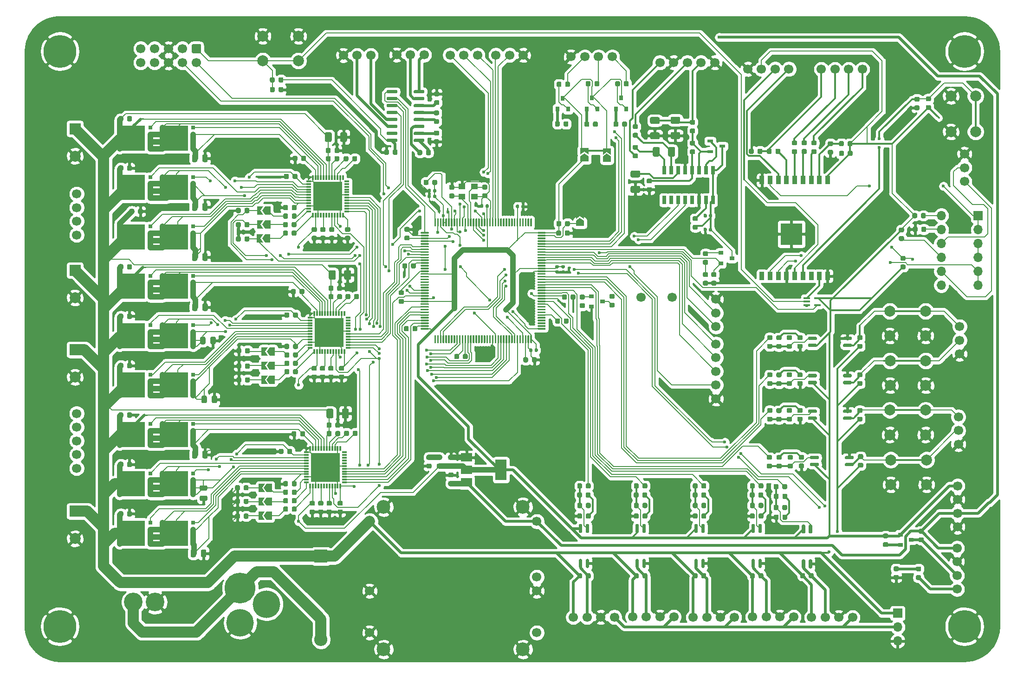
<source format=gbr>
%TF.GenerationSoftware,KiCad,Pcbnew,(5.1.6)-1*%
%TF.CreationDate,2021-04-08T18:08:25+09:00*%
%TF.ProjectId,FIG_DP_vFin,4649475f-4450-45f7-9646-696e2e6b6963,rev?*%
%TF.SameCoordinates,Original*%
%TF.FileFunction,Copper,L1,Top*%
%TF.FilePolarity,Positive*%
%FSLAX46Y46*%
G04 Gerber Fmt 4.6, Leading zero omitted, Abs format (unit mm)*
G04 Created by KiCad (PCBNEW (5.1.6)-1) date 2021-04-08 18:08:25*
%MOMM*%
%LPD*%
G01*
G04 APERTURE LIST*
%TA.AperFunction,EtchedComponent*%
%ADD10C,0.100000*%
%TD*%
%TA.AperFunction,ComponentPad*%
%ADD11R,1.700000X1.700000*%
%TD*%
%TA.AperFunction,ComponentPad*%
%ADD12O,1.700000X1.700000*%
%TD*%
%TA.AperFunction,ComponentPad*%
%ADD13R,2.000000X2.000000*%
%TD*%
%TA.AperFunction,ComponentPad*%
%ADD14C,2.000000*%
%TD*%
%TA.AperFunction,ComponentPad*%
%ADD15C,3.400000*%
%TD*%
%TA.AperFunction,ComponentPad*%
%ADD16C,3.000000*%
%TD*%
%TA.AperFunction,ComponentPad*%
%ADD17C,1.700000*%
%TD*%
%TA.AperFunction,Conductor*%
%ADD18C,0.250000*%
%TD*%
%TA.AperFunction,SMDPad,CuDef*%
%ADD19R,4.320000X4.560000*%
%TD*%
%TA.AperFunction,SMDPad,CuDef*%
%ADD20R,0.680000X0.700000*%
%TD*%
%TA.AperFunction,SMDPad,CuDef*%
%ADD21R,0.800000X0.700000*%
%TD*%
%TA.AperFunction,SMDPad,CuDef*%
%ADD22R,1.300000X1.050000*%
%TD*%
%TA.AperFunction,SMDPad,CuDef*%
%ADD23R,2.000000X1.500000*%
%TD*%
%TA.AperFunction,SMDPad,CuDef*%
%ADD24R,2.000000X3.800000*%
%TD*%
%TA.AperFunction,ComponentPad*%
%ADD25O,2.400000X2.400000*%
%TD*%
%TA.AperFunction,ComponentPad*%
%ADD26R,2.400000X2.400000*%
%TD*%
%TA.AperFunction,ComponentPad*%
%ADD27C,6.000000*%
%TD*%
%TA.AperFunction,ComponentPad*%
%ADD28C,0.800000*%
%TD*%
%TA.AperFunction,SMDPad,CuDef*%
%ADD29R,0.900000X0.800000*%
%TD*%
%TA.AperFunction,SMDPad,CuDef*%
%ADD30R,1.100000X0.600000*%
%TD*%
%TA.AperFunction,SMDPad,CuDef*%
%ADD31R,0.900000X1.500000*%
%TD*%
%TA.AperFunction,SMDPad,CuDef*%
%ADD32R,4.000000X4.000000*%
%TD*%
%TA.AperFunction,SMDPad,CuDef*%
%ADD33R,0.700000X1.525000*%
%TD*%
%TA.AperFunction,ComponentPad*%
%ADD34C,2.500000*%
%TD*%
%TA.AperFunction,SMDPad,CuDef*%
%ADD35R,1.200000X0.400000*%
%TD*%
%TA.AperFunction,ComponentPad*%
%ADD36C,5.604000*%
%TD*%
%TA.AperFunction,ComponentPad*%
%ADD37C,5.028000*%
%TD*%
%TA.AperFunction,SMDPad,CuDef*%
%ADD38R,5.250000X5.250000*%
%TD*%
%TA.AperFunction,SMDPad,CuDef*%
%ADD39R,0.900000X0.300000*%
%TD*%
%TA.AperFunction,SMDPad,CuDef*%
%ADD40R,0.300000X0.900000*%
%TD*%
%TA.AperFunction,SMDPad,CuDef*%
%ADD41C,0.100000*%
%TD*%
%TA.AperFunction,SMDPad,CuDef*%
%ADD42R,0.800000X0.900000*%
%TD*%
%TA.AperFunction,ViaPad*%
%ADD43C,0.600000*%
%TD*%
%TA.AperFunction,Conductor*%
%ADD44C,1.000000*%
%TD*%
%TA.AperFunction,Conductor*%
%ADD45C,0.200000*%
%TD*%
%TA.AperFunction,Conductor*%
%ADD46C,0.300000*%
%TD*%
%TA.AperFunction,Conductor*%
%ADD47C,0.500000*%
%TD*%
%TA.AperFunction,Conductor*%
%ADD48C,2.000000*%
%TD*%
%TA.AperFunction,Conductor*%
%ADD49C,0.254000*%
%TD*%
G04 APERTURE END LIST*
D10*
%TO.C,NT1*%
G36*
X55325000Y-42486000D02*
G01*
X54725000Y-42486000D01*
X54725000Y-42236000D01*
X55325000Y-42236000D01*
X55325000Y-42486000D01*
G37*
%TO.C,NT2*%
G36*
X55760000Y-69565000D02*
G01*
X55160000Y-69565000D01*
X55160000Y-69315000D01*
X55760000Y-69315000D01*
X55760000Y-69565000D01*
G37*
%TO.C,NT3*%
G36*
X56030000Y-96575000D02*
G01*
X55430000Y-96575000D01*
X55430000Y-96325000D01*
X56030000Y-96325000D01*
X56030000Y-96575000D01*
G37*
%TD*%
D11*
%TO.P,J9,7*%
%TO.N,/ESP_BOOT_MODE*%
X207500000Y-60000000D03*
D12*
%TO.P,J9,1*%
%TO.N,Net-(J9-Pad1)*%
X200770000Y-60000000D03*
%TO.P,J9,8*%
%TO.N,/ESP_BOOT_MODE*%
X207500000Y-62540000D03*
%TO.P,J9,2*%
%TO.N,Net-(J9-Pad2)*%
X200770000Y-62540000D03*
%TO.P,J9,9*%
%TO.N,/ESP_Rx*%
X207500000Y-65080000D03*
%TO.P,J9,3*%
%TO.N,/ESP_Upload_Rx*%
X200770000Y-65080000D03*
%TO.P,J9,10*%
%TO.N,/ESP_Rx*%
X207500000Y-67620000D03*
%TO.P,J9,4*%
%TO.N,/STM_USART1_Tx*%
X200770000Y-67620000D03*
%TO.P,J9,11*%
%TO.N,/ESP_Tx*%
X207500000Y-70160000D03*
%TO.P,J9,5*%
%TO.N,/ESP_Upload_Tx*%
X200770000Y-70160000D03*
%TO.P,J9,12*%
%TO.N,/ESP_Tx*%
X207500000Y-72700000D03*
%TO.P,J9,6*%
%TO.N,/STM_USART1_Rx*%
X200770000Y-72700000D03*
%TD*%
D13*
%TO.P,C66,1*%
%TO.N,/12V*%
X42759000Y-69991000D03*
D14*
%TO.P,C66,2*%
%TO.N,GND*%
X42759000Y-74991000D03*
%TD*%
D15*
%TO.P,J26,2*%
%TO.N,/~12V*%
X53392000Y-130556000D03*
%TO.P,J26,1*%
%TO.N,GND*%
X57352000Y-130556000D03*
%TD*%
D16*
%TO.P,J14,1*%
%TO.N,GND*%
X88872000Y-56476000D03*
%TD*%
%TO.P,J28,1*%
%TO.N,/SHG*%
X61535000Y-99957000D03*
%TD*%
%TO.P,J29,1*%
%TO.N,/SHC*%
X61535000Y-63889000D03*
%TD*%
%TO.P,J34,1*%
%TO.N,/SHD*%
X61535000Y-72911000D03*
%TD*%
D17*
%TO.P,J38,1*%
%TO.N,/SHA*%
X43059000Y-56031000D03*
%TO.P,J38,2*%
%TO.N,/SHB*%
X43059000Y-58531000D03*
%TO.P,J38,3*%
%TO.N,/SHC*%
X43059000Y-61031000D03*
%TO.P,J38,4*%
%TO.N,/SHD*%
X43059000Y-63531000D03*
%TD*%
%TO.P,J7,4*%
%TO.N,/SSM*%
X173850000Y-133257000D03*
%TO.P,J7,3*%
%TO.N,GND*%
X171350000Y-133257000D03*
%TO.P,J7,2*%
%TO.N,Net-(J7-Pad2)*%
X168850000Y-133257000D03*
%TO.P,J7,1*%
%TO.N,/12V*%
X166350000Y-133257000D03*
%TD*%
D16*
%TO.P,J30,1*%
%TO.N,/SHH*%
X61535000Y-108974000D03*
%TD*%
D17*
%TO.P,J6,1*%
%TO.N,/12V*%
X155520000Y-133357000D03*
%TO.P,J6,2*%
%TO.N,Net-(J6-Pad2)*%
X158020000Y-133357000D03*
%TO.P,J6,3*%
%TO.N,GND*%
X160520000Y-133357000D03*
%TO.P,J6,4*%
%TO.N,/SSM*%
X163020000Y-133357000D03*
%TD*%
%TO.P,J5,1*%
%TO.N,/12V*%
X144480000Y-133257000D03*
%TO.P,J5,2*%
%TO.N,Net-(J5-Pad2)*%
X146980000Y-133257000D03*
%TO.P,J5,3*%
%TO.N,GND*%
X149480000Y-133257000D03*
%TO.P,J5,4*%
%TO.N,/SSM*%
X151980000Y-133257000D03*
%TD*%
%TO.P,J4,4*%
%TO.N,/SSM*%
X141150000Y-133303000D03*
%TO.P,J4,3*%
%TO.N,GND*%
X138650000Y-133303000D03*
%TO.P,J4,2*%
%TO.N,Net-(J4-Pad2)*%
X136150000Y-133303000D03*
%TO.P,J4,1*%
%TO.N,/12V*%
X133650000Y-133303000D03*
%TD*%
D16*
%TO.P,J33,1*%
%TO.N,/SHI*%
X61535000Y-117991000D03*
%TD*%
D17*
%TO.P,J39,4*%
%TO.N,/SHH*%
X43059000Y-103621000D03*
%TO.P,J39,3*%
%TO.N,/SHG*%
X43059000Y-101121000D03*
%TO.P,J39,2*%
%TO.N,/SHF*%
X43059000Y-98621000D03*
%TO.P,J39,1*%
%TO.N,/SHE*%
X43059000Y-96121000D03*
%TO.P,J39,5*%
%TO.N,/SHI*%
X43059000Y-106121000D03*
%TD*%
D16*
%TO.P,J24,1*%
%TO.N,/SHF*%
X61535000Y-90813000D03*
%TD*%
%TO.P,C67,2*%
%TO.N,GND*%
%TA.AperFunction,SMDPad,CuDef*%
G36*
G01*
X52268500Y-42555250D02*
X52268500Y-42042750D01*
G75*
G02*
X52487250Y-41824000I218750J0D01*
G01*
X52924750Y-41824000D01*
G75*
G02*
X53143500Y-42042750I0J-218750D01*
G01*
X53143500Y-42555250D01*
G75*
G02*
X52924750Y-42774000I-218750J0D01*
G01*
X52487250Y-42774000D01*
G75*
G02*
X52268500Y-42555250I0J218750D01*
G01*
G37*
%TD.AperFunction*%
%TO.P,C67,1*%
%TO.N,/12V*%
%TA.AperFunction,SMDPad,CuDef*%
G36*
G01*
X50693500Y-42555250D02*
X50693500Y-42042750D01*
G75*
G02*
X50912250Y-41824000I218750J0D01*
G01*
X51349750Y-41824000D01*
G75*
G02*
X51568500Y-42042750I0J-218750D01*
G01*
X51568500Y-42555250D01*
G75*
G02*
X51349750Y-42774000I-218750J0D01*
G01*
X50912250Y-42774000D01*
G75*
G02*
X50693500Y-42555250I0J218750D01*
G01*
G37*
%TD.AperFunction*%
%TD*%
%TO.P,C3,2*%
%TO.N,Net-(C3-Pad2)*%
%TA.AperFunction,SMDPad,CuDef*%
G36*
G01*
X111225750Y-55970500D02*
X111738250Y-55970500D01*
G75*
G02*
X111957000Y-56189250I0J-218750D01*
G01*
X111957000Y-56626750D01*
G75*
G02*
X111738250Y-56845500I-218750J0D01*
G01*
X111225750Y-56845500D01*
G75*
G02*
X111007000Y-56626750I0J218750D01*
G01*
X111007000Y-56189250D01*
G75*
G02*
X111225750Y-55970500I218750J0D01*
G01*
G37*
%TD.AperFunction*%
%TO.P,C3,1*%
%TO.N,GND*%
%TA.AperFunction,SMDPad,CuDef*%
G36*
G01*
X111225750Y-54395500D02*
X111738250Y-54395500D01*
G75*
G02*
X111957000Y-54614250I0J-218750D01*
G01*
X111957000Y-55051750D01*
G75*
G02*
X111738250Y-55270500I-218750J0D01*
G01*
X111225750Y-55270500D01*
G75*
G02*
X111007000Y-55051750I0J218750D01*
G01*
X111007000Y-54614250D01*
G75*
G02*
X111225750Y-54395500I218750J0D01*
G01*
G37*
%TD.AperFunction*%
%TD*%
%TO.P,C75,1*%
%TO.N,/12V*%
%TA.AperFunction,SMDPad,CuDef*%
G36*
G01*
X50693500Y-69606250D02*
X50693500Y-69093750D01*
G75*
G02*
X50912250Y-68875000I218750J0D01*
G01*
X51349750Y-68875000D01*
G75*
G02*
X51568500Y-69093750I0J-218750D01*
G01*
X51568500Y-69606250D01*
G75*
G02*
X51349750Y-69825000I-218750J0D01*
G01*
X50912250Y-69825000D01*
G75*
G02*
X50693500Y-69606250I0J218750D01*
G01*
G37*
%TD.AperFunction*%
%TO.P,C75,2*%
%TO.N,GND*%
%TA.AperFunction,SMDPad,CuDef*%
G36*
G01*
X52268500Y-69606250D02*
X52268500Y-69093750D01*
G75*
G02*
X52487250Y-68875000I218750J0D01*
G01*
X52924750Y-68875000D01*
G75*
G02*
X53143500Y-69093750I0J-218750D01*
G01*
X53143500Y-69606250D01*
G75*
G02*
X52924750Y-69825000I-218750J0D01*
G01*
X52487250Y-69825000D01*
G75*
G02*
X52268500Y-69606250I0J218750D01*
G01*
G37*
%TD.AperFunction*%
%TD*%
D14*
%TO.P,C65,2*%
%TO.N,GND*%
X42759000Y-118971000D03*
D13*
%TO.P,C65,1*%
%TO.N,/12V*%
X42759000Y-113971000D03*
%TD*%
%TO.P,C12,2*%
%TO.N,GND*%
%TA.AperFunction,SMDPad,CuDef*%
G36*
G01*
X131623500Y-69996000D02*
X131968500Y-69996000D01*
G75*
G02*
X132116000Y-70143500I0J-147500D01*
G01*
X132116000Y-70438500D01*
G75*
G02*
X131968500Y-70586000I-147500J0D01*
G01*
X131623500Y-70586000D01*
G75*
G02*
X131476000Y-70438500I0J147500D01*
G01*
X131476000Y-70143500D01*
G75*
G02*
X131623500Y-69996000I147500J0D01*
G01*
G37*
%TD.AperFunction*%
%TO.P,C12,1*%
%TO.N,/3V3*%
%TA.AperFunction,SMDPad,CuDef*%
G36*
G01*
X131623500Y-69026000D02*
X131968500Y-69026000D01*
G75*
G02*
X132116000Y-69173500I0J-147500D01*
G01*
X132116000Y-69468500D01*
G75*
G02*
X131968500Y-69616000I-147500J0D01*
G01*
X131623500Y-69616000D01*
G75*
G02*
X131476000Y-69468500I0J147500D01*
G01*
X131476000Y-69173500D01*
G75*
G02*
X131623500Y-69026000I147500J0D01*
G01*
G37*
%TD.AperFunction*%
%TD*%
%TO.P,C11,2*%
%TO.N,GND*%
%TA.AperFunction,SMDPad,CuDef*%
G36*
G01*
X103621500Y-80387750D02*
X103621500Y-80900250D01*
G75*
G02*
X103402750Y-81119000I-218750J0D01*
G01*
X102965250Y-81119000D01*
G75*
G02*
X102746500Y-80900250I0J218750D01*
G01*
X102746500Y-80387750D01*
G75*
G02*
X102965250Y-80169000I218750J0D01*
G01*
X103402750Y-80169000D01*
G75*
G02*
X103621500Y-80387750I0J-218750D01*
G01*
G37*
%TD.AperFunction*%
%TO.P,C11,1*%
%TO.N,Net-(C11-Pad1)*%
%TA.AperFunction,SMDPad,CuDef*%
G36*
G01*
X105196500Y-80387750D02*
X105196500Y-80900250D01*
G75*
G02*
X104977750Y-81119000I-218750J0D01*
G01*
X104540250Y-81119000D01*
G75*
G02*
X104321500Y-80900250I0J218750D01*
G01*
X104321500Y-80387750D01*
G75*
G02*
X104540250Y-80169000I218750J0D01*
G01*
X104977750Y-80169000D01*
G75*
G02*
X105196500Y-80387750I0J-218750D01*
G01*
G37*
%TD.AperFunction*%
%TD*%
%TO.P,C68,1*%
%TO.N,/12V*%
X42759000Y-84491000D03*
D14*
%TO.P,C68,2*%
%TO.N,GND*%
X42759000Y-89491000D03*
%TD*%
%TO.P,C14,1*%
%TO.N,/3V3*%
%TA.AperFunction,SMDPad,CuDef*%
G36*
G01*
X130519500Y-69026000D02*
X130864500Y-69026000D01*
G75*
G02*
X131012000Y-69173500I0J-147500D01*
G01*
X131012000Y-69468500D01*
G75*
G02*
X130864500Y-69616000I-147500J0D01*
G01*
X130519500Y-69616000D01*
G75*
G02*
X130372000Y-69468500I0J147500D01*
G01*
X130372000Y-69173500D01*
G75*
G02*
X130519500Y-69026000I147500J0D01*
G01*
G37*
%TD.AperFunction*%
%TO.P,C14,2*%
%TO.N,GND*%
%TA.AperFunction,SMDPad,CuDef*%
G36*
G01*
X130519500Y-69996000D02*
X130864500Y-69996000D01*
G75*
G02*
X131012000Y-70143500I0J-147500D01*
G01*
X131012000Y-70438500D01*
G75*
G02*
X130864500Y-70586000I-147500J0D01*
G01*
X130519500Y-70586000D01*
G75*
G02*
X130372000Y-70438500I0J147500D01*
G01*
X130372000Y-70143500D01*
G75*
G02*
X130519500Y-69996000I147500J0D01*
G01*
G37*
%TD.AperFunction*%
%TD*%
%TO.P,C76,1*%
%TO.N,/12V*%
%TA.AperFunction,SMDPad,CuDef*%
G36*
G01*
X50693500Y-114691250D02*
X50693500Y-114178750D01*
G75*
G02*
X50912250Y-113960000I218750J0D01*
G01*
X51349750Y-113960000D01*
G75*
G02*
X51568500Y-114178750I0J-218750D01*
G01*
X51568500Y-114691250D01*
G75*
G02*
X51349750Y-114910000I-218750J0D01*
G01*
X50912250Y-114910000D01*
G75*
G02*
X50693500Y-114691250I0J218750D01*
G01*
G37*
%TD.AperFunction*%
%TO.P,C76,2*%
%TO.N,GND*%
%TA.AperFunction,SMDPad,CuDef*%
G36*
G01*
X52268500Y-114691250D02*
X52268500Y-114178750D01*
G75*
G02*
X52487250Y-113960000I218750J0D01*
G01*
X52924750Y-113960000D01*
G75*
G02*
X53143500Y-114178750I0J-218750D01*
G01*
X53143500Y-114691250D01*
G75*
G02*
X52924750Y-114910000I-218750J0D01*
G01*
X52487250Y-114910000D01*
G75*
G02*
X52268500Y-114691250I0J218750D01*
G01*
G37*
%TD.AperFunction*%
%TD*%
%TO.P,C2,1*%
%TO.N,Net-(C2-Pad1)*%
%TA.AperFunction,SMDPad,CuDef*%
G36*
G01*
X117249750Y-54365500D02*
X117762250Y-54365500D01*
G75*
G02*
X117981000Y-54584250I0J-218750D01*
G01*
X117981000Y-55021750D01*
G75*
G02*
X117762250Y-55240500I-218750J0D01*
G01*
X117249750Y-55240500D01*
G75*
G02*
X117031000Y-55021750I0J218750D01*
G01*
X117031000Y-54584250D01*
G75*
G02*
X117249750Y-54365500I218750J0D01*
G01*
G37*
%TD.AperFunction*%
%TO.P,C2,2*%
%TO.N,GND*%
%TA.AperFunction,SMDPad,CuDef*%
G36*
G01*
X117249750Y-55940500D02*
X117762250Y-55940500D01*
G75*
G02*
X117981000Y-56159250I0J-218750D01*
G01*
X117981000Y-56596750D01*
G75*
G02*
X117762250Y-56815500I-218750J0D01*
G01*
X117249750Y-56815500D01*
G75*
G02*
X117031000Y-56596750I0J218750D01*
G01*
X117031000Y-56159250D01*
G75*
G02*
X117249750Y-55940500I218750J0D01*
G01*
G37*
%TD.AperFunction*%
%TD*%
%TO.P,C10,1*%
%TO.N,/3V3*%
%TA.AperFunction,SMDPad,CuDef*%
G36*
G01*
X123191000Y-58490500D02*
X123191000Y-58145500D01*
G75*
G02*
X123338500Y-57998000I147500J0D01*
G01*
X123633500Y-57998000D01*
G75*
G02*
X123781000Y-58145500I0J-147500D01*
G01*
X123781000Y-58490500D01*
G75*
G02*
X123633500Y-58638000I-147500J0D01*
G01*
X123338500Y-58638000D01*
G75*
G02*
X123191000Y-58490500I0J147500D01*
G01*
G37*
%TD.AperFunction*%
%TO.P,C10,2*%
%TO.N,GND*%
%TA.AperFunction,SMDPad,CuDef*%
G36*
G01*
X124161000Y-58490500D02*
X124161000Y-58145500D01*
G75*
G02*
X124308500Y-57998000I147500J0D01*
G01*
X124603500Y-57998000D01*
G75*
G02*
X124751000Y-58145500I0J-147500D01*
G01*
X124751000Y-58490500D01*
G75*
G02*
X124603500Y-58638000I-147500J0D01*
G01*
X124308500Y-58638000D01*
G75*
G02*
X124161000Y-58490500I0J147500D01*
G01*
G37*
%TD.AperFunction*%
%TD*%
%TO.P,C16,2*%
%TO.N,GND*%
%TA.AperFunction,SMDPad,CuDef*%
G36*
G01*
X126201000Y-84401500D02*
X126201000Y-84746500D01*
G75*
G02*
X126053500Y-84894000I-147500J0D01*
G01*
X125758500Y-84894000D01*
G75*
G02*
X125611000Y-84746500I0J147500D01*
G01*
X125611000Y-84401500D01*
G75*
G02*
X125758500Y-84254000I147500J0D01*
G01*
X126053500Y-84254000D01*
G75*
G02*
X126201000Y-84401500I0J-147500D01*
G01*
G37*
%TD.AperFunction*%
%TO.P,C16,1*%
%TO.N,/3V3*%
%TA.AperFunction,SMDPad,CuDef*%
G36*
G01*
X127171000Y-84401500D02*
X127171000Y-84746500D01*
G75*
G02*
X127023500Y-84894000I-147500J0D01*
G01*
X126728500Y-84894000D01*
G75*
G02*
X126581000Y-84746500I0J147500D01*
G01*
X126581000Y-84401500D01*
G75*
G02*
X126728500Y-84254000I147500J0D01*
G01*
X127023500Y-84254000D01*
G75*
G02*
X127171000Y-84401500I0J-147500D01*
G01*
G37*
%TD.AperFunction*%
%TD*%
%TO.P,C9,1*%
%TO.N,Net-(C9-Pad1)*%
%TA.AperFunction,SMDPad,CuDef*%
G36*
G01*
X124528500Y-86584250D02*
X124528500Y-86071750D01*
G75*
G02*
X124747250Y-85853000I218750J0D01*
G01*
X125184750Y-85853000D01*
G75*
G02*
X125403500Y-86071750I0J-218750D01*
G01*
X125403500Y-86584250D01*
G75*
G02*
X125184750Y-86803000I-218750J0D01*
G01*
X124747250Y-86803000D01*
G75*
G02*
X124528500Y-86584250I0J218750D01*
G01*
G37*
%TD.AperFunction*%
%TO.P,C9,2*%
%TO.N,GND*%
%TA.AperFunction,SMDPad,CuDef*%
G36*
G01*
X126103500Y-86584250D02*
X126103500Y-86071750D01*
G75*
G02*
X126322250Y-85853000I218750J0D01*
G01*
X126759750Y-85853000D01*
G75*
G02*
X126978500Y-86071750I0J-218750D01*
G01*
X126978500Y-86584250D01*
G75*
G02*
X126759750Y-86803000I-218750J0D01*
G01*
X126322250Y-86803000D01*
G75*
G02*
X126103500Y-86584250I0J218750D01*
G01*
G37*
%TD.AperFunction*%
%TD*%
%TO.P,C7,2*%
%TO.N,GND*%
%TA.AperFunction,SMDPad,CuDef*%
G36*
G01*
X117256000Y-58075500D02*
X117256000Y-58420500D01*
G75*
G02*
X117108500Y-58568000I-147500J0D01*
G01*
X116813500Y-58568000D01*
G75*
G02*
X116666000Y-58420500I0J147500D01*
G01*
X116666000Y-58075500D01*
G75*
G02*
X116813500Y-57928000I147500J0D01*
G01*
X117108500Y-57928000D01*
G75*
G02*
X117256000Y-58075500I0J-147500D01*
G01*
G37*
%TD.AperFunction*%
%TO.P,C7,1*%
%TO.N,/3V3*%
%TA.AperFunction,SMDPad,CuDef*%
G36*
G01*
X118226000Y-58075500D02*
X118226000Y-58420500D01*
G75*
G02*
X118078500Y-58568000I-147500J0D01*
G01*
X117783500Y-58568000D01*
G75*
G02*
X117636000Y-58420500I0J147500D01*
G01*
X117636000Y-58075500D01*
G75*
G02*
X117783500Y-57928000I147500J0D01*
G01*
X118078500Y-57928000D01*
G75*
G02*
X118226000Y-58075500I0J-147500D01*
G01*
G37*
%TD.AperFunction*%
%TD*%
D13*
%TO.P,C64,1*%
%TO.N,/12V*%
X42759000Y-44131000D03*
D14*
%TO.P,C64,2*%
%TO.N,GND*%
X42759000Y-49131000D03*
%TD*%
%TO.P,R53,1*%
%TO.N,Net-(D8-Pad2)*%
%TA.AperFunction,SMDPad,CuDef*%
G36*
G01*
X155445000Y-109603250D02*
X155445000Y-109090750D01*
G75*
G02*
X155663750Y-108872000I218750J0D01*
G01*
X156101250Y-108872000D01*
G75*
G02*
X156320000Y-109090750I0J-218750D01*
G01*
X156320000Y-109603250D01*
G75*
G02*
X156101250Y-109822000I-218750J0D01*
G01*
X155663750Y-109822000D01*
G75*
G02*
X155445000Y-109603250I0J218750D01*
G01*
G37*
%TD.AperFunction*%
%TO.P,R53,2*%
%TO.N,/SI3*%
%TA.AperFunction,SMDPad,CuDef*%
G36*
G01*
X157020000Y-109603250D02*
X157020000Y-109090750D01*
G75*
G02*
X157238750Y-108872000I218750J0D01*
G01*
X157676250Y-108872000D01*
G75*
G02*
X157895000Y-109090750I0J-218750D01*
G01*
X157895000Y-109603250D01*
G75*
G02*
X157676250Y-109822000I-218750J0D01*
G01*
X157238750Y-109822000D01*
G75*
G02*
X157020000Y-109603250I0J218750D01*
G01*
G37*
%TD.AperFunction*%
%TD*%
%TO.P,R51,1*%
%TO.N,Net-(D6-Pad2)*%
%TA.AperFunction,SMDPad,CuDef*%
G36*
G01*
X134375000Y-109603250D02*
X134375000Y-109090750D01*
G75*
G02*
X134593750Y-108872000I218750J0D01*
G01*
X135031250Y-108872000D01*
G75*
G02*
X135250000Y-109090750I0J-218750D01*
G01*
X135250000Y-109603250D01*
G75*
G02*
X135031250Y-109822000I-218750J0D01*
G01*
X134593750Y-109822000D01*
G75*
G02*
X134375000Y-109603250I0J218750D01*
G01*
G37*
%TD.AperFunction*%
%TO.P,R51,2*%
%TO.N,/SI1*%
%TA.AperFunction,SMDPad,CuDef*%
G36*
G01*
X135950000Y-109603250D02*
X135950000Y-109090750D01*
G75*
G02*
X136168750Y-108872000I218750J0D01*
G01*
X136606250Y-108872000D01*
G75*
G02*
X136825000Y-109090750I0J-218750D01*
G01*
X136825000Y-109603250D01*
G75*
G02*
X136606250Y-109822000I-218750J0D01*
G01*
X136168750Y-109822000D01*
G75*
G02*
X135950000Y-109603250I0J218750D01*
G01*
G37*
%TD.AperFunction*%
%TD*%
%TO.P,R17,1*%
%TO.N,Net-(D5-Pad2)*%
%TA.AperFunction,SMDPad,CuDef*%
G36*
G01*
X173321250Y-97586001D02*
X172808750Y-97586001D01*
G75*
G02*
X172590000Y-97367251I0J218750D01*
G01*
X172590000Y-96929751D01*
G75*
G02*
X172808750Y-96711001I218750J0D01*
G01*
X173321250Y-96711001D01*
G75*
G02*
X173540000Y-96929751I0J-218750D01*
G01*
X173540000Y-97367251D01*
G75*
G02*
X173321250Y-97586001I-218750J0D01*
G01*
G37*
%TD.AperFunction*%
%TO.P,R17,2*%
%TO.N,GND*%
%TA.AperFunction,SMDPad,CuDef*%
G36*
G01*
X173321250Y-96011001D02*
X172808750Y-96011001D01*
G75*
G02*
X172590000Y-95792251I0J218750D01*
G01*
X172590000Y-95354751D01*
G75*
G02*
X172808750Y-95136001I218750J0D01*
G01*
X173321250Y-95136001D01*
G75*
G02*
X173540000Y-95354751I0J-218750D01*
G01*
X173540000Y-95792251D01*
G75*
G02*
X173321250Y-96011001I-218750J0D01*
G01*
G37*
%TD.AperFunction*%
%TD*%
%TO.P,R47,1*%
%TO.N,Net-(D8-Pad1)*%
%TA.AperFunction,SMDPad,CuDef*%
G36*
G01*
X157895000Y-114590750D02*
X157895000Y-115103250D01*
G75*
G02*
X157676250Y-115322000I-218750J0D01*
G01*
X157238750Y-115322000D01*
G75*
G02*
X157020000Y-115103250I0J218750D01*
G01*
X157020000Y-114590750D01*
G75*
G02*
X157238750Y-114372000I218750J0D01*
G01*
X157676250Y-114372000D01*
G75*
G02*
X157895000Y-114590750I0J-218750D01*
G01*
G37*
%TD.AperFunction*%
%TO.P,R47,2*%
%TO.N,GND*%
%TA.AperFunction,SMDPad,CuDef*%
G36*
G01*
X156320000Y-114590750D02*
X156320000Y-115103250D01*
G75*
G02*
X156101250Y-115322000I-218750J0D01*
G01*
X155663750Y-115322000D01*
G75*
G02*
X155445000Y-115103250I0J218750D01*
G01*
X155445000Y-114590750D01*
G75*
G02*
X155663750Y-114372000I218750J0D01*
G01*
X156101250Y-114372000D01*
G75*
G02*
X156320000Y-114590750I0J-218750D01*
G01*
G37*
%TD.AperFunction*%
%TD*%
%TO.P,R30,2*%
%TO.N,Net-(J4-Pad2)*%
%TA.AperFunction,SMDPad,CuDef*%
G36*
G01*
X135950000Y-126023250D02*
X135950000Y-125510750D01*
G75*
G02*
X136168750Y-125292000I218750J0D01*
G01*
X136606250Y-125292000D01*
G75*
G02*
X136825000Y-125510750I0J-218750D01*
G01*
X136825000Y-126023250D01*
G75*
G02*
X136606250Y-126242000I-218750J0D01*
G01*
X136168750Y-126242000D01*
G75*
G02*
X135950000Y-126023250I0J218750D01*
G01*
G37*
%TD.AperFunction*%
%TO.P,R30,1*%
%TO.N,/12V*%
%TA.AperFunction,SMDPad,CuDef*%
G36*
G01*
X134375000Y-126023250D02*
X134375000Y-125510750D01*
G75*
G02*
X134593750Y-125292000I218750J0D01*
G01*
X135031250Y-125292000D01*
G75*
G02*
X135250000Y-125510750I0J-218750D01*
G01*
X135250000Y-126023250D01*
G75*
G02*
X135031250Y-126242000I-218750J0D01*
G01*
X134593750Y-126242000D01*
G75*
G02*
X134375000Y-126023250I0J218750D01*
G01*
G37*
%TD.AperFunction*%
%TD*%
%TO.P,R52,1*%
%TO.N,Net-(D7-Pad2)*%
%TA.AperFunction,SMDPad,CuDef*%
G36*
G01*
X144705000Y-109603250D02*
X144705000Y-109090750D01*
G75*
G02*
X144923750Y-108872000I218750J0D01*
G01*
X145361250Y-108872000D01*
G75*
G02*
X145580000Y-109090750I0J-218750D01*
G01*
X145580000Y-109603250D01*
G75*
G02*
X145361250Y-109822000I-218750J0D01*
G01*
X144923750Y-109822000D01*
G75*
G02*
X144705000Y-109603250I0J218750D01*
G01*
G37*
%TD.AperFunction*%
%TO.P,R52,2*%
%TO.N,/SI2*%
%TA.AperFunction,SMDPad,CuDef*%
G36*
G01*
X146280000Y-109603250D02*
X146280000Y-109090750D01*
G75*
G02*
X146498750Y-108872000I218750J0D01*
G01*
X146936250Y-108872000D01*
G75*
G02*
X147155000Y-109090750I0J-218750D01*
G01*
X147155000Y-109603250D01*
G75*
G02*
X146936250Y-109822000I-218750J0D01*
G01*
X146498750Y-109822000D01*
G75*
G02*
X146280000Y-109603250I0J218750D01*
G01*
G37*
%TD.AperFunction*%
%TD*%
%TO.P,R37,1*%
%TO.N,Net-(Q1-Pad1)*%
%TA.AperFunction,SMDPad,CuDef*%
G36*
G01*
X135035750Y-74421000D02*
X135548250Y-74421000D01*
G75*
G02*
X135767000Y-74639750I0J-218750D01*
G01*
X135767000Y-75077250D01*
G75*
G02*
X135548250Y-75296000I-218750J0D01*
G01*
X135035750Y-75296000D01*
G75*
G02*
X134817000Y-75077250I0J218750D01*
G01*
X134817000Y-74639750D01*
G75*
G02*
X135035750Y-74421000I218750J0D01*
G01*
G37*
%TD.AperFunction*%
%TO.P,R37,2*%
%TO.N,/BUZZ*%
%TA.AperFunction,SMDPad,CuDef*%
G36*
G01*
X135035750Y-75996000D02*
X135548250Y-75996000D01*
G75*
G02*
X135767000Y-76214750I0J-218750D01*
G01*
X135767000Y-76652250D01*
G75*
G02*
X135548250Y-76871000I-218750J0D01*
G01*
X135035750Y-76871000D01*
G75*
G02*
X134817000Y-76652250I0J218750D01*
G01*
X134817000Y-76214750D01*
G75*
G02*
X135035750Y-75996000I218750J0D01*
G01*
G37*
%TD.AperFunction*%
%TD*%
%TO.P,R50,2*%
%TO.N,Net-(Q1-Pad3)*%
%TA.AperFunction,SMDPad,CuDef*%
G36*
G01*
X140455750Y-75886000D02*
X140968250Y-75886000D01*
G75*
G02*
X141187000Y-76104750I0J-218750D01*
G01*
X141187000Y-76542250D01*
G75*
G02*
X140968250Y-76761000I-218750J0D01*
G01*
X140455750Y-76761000D01*
G75*
G02*
X140237000Y-76542250I0J218750D01*
G01*
X140237000Y-76104750D01*
G75*
G02*
X140455750Y-75886000I218750J0D01*
G01*
G37*
%TD.AperFunction*%
%TO.P,R50,1*%
%TO.N,Net-(BZ1-Pad2)*%
%TA.AperFunction,SMDPad,CuDef*%
G36*
G01*
X140455750Y-74311000D02*
X140968250Y-74311000D01*
G75*
G02*
X141187000Y-74529750I0J-218750D01*
G01*
X141187000Y-74967250D01*
G75*
G02*
X140968250Y-75186000I-218750J0D01*
G01*
X140455750Y-75186000D01*
G75*
G02*
X140237000Y-74967250I0J218750D01*
G01*
X140237000Y-74529750D01*
G75*
G02*
X140455750Y-74311000I218750J0D01*
G01*
G37*
%TD.AperFunction*%
%TD*%
%TO.P,R54,1*%
%TO.N,Net-(D9-Pad2)*%
%TA.AperFunction,SMDPad,CuDef*%
G36*
G01*
X165875000Y-109603250D02*
X165875000Y-109090750D01*
G75*
G02*
X166093750Y-108872000I218750J0D01*
G01*
X166531250Y-108872000D01*
G75*
G02*
X166750000Y-109090750I0J-218750D01*
G01*
X166750000Y-109603250D01*
G75*
G02*
X166531250Y-109822000I-218750J0D01*
G01*
X166093750Y-109822000D01*
G75*
G02*
X165875000Y-109603250I0J218750D01*
G01*
G37*
%TD.AperFunction*%
%TO.P,R54,2*%
%TO.N,/SI4*%
%TA.AperFunction,SMDPad,CuDef*%
G36*
G01*
X167450000Y-109603250D02*
X167450000Y-109090750D01*
G75*
G02*
X167668750Y-108872000I218750J0D01*
G01*
X168106250Y-108872000D01*
G75*
G02*
X168325000Y-109090750I0J-218750D01*
G01*
X168325000Y-109603250D01*
G75*
G02*
X168106250Y-109822000I-218750J0D01*
G01*
X167668750Y-109822000D01*
G75*
G02*
X167450000Y-109603250I0J218750D01*
G01*
G37*
%TD.AperFunction*%
%TD*%
%TO.P,R19,2*%
%TO.N,GND*%
%TA.AperFunction,SMDPad,CuDef*%
G36*
G01*
X174738750Y-96711001D02*
X175251250Y-96711001D01*
G75*
G02*
X175470000Y-96929751I0J-218750D01*
G01*
X175470000Y-97367251D01*
G75*
G02*
X175251250Y-97586001I-218750J0D01*
G01*
X174738750Y-97586001D01*
G75*
G02*
X174520000Y-97367251I0J218750D01*
G01*
X174520000Y-96929751D01*
G75*
G02*
X174738750Y-96711001I218750J0D01*
G01*
G37*
%TD.AperFunction*%
%TO.P,R19,1*%
%TO.N,Net-(D5-Pad1)*%
%TA.AperFunction,SMDPad,CuDef*%
G36*
G01*
X174738750Y-95136001D02*
X175251250Y-95136001D01*
G75*
G02*
X175470000Y-95354751I0J-218750D01*
G01*
X175470000Y-95792251D01*
G75*
G02*
X175251250Y-96011001I-218750J0D01*
G01*
X174738750Y-96011001D01*
G75*
G02*
X174520000Y-95792251I0J218750D01*
G01*
X174520000Y-95354751D01*
G75*
G02*
X174738750Y-95136001I218750J0D01*
G01*
G37*
%TD.AperFunction*%
%TD*%
%TO.P,R39,1*%
%TO.N,Net-(D7-Pad2)*%
%TA.AperFunction,SMDPad,CuDef*%
G36*
G01*
X144705000Y-113173250D02*
X144705000Y-112660750D01*
G75*
G02*
X144923750Y-112442000I218750J0D01*
G01*
X145361250Y-112442000D01*
G75*
G02*
X145580000Y-112660750I0J-218750D01*
G01*
X145580000Y-113173250D01*
G75*
G02*
X145361250Y-113392000I-218750J0D01*
G01*
X144923750Y-113392000D01*
G75*
G02*
X144705000Y-113173250I0J218750D01*
G01*
G37*
%TD.AperFunction*%
%TO.P,R39,2*%
%TO.N,GND*%
%TA.AperFunction,SMDPad,CuDef*%
G36*
G01*
X146280000Y-113173250D02*
X146280000Y-112660750D01*
G75*
G02*
X146498750Y-112442000I218750J0D01*
G01*
X146936250Y-112442000D01*
G75*
G02*
X147155000Y-112660750I0J-218750D01*
G01*
X147155000Y-113173250D01*
G75*
G02*
X146936250Y-113392000I-218750J0D01*
G01*
X146498750Y-113392000D01*
G75*
G02*
X146280000Y-113173250I0J218750D01*
G01*
G37*
%TD.AperFunction*%
%TD*%
%TO.P,R38,1*%
%TO.N,Net-(D6-Pad2)*%
%TA.AperFunction,SMDPad,CuDef*%
G36*
G01*
X134375000Y-113173250D02*
X134375000Y-112660750D01*
G75*
G02*
X134593750Y-112442000I218750J0D01*
G01*
X135031250Y-112442000D01*
G75*
G02*
X135250000Y-112660750I0J-218750D01*
G01*
X135250000Y-113173250D01*
G75*
G02*
X135031250Y-113392000I-218750J0D01*
G01*
X134593750Y-113392000D01*
G75*
G02*
X134375000Y-113173250I0J218750D01*
G01*
G37*
%TD.AperFunction*%
%TO.P,R38,2*%
%TO.N,GND*%
%TA.AperFunction,SMDPad,CuDef*%
G36*
G01*
X135950000Y-113173250D02*
X135950000Y-112660750D01*
G75*
G02*
X136168750Y-112442000I218750J0D01*
G01*
X136606250Y-112442000D01*
G75*
G02*
X136825000Y-112660750I0J-218750D01*
G01*
X136825000Y-113173250D01*
G75*
G02*
X136606250Y-113392000I-218750J0D01*
G01*
X136168750Y-113392000D01*
G75*
G02*
X135950000Y-113173250I0J218750D01*
G01*
G37*
%TD.AperFunction*%
%TD*%
%TO.P,R46,1*%
%TO.N,Net-(D7-Pad1)*%
%TA.AperFunction,SMDPad,CuDef*%
G36*
G01*
X147155000Y-114590750D02*
X147155000Y-115103250D01*
G75*
G02*
X146936250Y-115322000I-218750J0D01*
G01*
X146498750Y-115322000D01*
G75*
G02*
X146280000Y-115103250I0J218750D01*
G01*
X146280000Y-114590750D01*
G75*
G02*
X146498750Y-114372000I218750J0D01*
G01*
X146936250Y-114372000D01*
G75*
G02*
X147155000Y-114590750I0J-218750D01*
G01*
G37*
%TD.AperFunction*%
%TO.P,R46,2*%
%TO.N,GND*%
%TA.AperFunction,SMDPad,CuDef*%
G36*
G01*
X145580000Y-114590750D02*
X145580000Y-115103250D01*
G75*
G02*
X145361250Y-115322000I-218750J0D01*
G01*
X144923750Y-115322000D01*
G75*
G02*
X144705000Y-115103250I0J218750D01*
G01*
X144705000Y-114590750D01*
G75*
G02*
X144923750Y-114372000I218750J0D01*
G01*
X145361250Y-114372000D01*
G75*
G02*
X145580000Y-114590750I0J-218750D01*
G01*
G37*
%TD.AperFunction*%
%TD*%
%TO.P,R45,2*%
%TO.N,GND*%
%TA.AperFunction,SMDPad,CuDef*%
G36*
G01*
X135250000Y-114590750D02*
X135250000Y-115103250D01*
G75*
G02*
X135031250Y-115322000I-218750J0D01*
G01*
X134593750Y-115322000D01*
G75*
G02*
X134375000Y-115103250I0J218750D01*
G01*
X134375000Y-114590750D01*
G75*
G02*
X134593750Y-114372000I218750J0D01*
G01*
X135031250Y-114372000D01*
G75*
G02*
X135250000Y-114590750I0J-218750D01*
G01*
G37*
%TD.AperFunction*%
%TO.P,R45,1*%
%TO.N,Net-(D6-Pad1)*%
%TA.AperFunction,SMDPad,CuDef*%
G36*
G01*
X136825000Y-114590750D02*
X136825000Y-115103250D01*
G75*
G02*
X136606250Y-115322000I-218750J0D01*
G01*
X136168750Y-115322000D01*
G75*
G02*
X135950000Y-115103250I0J218750D01*
G01*
X135950000Y-114590750D01*
G75*
G02*
X136168750Y-114372000I218750J0D01*
G01*
X136606250Y-114372000D01*
G75*
G02*
X136825000Y-114590750I0J-218750D01*
G01*
G37*
%TD.AperFunction*%
%TD*%
%TO.P,R41,2*%
%TO.N,GND*%
%TA.AperFunction,SMDPad,CuDef*%
G36*
G01*
X167450000Y-113173250D02*
X167450000Y-112660750D01*
G75*
G02*
X167668750Y-112442000I218750J0D01*
G01*
X168106250Y-112442000D01*
G75*
G02*
X168325000Y-112660750I0J-218750D01*
G01*
X168325000Y-113173250D01*
G75*
G02*
X168106250Y-113392000I-218750J0D01*
G01*
X167668750Y-113392000D01*
G75*
G02*
X167450000Y-113173250I0J218750D01*
G01*
G37*
%TD.AperFunction*%
%TO.P,R41,1*%
%TO.N,Net-(D9-Pad2)*%
%TA.AperFunction,SMDPad,CuDef*%
G36*
G01*
X165875000Y-113173250D02*
X165875000Y-112660750D01*
G75*
G02*
X166093750Y-112442000I218750J0D01*
G01*
X166531250Y-112442000D01*
G75*
G02*
X166750000Y-112660750I0J-218750D01*
G01*
X166750000Y-113173250D01*
G75*
G02*
X166531250Y-113392000I-218750J0D01*
G01*
X166093750Y-113392000D01*
G75*
G02*
X165875000Y-113173250I0J218750D01*
G01*
G37*
%TD.AperFunction*%
%TD*%
%TO.P,R48,2*%
%TO.N,GND*%
%TA.AperFunction,SMDPad,CuDef*%
G36*
G01*
X166750000Y-114590750D02*
X166750000Y-115103250D01*
G75*
G02*
X166531250Y-115322000I-218750J0D01*
G01*
X166093750Y-115322000D01*
G75*
G02*
X165875000Y-115103250I0J218750D01*
G01*
X165875000Y-114590750D01*
G75*
G02*
X166093750Y-114372000I218750J0D01*
G01*
X166531250Y-114372000D01*
G75*
G02*
X166750000Y-114590750I0J-218750D01*
G01*
G37*
%TD.AperFunction*%
%TO.P,R48,1*%
%TO.N,Net-(D9-Pad1)*%
%TA.AperFunction,SMDPad,CuDef*%
G36*
G01*
X168325000Y-114590750D02*
X168325000Y-115103250D01*
G75*
G02*
X168106250Y-115322000I-218750J0D01*
G01*
X167668750Y-115322000D01*
G75*
G02*
X167450000Y-115103250I0J218750D01*
G01*
X167450000Y-114590750D01*
G75*
G02*
X167668750Y-114372000I218750J0D01*
G01*
X168106250Y-114372000D01*
G75*
G02*
X168325000Y-114590750I0J-218750D01*
G01*
G37*
%TD.AperFunction*%
%TD*%
%TO.P,R14,2*%
%TO.N,/SW3*%
%TA.AperFunction,SMDPad,CuDef*%
G36*
G01*
X186171250Y-96011001D02*
X185658750Y-96011001D01*
G75*
G02*
X185440000Y-95792251I0J218750D01*
G01*
X185440000Y-95354751D01*
G75*
G02*
X185658750Y-95136001I218750J0D01*
G01*
X186171250Y-95136001D01*
G75*
G02*
X186390000Y-95354751I0J-218750D01*
G01*
X186390000Y-95792251D01*
G75*
G02*
X186171250Y-96011001I-218750J0D01*
G01*
G37*
%TD.AperFunction*%
%TO.P,R14,1*%
%TO.N,/12V*%
%TA.AperFunction,SMDPad,CuDef*%
G36*
G01*
X186171250Y-97586001D02*
X185658750Y-97586001D01*
G75*
G02*
X185440000Y-97367251I0J218750D01*
G01*
X185440000Y-96929751D01*
G75*
G02*
X185658750Y-96711001I218750J0D01*
G01*
X186171250Y-96711001D01*
G75*
G02*
X186390000Y-96929751I0J-218750D01*
G01*
X186390000Y-97367251D01*
G75*
G02*
X186171250Y-97586001I-218750J0D01*
G01*
G37*
%TD.AperFunction*%
%TD*%
%TO.P,R31,2*%
%TO.N,Net-(J5-Pad2)*%
%TA.AperFunction,SMDPad,CuDef*%
G36*
G01*
X146280000Y-126023250D02*
X146280000Y-125510750D01*
G75*
G02*
X146498750Y-125292000I218750J0D01*
G01*
X146936250Y-125292000D01*
G75*
G02*
X147155000Y-125510750I0J-218750D01*
G01*
X147155000Y-126023250D01*
G75*
G02*
X146936250Y-126242000I-218750J0D01*
G01*
X146498750Y-126242000D01*
G75*
G02*
X146280000Y-126023250I0J218750D01*
G01*
G37*
%TD.AperFunction*%
%TO.P,R31,1*%
%TO.N,/12V*%
%TA.AperFunction,SMDPad,CuDef*%
G36*
G01*
X144705000Y-126023250D02*
X144705000Y-125510750D01*
G75*
G02*
X144923750Y-125292000I218750J0D01*
G01*
X145361250Y-125292000D01*
G75*
G02*
X145580000Y-125510750I0J-218750D01*
G01*
X145580000Y-126023250D01*
G75*
G02*
X145361250Y-126242000I-218750J0D01*
G01*
X144923750Y-126242000D01*
G75*
G02*
X144705000Y-126023250I0J218750D01*
G01*
G37*
%TD.AperFunction*%
%TD*%
%TO.P,R22,2*%
%TO.N,/I3*%
%TA.AperFunction,SMDPad,CuDef*%
G36*
G01*
X169751250Y-96011001D02*
X169238750Y-96011001D01*
G75*
G02*
X169020000Y-95792251I0J218750D01*
G01*
X169020000Y-95354751D01*
G75*
G02*
X169238750Y-95136001I218750J0D01*
G01*
X169751250Y-95136001D01*
G75*
G02*
X169970000Y-95354751I0J-218750D01*
G01*
X169970000Y-95792251D01*
G75*
G02*
X169751250Y-96011001I-218750J0D01*
G01*
G37*
%TD.AperFunction*%
%TO.P,R22,1*%
%TO.N,Net-(D5-Pad2)*%
%TA.AperFunction,SMDPad,CuDef*%
G36*
G01*
X169751250Y-97586001D02*
X169238750Y-97586001D01*
G75*
G02*
X169020000Y-97367251I0J218750D01*
G01*
X169020000Y-96929751D01*
G75*
G02*
X169238750Y-96711001I218750J0D01*
G01*
X169751250Y-96711001D01*
G75*
G02*
X169970000Y-96929751I0J-218750D01*
G01*
X169970000Y-97367251D01*
G75*
G02*
X169751250Y-97586001I-218750J0D01*
G01*
G37*
%TD.AperFunction*%
%TD*%
%TO.P,R40,1*%
%TO.N,Net-(D8-Pad2)*%
%TA.AperFunction,SMDPad,CuDef*%
G36*
G01*
X155445000Y-113173250D02*
X155445000Y-112660750D01*
G75*
G02*
X155663750Y-112442000I218750J0D01*
G01*
X156101250Y-112442000D01*
G75*
G02*
X156320000Y-112660750I0J-218750D01*
G01*
X156320000Y-113173250D01*
G75*
G02*
X156101250Y-113392000I-218750J0D01*
G01*
X155663750Y-113392000D01*
G75*
G02*
X155445000Y-113173250I0J218750D01*
G01*
G37*
%TD.AperFunction*%
%TO.P,R40,2*%
%TO.N,GND*%
%TA.AperFunction,SMDPad,CuDef*%
G36*
G01*
X157020000Y-113173250D02*
X157020000Y-112660750D01*
G75*
G02*
X157238750Y-112442000I218750J0D01*
G01*
X157676250Y-112442000D01*
G75*
G02*
X157895000Y-112660750I0J-218750D01*
G01*
X157895000Y-113173250D01*
G75*
G02*
X157676250Y-113392000I-218750J0D01*
G01*
X157238750Y-113392000D01*
G75*
G02*
X157020000Y-113173250I0J218750D01*
G01*
G37*
%TD.AperFunction*%
%TD*%
%TO.P,J21,1*%
%TO.N,/STM_RST2*%
%TA.AperFunction,ComponentPad*%
G36*
G01*
X64303000Y-28669000D02*
X65503000Y-28669000D01*
G75*
G02*
X65753000Y-28919000I0J-250000D01*
G01*
X65753000Y-30119000D01*
G75*
G02*
X65503000Y-30369000I-250000J0D01*
G01*
X64303000Y-30369000D01*
G75*
G02*
X64053000Y-30119000I0J250000D01*
G01*
X64053000Y-28919000D01*
G75*
G02*
X64303000Y-28669000I250000J0D01*
G01*
G37*
%TD.AperFunction*%
D17*
%TO.P,J21,3*%
%TO.N,N/C*%
X62363000Y-29519000D03*
%TO.P,J21,5*%
%TO.N,GND*%
X59823000Y-29519000D03*
%TO.P,J21,7*%
%TO.N,N/C*%
X57283000Y-29519000D03*
%TO.P,J21,9*%
X54743000Y-29519000D03*
%TO.P,J21,2*%
%TO.N,/SWCLK*%
X64903000Y-32059000D03*
%TO.P,J21,4*%
%TO.N,/SWDIO*%
X62363000Y-32059000D03*
%TO.P,J21,6*%
%TO.N,GND*%
X59823000Y-32059000D03*
%TO.P,J21,8*%
%TO.N,N/C*%
X57283000Y-32059000D03*
%TO.P,J21,10*%
X54743000Y-32059000D03*
%TD*%
D12*
%TO.P,J11,3*%
%TO.N,GND*%
X192800000Y-137660000D03*
%TO.P,J11,2*%
%TO.N,/SSM*%
X192800000Y-135120000D03*
D11*
%TO.P,J11,1*%
%TO.N,/12V*%
X192800000Y-132580000D03*
%TD*%
D18*
%TO.N,Net-(IC4-Pad7)*%
%TO.C,NT1*%
X55325000Y-42361000D03*
%TO.N,/12V*%
X54725000Y-42361000D03*
%TD*%
D19*
%TO.P,Q7,1*%
%TO.N,/SHA*%
X61222500Y-45855000D03*
D20*
X58722500Y-43925000D03*
X58722500Y-45170000D03*
X58722500Y-46540000D03*
X58722500Y-47785000D03*
D21*
%TO.P,Q7,2*%
%TO.N,/GLA*%
X64287500Y-43925000D03*
%TO.P,Q7,3*%
%TO.N,/SPA*%
X64287500Y-45170000D03*
X64287500Y-46540000D03*
X64287500Y-47785000D03*
%TD*%
%TO.P,Q3,3*%
%TO.N,/SHE*%
X56482000Y-83853000D03*
X56482000Y-82608000D03*
X56482000Y-81238000D03*
%TO.P,Q3,2*%
%TO.N,/GHE*%
X56482000Y-79993000D03*
D20*
%TO.P,Q3,1*%
%TO.N,/12V*%
X50917000Y-83853000D03*
X50917000Y-82608000D03*
X50917000Y-81238000D03*
X50917000Y-79993000D03*
D19*
X53417000Y-81923000D03*
%TD*%
D21*
%TO.P,Q4,3*%
%TO.N,/SPE*%
X64287500Y-83853000D03*
X64287500Y-82608000D03*
X64287500Y-81238000D03*
%TO.P,Q4,2*%
%TO.N,/GLE*%
X64287500Y-79993000D03*
D20*
%TO.P,Q4,1*%
%TO.N,/SHE*%
X58722500Y-83853000D03*
X58722500Y-82608000D03*
X58722500Y-81238000D03*
X58722500Y-79993000D03*
D19*
X61222500Y-81923000D03*
%TD*%
D21*
%TO.P,Q6,3*%
%TO.N,/SHA*%
X56482000Y-47785000D03*
X56482000Y-46540000D03*
X56482000Y-45170000D03*
%TO.P,Q6,2*%
%TO.N,/GHA*%
X56482000Y-43925000D03*
D20*
%TO.P,Q6,1*%
%TO.N,/12V*%
X50917000Y-47785000D03*
X50917000Y-46540000D03*
X50917000Y-45170000D03*
X50917000Y-43925000D03*
D19*
X53417000Y-45855000D03*
%TD*%
%TO.P,Q12,1*%
%TO.N,/12V*%
X53417000Y-54872000D03*
D20*
X50917000Y-52942000D03*
X50917000Y-54187000D03*
X50917000Y-55557000D03*
X50917000Y-56802000D03*
D21*
%TO.P,Q12,2*%
%TO.N,/GHB*%
X56482000Y-52942000D03*
%TO.P,Q12,3*%
%TO.N,/SHB*%
X56482000Y-54187000D03*
X56482000Y-55557000D03*
X56482000Y-56802000D03*
%TD*%
%TO.P,C63,1*%
%TO.N,/12V*%
%TA.AperFunction,SMDPad,CuDef*%
G36*
G01*
X50693500Y-78623250D02*
X50693500Y-78110750D01*
G75*
G02*
X50912250Y-77892000I218750J0D01*
G01*
X51349750Y-77892000D01*
G75*
G02*
X51568500Y-78110750I0J-218750D01*
G01*
X51568500Y-78623250D01*
G75*
G02*
X51349750Y-78842000I-218750J0D01*
G01*
X50912250Y-78842000D01*
G75*
G02*
X50693500Y-78623250I0J218750D01*
G01*
G37*
%TD.AperFunction*%
%TO.P,C63,2*%
%TO.N,GND*%
%TA.AperFunction,SMDPad,CuDef*%
G36*
G01*
X52268500Y-78623250D02*
X52268500Y-78110750D01*
G75*
G02*
X52487250Y-77892000I218750J0D01*
G01*
X52924750Y-77892000D01*
G75*
G02*
X53143500Y-78110750I0J-218750D01*
G01*
X53143500Y-78623250D01*
G75*
G02*
X52924750Y-78842000I-218750J0D01*
G01*
X52487250Y-78842000D01*
G75*
G02*
X52268500Y-78623250I0J218750D01*
G01*
G37*
%TD.AperFunction*%
%TD*%
%TO.P,C70,1*%
%TO.N,/12V*%
%TA.AperFunction,SMDPad,CuDef*%
G36*
G01*
X50693500Y-51572250D02*
X50693500Y-51059750D01*
G75*
G02*
X50912250Y-50841000I218750J0D01*
G01*
X51349750Y-50841000D01*
G75*
G02*
X51568500Y-51059750I0J-218750D01*
G01*
X51568500Y-51572250D01*
G75*
G02*
X51349750Y-51791000I-218750J0D01*
G01*
X50912250Y-51791000D01*
G75*
G02*
X50693500Y-51572250I0J218750D01*
G01*
G37*
%TD.AperFunction*%
%TO.P,C70,2*%
%TO.N,GND*%
%TA.AperFunction,SMDPad,CuDef*%
G36*
G01*
X52268500Y-51572250D02*
X52268500Y-51059750D01*
G75*
G02*
X52487250Y-50841000I218750J0D01*
G01*
X52924750Y-50841000D01*
G75*
G02*
X53143500Y-51059750I0J-218750D01*
G01*
X53143500Y-51572250D01*
G75*
G02*
X52924750Y-51791000I-218750J0D01*
G01*
X52487250Y-51791000D01*
G75*
G02*
X52268500Y-51572250I0J218750D01*
G01*
G37*
%TD.AperFunction*%
%TD*%
%TO.P,C42,2*%
%TO.N,Net-(C42-Pad2)*%
%TA.AperFunction,SMDPad,CuDef*%
G36*
G01*
X93334500Y-49862250D02*
X93334500Y-49349750D01*
G75*
G02*
X93553250Y-49131000I218750J0D01*
G01*
X93990750Y-49131000D01*
G75*
G02*
X94209500Y-49349750I0J-218750D01*
G01*
X94209500Y-49862250D01*
G75*
G02*
X93990750Y-50081000I-218750J0D01*
G01*
X93553250Y-50081000D01*
G75*
G02*
X93334500Y-49862250I0J218750D01*
G01*
G37*
%TD.AperFunction*%
%TO.P,C42,1*%
%TO.N,Net-(C42-Pad1)*%
%TA.AperFunction,SMDPad,CuDef*%
G36*
G01*
X91759500Y-49862250D02*
X91759500Y-49349750D01*
G75*
G02*
X91978250Y-49131000I218750J0D01*
G01*
X92415750Y-49131000D01*
G75*
G02*
X92634500Y-49349750I0J-218750D01*
G01*
X92634500Y-49862250D01*
G75*
G02*
X92415750Y-50081000I-218750J0D01*
G01*
X91978250Y-50081000D01*
G75*
G02*
X91759500Y-49862250I0J218750D01*
G01*
G37*
%TD.AperFunction*%
%TD*%
%TO.P,C72,2*%
%TO.N,GND*%
%TA.AperFunction,SMDPad,CuDef*%
G36*
G01*
X54268500Y-59479250D02*
X54268500Y-58966750D01*
G75*
G02*
X54487250Y-58748000I218750J0D01*
G01*
X54924750Y-58748000D01*
G75*
G02*
X55143500Y-58966750I0J-218750D01*
G01*
X55143500Y-59479250D01*
G75*
G02*
X54924750Y-59698000I-218750J0D01*
G01*
X54487250Y-59698000D01*
G75*
G02*
X54268500Y-59479250I0J218750D01*
G01*
G37*
%TD.AperFunction*%
%TO.P,C72,1*%
%TO.N,/12V*%
%TA.AperFunction,SMDPad,CuDef*%
G36*
G01*
X52693500Y-59479250D02*
X52693500Y-58966750D01*
G75*
G02*
X52912250Y-58748000I218750J0D01*
G01*
X53349750Y-58748000D01*
G75*
G02*
X53568500Y-58966750I0J-218750D01*
G01*
X53568500Y-59479250D01*
G75*
G02*
X53349750Y-59698000I-218750J0D01*
G01*
X52912250Y-59698000D01*
G75*
G02*
X52693500Y-59479250I0J218750D01*
G01*
G37*
%TD.AperFunction*%
%TD*%
%TO.P,C71,2*%
%TO.N,GND*%
%TA.AperFunction,SMDPad,CuDef*%
G36*
G01*
X52268500Y-96657250D02*
X52268500Y-96144750D01*
G75*
G02*
X52487250Y-95926000I218750J0D01*
G01*
X52924750Y-95926000D01*
G75*
G02*
X53143500Y-96144750I0J-218750D01*
G01*
X53143500Y-96657250D01*
G75*
G02*
X52924750Y-96876000I-218750J0D01*
G01*
X52487250Y-96876000D01*
G75*
G02*
X52268500Y-96657250I0J218750D01*
G01*
G37*
%TD.AperFunction*%
%TO.P,C71,1*%
%TO.N,/12V*%
%TA.AperFunction,SMDPad,CuDef*%
G36*
G01*
X50693500Y-96657250D02*
X50693500Y-96144750D01*
G75*
G02*
X50912250Y-95926000I218750J0D01*
G01*
X51349750Y-95926000D01*
G75*
G02*
X51568500Y-96144750I0J-218750D01*
G01*
X51568500Y-96657250D01*
G75*
G02*
X51349750Y-96876000I-218750J0D01*
G01*
X50912250Y-96876000D01*
G75*
G02*
X50693500Y-96657250I0J218750D01*
G01*
G37*
%TD.AperFunction*%
%TD*%
%TO.P,C73,1*%
%TO.N,/12V*%
%TA.AperFunction,SMDPad,CuDef*%
G36*
G01*
X50693500Y-105674250D02*
X50693500Y-105161750D01*
G75*
G02*
X50912250Y-104943000I218750J0D01*
G01*
X51349750Y-104943000D01*
G75*
G02*
X51568500Y-105161750I0J-218750D01*
G01*
X51568500Y-105674250D01*
G75*
G02*
X51349750Y-105893000I-218750J0D01*
G01*
X50912250Y-105893000D01*
G75*
G02*
X50693500Y-105674250I0J218750D01*
G01*
G37*
%TD.AperFunction*%
%TO.P,C73,2*%
%TO.N,GND*%
%TA.AperFunction,SMDPad,CuDef*%
G36*
G01*
X52268500Y-105674250D02*
X52268500Y-105161750D01*
G75*
G02*
X52487250Y-104943000I218750J0D01*
G01*
X52924750Y-104943000D01*
G75*
G02*
X53143500Y-105161750I0J-218750D01*
G01*
X53143500Y-105674250D01*
G75*
G02*
X52924750Y-105893000I-218750J0D01*
G01*
X52487250Y-105893000D01*
G75*
G02*
X52268500Y-105674250I0J218750D01*
G01*
G37*
%TD.AperFunction*%
%TD*%
%TO.P,C32,2*%
%TO.N,GND*%
%TA.AperFunction,SMDPad,CuDef*%
G36*
G01*
X90097000Y-48363250D02*
X90097000Y-47850750D01*
G75*
G02*
X90315750Y-47632000I218750J0D01*
G01*
X90753250Y-47632000D01*
G75*
G02*
X90972000Y-47850750I0J-218750D01*
G01*
X90972000Y-48363250D01*
G75*
G02*
X90753250Y-48582000I-218750J0D01*
G01*
X90315750Y-48582000D01*
G75*
G02*
X90097000Y-48363250I0J218750D01*
G01*
G37*
%TD.AperFunction*%
%TO.P,C32,1*%
%TO.N,/12V*%
%TA.AperFunction,SMDPad,CuDef*%
G36*
G01*
X88522000Y-48363250D02*
X88522000Y-47850750D01*
G75*
G02*
X88740750Y-47632000I218750J0D01*
G01*
X89178250Y-47632000D01*
G75*
G02*
X89397000Y-47850750I0J-218750D01*
G01*
X89397000Y-48363250D01*
G75*
G02*
X89178250Y-48582000I-218750J0D01*
G01*
X88740750Y-48582000D01*
G75*
G02*
X88522000Y-48363250I0J218750D01*
G01*
G37*
%TD.AperFunction*%
%TD*%
%TO.P,C41,1*%
%TO.N,/12V*%
%TA.AperFunction,SMDPad,CuDef*%
G36*
G01*
X88522000Y-49863250D02*
X88522000Y-49350750D01*
G75*
G02*
X88740750Y-49132000I218750J0D01*
G01*
X89178250Y-49132000D01*
G75*
G02*
X89397000Y-49350750I0J-218750D01*
G01*
X89397000Y-49863250D01*
G75*
G02*
X89178250Y-50082000I-218750J0D01*
G01*
X88740750Y-50082000D01*
G75*
G02*
X88522000Y-49863250I0J218750D01*
G01*
G37*
%TD.AperFunction*%
%TO.P,C41,2*%
%TO.N,Net-(C41-Pad2)*%
%TA.AperFunction,SMDPad,CuDef*%
G36*
G01*
X90097000Y-49863250D02*
X90097000Y-49350750D01*
G75*
G02*
X90315750Y-49132000I218750J0D01*
G01*
X90753250Y-49132000D01*
G75*
G02*
X90972000Y-49350750I0J-218750D01*
G01*
X90972000Y-49863250D01*
G75*
G02*
X90753250Y-50082000I-218750J0D01*
G01*
X90315750Y-50082000D01*
G75*
G02*
X90097000Y-49863250I0J218750D01*
G01*
G37*
%TD.AperFunction*%
%TD*%
%TO.P,C69,2*%
%TO.N,GND*%
%TA.AperFunction,SMDPad,CuDef*%
G36*
G01*
X52268500Y-87640250D02*
X52268500Y-87127750D01*
G75*
G02*
X52487250Y-86909000I218750J0D01*
G01*
X52924750Y-86909000D01*
G75*
G02*
X53143500Y-87127750I0J-218750D01*
G01*
X53143500Y-87640250D01*
G75*
G02*
X52924750Y-87859000I-218750J0D01*
G01*
X52487250Y-87859000D01*
G75*
G02*
X52268500Y-87640250I0J218750D01*
G01*
G37*
%TD.AperFunction*%
%TO.P,C69,1*%
%TO.N,/12V*%
%TA.AperFunction,SMDPad,CuDef*%
G36*
G01*
X50693500Y-87640250D02*
X50693500Y-87127750D01*
G75*
G02*
X50912250Y-86909000I218750J0D01*
G01*
X51349750Y-86909000D01*
G75*
G02*
X51568500Y-87127750I0J-218750D01*
G01*
X51568500Y-87640250D01*
G75*
G02*
X51349750Y-87859000I-218750J0D01*
G01*
X50912250Y-87859000D01*
G75*
G02*
X50693500Y-87640250I0J218750D01*
G01*
G37*
%TD.AperFunction*%
%TD*%
%TO.P,C29,1*%
%TO.N,/DVDD1*%
%TA.AperFunction,SMDPad,CuDef*%
G36*
G01*
X92235750Y-62098500D02*
X92748250Y-62098500D01*
G75*
G02*
X92967000Y-62317250I0J-218750D01*
G01*
X92967000Y-62754750D01*
G75*
G02*
X92748250Y-62973500I-218750J0D01*
G01*
X92235750Y-62973500D01*
G75*
G02*
X92017000Y-62754750I0J218750D01*
G01*
X92017000Y-62317250D01*
G75*
G02*
X92235750Y-62098500I218750J0D01*
G01*
G37*
%TD.AperFunction*%
%TO.P,C29,2*%
%TO.N,GND*%
%TA.AperFunction,SMDPad,CuDef*%
G36*
G01*
X92235750Y-63673500D02*
X92748250Y-63673500D01*
G75*
G02*
X92967000Y-63892250I0J-218750D01*
G01*
X92967000Y-64329750D01*
G75*
G02*
X92748250Y-64548500I-218750J0D01*
G01*
X92235750Y-64548500D01*
G75*
G02*
X92017000Y-64329750I0J218750D01*
G01*
X92017000Y-63892250D01*
G75*
G02*
X92235750Y-63673500I218750J0D01*
G01*
G37*
%TD.AperFunction*%
%TD*%
D17*
%TO.P,BZ1,1*%
%TO.N,/3V3*%
X151644000Y-74930000D03*
%TO.P,BZ1,2*%
%TO.N,Net-(BZ1-Pad2)*%
X146044000Y-74930000D03*
%TD*%
%TO.P,C26,1*%
%TO.N,/12V*%
%TA.AperFunction,SMDPad,CuDef*%
G36*
G01*
X88332000Y-46282000D02*
X88332000Y-45032000D01*
G75*
G02*
X88582000Y-44782000I250000J0D01*
G01*
X89332000Y-44782000D01*
G75*
G02*
X89582000Y-45032000I0J-250000D01*
G01*
X89582000Y-46282000D01*
G75*
G02*
X89332000Y-46532000I-250000J0D01*
G01*
X88582000Y-46532000D01*
G75*
G02*
X88332000Y-46282000I0J250000D01*
G01*
G37*
%TD.AperFunction*%
%TO.P,C26,2*%
%TO.N,GND*%
%TA.AperFunction,SMDPad,CuDef*%
G36*
G01*
X91132000Y-46282000D02*
X91132000Y-45032000D01*
G75*
G02*
X91382000Y-44782000I250000J0D01*
G01*
X92132000Y-44782000D01*
G75*
G02*
X92382000Y-45032000I0J-250000D01*
G01*
X92382000Y-46282000D01*
G75*
G02*
X92132000Y-46532000I-250000J0D01*
G01*
X91382000Y-46532000D01*
G75*
G02*
X91132000Y-46282000I0J250000D01*
G01*
G37*
%TD.AperFunction*%
%TD*%
%TO.P,U7,1*%
%TO.N,Net-(J5-Pad2)*%
%TA.AperFunction,SMDPad,CuDef*%
G36*
G01*
X145445000Y-124314001D02*
X145145000Y-124314001D01*
G75*
G02*
X144995000Y-124164001I0J150000D01*
G01*
X144995000Y-122839001D01*
G75*
G02*
X145145000Y-122689001I150000J0D01*
G01*
X145445000Y-122689001D01*
G75*
G02*
X145595000Y-122839001I0J-150000D01*
G01*
X145595000Y-124164001D01*
G75*
G02*
X145445000Y-124314001I-150000J0D01*
G01*
G37*
%TD.AperFunction*%
%TO.P,U7,2*%
%TO.N,GND*%
%TA.AperFunction,SMDPad,CuDef*%
G36*
G01*
X146715000Y-124314001D02*
X146415000Y-124314001D01*
G75*
G02*
X146265000Y-124164001I0J150000D01*
G01*
X146265000Y-122839001D01*
G75*
G02*
X146415000Y-122689001I150000J0D01*
G01*
X146715000Y-122689001D01*
G75*
G02*
X146865000Y-122839001I0J-150000D01*
G01*
X146865000Y-124164001D01*
G75*
G02*
X146715000Y-124314001I-150000J0D01*
G01*
G37*
%TD.AperFunction*%
%TO.P,U7,3*%
%TO.N,Net-(D7-Pad2)*%
%TA.AperFunction,SMDPad,CuDef*%
G36*
G01*
X146715000Y-117939001D02*
X146415000Y-117939001D01*
G75*
G02*
X146265000Y-117789001I0J150000D01*
G01*
X146265000Y-116464001D01*
G75*
G02*
X146415000Y-116314001I150000J0D01*
G01*
X146715000Y-116314001D01*
G75*
G02*
X146865000Y-116464001I0J-150000D01*
G01*
X146865000Y-117789001D01*
G75*
G02*
X146715000Y-117939001I-150000J0D01*
G01*
G37*
%TD.AperFunction*%
%TO.P,U7,4*%
%TO.N,/3V3*%
%TA.AperFunction,SMDPad,CuDef*%
G36*
G01*
X145445000Y-117939001D02*
X145145000Y-117939001D01*
G75*
G02*
X144995000Y-117789001I0J150000D01*
G01*
X144995000Y-116464001D01*
G75*
G02*
X145145000Y-116314001I150000J0D01*
G01*
X145445000Y-116314001D01*
G75*
G02*
X145595000Y-116464001I0J-150000D01*
G01*
X145595000Y-117789001D01*
G75*
G02*
X145445000Y-117939001I-150000J0D01*
G01*
G37*
%TD.AperFunction*%
%TD*%
D22*
%TO.P,Y1,1*%
%TO.N,Net-(C2-Pad1)*%
X115632000Y-54668000D03*
%TO.P,Y1,2*%
%TO.N,GND*%
X113332000Y-54668000D03*
%TO.P,Y1,3*%
%TO.N,Net-(C3-Pad2)*%
X113332000Y-56518000D03*
%TO.P,Y1,4*%
%TO.N,GND*%
X115632000Y-56518000D03*
%TD*%
%TO.P,R78,1*%
%TO.N,/3V3*%
%TA.AperFunction,SMDPad,CuDef*%
G36*
G01*
X80764500Y-34969750D02*
X80764500Y-35482250D01*
G75*
G02*
X80545750Y-35701000I-218750J0D01*
G01*
X80108250Y-35701000D01*
G75*
G02*
X79889500Y-35482250I0J218750D01*
G01*
X79889500Y-34969750D01*
G75*
G02*
X80108250Y-34751000I218750J0D01*
G01*
X80545750Y-34751000D01*
G75*
G02*
X80764500Y-34969750I0J-218750D01*
G01*
G37*
%TD.AperFunction*%
%TO.P,R78,2*%
%TO.N,/STM_RST2*%
%TA.AperFunction,SMDPad,CuDef*%
G36*
G01*
X79189500Y-34969750D02*
X79189500Y-35482250D01*
G75*
G02*
X78970750Y-35701000I-218750J0D01*
G01*
X78533250Y-35701000D01*
G75*
G02*
X78314500Y-35482250I0J218750D01*
G01*
X78314500Y-34969750D01*
G75*
G02*
X78533250Y-34751000I218750J0D01*
G01*
X78970750Y-34751000D01*
G75*
G02*
X79189500Y-34969750I0J-218750D01*
G01*
G37*
%TD.AperFunction*%
%TD*%
D23*
%TO.P,U13,1*%
%TO.N,GND*%
X114175000Y-104128000D03*
%TO.P,U13,3*%
%TO.N,/5V*%
X114175000Y-108728000D03*
%TO.P,U13,2*%
%TO.N,/3V3*%
X114175000Y-106428000D03*
D24*
X120475000Y-106428000D03*
%TD*%
%TO.P,U8,1*%
%TO.N,Net-(J6-Pad2)*%
%TA.AperFunction,SMDPad,CuDef*%
G36*
G01*
X156185000Y-124314001D02*
X155885000Y-124314001D01*
G75*
G02*
X155735000Y-124164001I0J150000D01*
G01*
X155735000Y-122839001D01*
G75*
G02*
X155885000Y-122689001I150000J0D01*
G01*
X156185000Y-122689001D01*
G75*
G02*
X156335000Y-122839001I0J-150000D01*
G01*
X156335000Y-124164001D01*
G75*
G02*
X156185000Y-124314001I-150000J0D01*
G01*
G37*
%TD.AperFunction*%
%TO.P,U8,2*%
%TO.N,GND*%
%TA.AperFunction,SMDPad,CuDef*%
G36*
G01*
X157455000Y-124314001D02*
X157155000Y-124314001D01*
G75*
G02*
X157005000Y-124164001I0J150000D01*
G01*
X157005000Y-122839001D01*
G75*
G02*
X157155000Y-122689001I150000J0D01*
G01*
X157455000Y-122689001D01*
G75*
G02*
X157605000Y-122839001I0J-150000D01*
G01*
X157605000Y-124164001D01*
G75*
G02*
X157455000Y-124314001I-150000J0D01*
G01*
G37*
%TD.AperFunction*%
%TO.P,U8,3*%
%TO.N,Net-(D8-Pad2)*%
%TA.AperFunction,SMDPad,CuDef*%
G36*
G01*
X157455000Y-117939001D02*
X157155000Y-117939001D01*
G75*
G02*
X157005000Y-117789001I0J150000D01*
G01*
X157005000Y-116464001D01*
G75*
G02*
X157155000Y-116314001I150000J0D01*
G01*
X157455000Y-116314001D01*
G75*
G02*
X157605000Y-116464001I0J-150000D01*
G01*
X157605000Y-117789001D01*
G75*
G02*
X157455000Y-117939001I-150000J0D01*
G01*
G37*
%TD.AperFunction*%
%TO.P,U8,4*%
%TO.N,/3V3*%
%TA.AperFunction,SMDPad,CuDef*%
G36*
G01*
X156185000Y-117939001D02*
X155885000Y-117939001D01*
G75*
G02*
X155735000Y-117789001I0J150000D01*
G01*
X155735000Y-116464001D01*
G75*
G02*
X155885000Y-116314001I150000J0D01*
G01*
X156185000Y-116314001D01*
G75*
G02*
X156335000Y-116464001I0J-150000D01*
G01*
X156335000Y-117789001D01*
G75*
G02*
X156185000Y-117939001I-150000J0D01*
G01*
G37*
%TD.AperFunction*%
%TD*%
%TO.P,R73,1*%
%TO.N,Net-(D11-Pad1)*%
%TA.AperFunction,SMDPad,CuDef*%
G36*
G01*
X107068750Y-103703000D02*
X107581250Y-103703000D01*
G75*
G02*
X107800000Y-103921750I0J-218750D01*
G01*
X107800000Y-104359250D01*
G75*
G02*
X107581250Y-104578000I-218750J0D01*
G01*
X107068750Y-104578000D01*
G75*
G02*
X106850000Y-104359250I0J218750D01*
G01*
X106850000Y-103921750D01*
G75*
G02*
X107068750Y-103703000I218750J0D01*
G01*
G37*
%TD.AperFunction*%
%TO.P,R73,2*%
%TO.N,GND*%
%TA.AperFunction,SMDPad,CuDef*%
G36*
G01*
X107068750Y-105278000D02*
X107581250Y-105278000D01*
G75*
G02*
X107800000Y-105496750I0J-218750D01*
G01*
X107800000Y-105934250D01*
G75*
G02*
X107581250Y-106153000I-218750J0D01*
G01*
X107068750Y-106153000D01*
G75*
G02*
X106850000Y-105934250I0J218750D01*
G01*
X106850000Y-105496750D01*
G75*
G02*
X107068750Y-105278000I218750J0D01*
G01*
G37*
%TD.AperFunction*%
%TD*%
%TO.P,U5,1*%
%TO.N,/SW3*%
%TA.AperFunction,SMDPad,CuDef*%
G36*
G01*
X184462001Y-96846001D02*
X184462001Y-97146001D01*
G75*
G02*
X184312001Y-97296001I-150000J0D01*
G01*
X182987001Y-97296001D01*
G75*
G02*
X182837001Y-97146001I0J150000D01*
G01*
X182837001Y-96846001D01*
G75*
G02*
X182987001Y-96696001I150000J0D01*
G01*
X184312001Y-96696001D01*
G75*
G02*
X184462001Y-96846001I0J-150000D01*
G01*
G37*
%TD.AperFunction*%
%TO.P,U5,2*%
%TO.N,GND*%
%TA.AperFunction,SMDPad,CuDef*%
G36*
G01*
X184462001Y-95576001D02*
X184462001Y-95876001D01*
G75*
G02*
X184312001Y-96026001I-150000J0D01*
G01*
X182987001Y-96026001D01*
G75*
G02*
X182837001Y-95876001I0J150000D01*
G01*
X182837001Y-95576001D01*
G75*
G02*
X182987001Y-95426001I150000J0D01*
G01*
X184312001Y-95426001D01*
G75*
G02*
X184462001Y-95576001I0J-150000D01*
G01*
G37*
%TD.AperFunction*%
%TO.P,U5,3*%
%TO.N,Net-(D5-Pad2)*%
%TA.AperFunction,SMDPad,CuDef*%
G36*
G01*
X178087001Y-95576001D02*
X178087001Y-95876001D01*
G75*
G02*
X177937001Y-96026001I-150000J0D01*
G01*
X176612001Y-96026001D01*
G75*
G02*
X176462001Y-95876001I0J150000D01*
G01*
X176462001Y-95576001D01*
G75*
G02*
X176612001Y-95426001I150000J0D01*
G01*
X177937001Y-95426001D01*
G75*
G02*
X178087001Y-95576001I0J-150000D01*
G01*
G37*
%TD.AperFunction*%
%TO.P,U5,4*%
%TO.N,/3V3*%
%TA.AperFunction,SMDPad,CuDef*%
G36*
G01*
X178087001Y-96846001D02*
X178087001Y-97146001D01*
G75*
G02*
X177937001Y-97296001I-150000J0D01*
G01*
X176612001Y-97296001D01*
G75*
G02*
X176462001Y-97146001I0J150000D01*
G01*
X176462001Y-96846001D01*
G75*
G02*
X176612001Y-96696001I150000J0D01*
G01*
X177937001Y-96696001D01*
G75*
G02*
X178087001Y-96846001I0J-150000D01*
G01*
G37*
%TD.AperFunction*%
%TD*%
%TO.P,U6,1*%
%TO.N,Net-(J4-Pad2)*%
%TA.AperFunction,SMDPad,CuDef*%
G36*
G01*
X135115000Y-124314001D02*
X134815000Y-124314001D01*
G75*
G02*
X134665000Y-124164001I0J150000D01*
G01*
X134665000Y-122839001D01*
G75*
G02*
X134815000Y-122689001I150000J0D01*
G01*
X135115000Y-122689001D01*
G75*
G02*
X135265000Y-122839001I0J-150000D01*
G01*
X135265000Y-124164001D01*
G75*
G02*
X135115000Y-124314001I-150000J0D01*
G01*
G37*
%TD.AperFunction*%
%TO.P,U6,2*%
%TO.N,GND*%
%TA.AperFunction,SMDPad,CuDef*%
G36*
G01*
X136385000Y-124314001D02*
X136085000Y-124314001D01*
G75*
G02*
X135935000Y-124164001I0J150000D01*
G01*
X135935000Y-122839001D01*
G75*
G02*
X136085000Y-122689001I150000J0D01*
G01*
X136385000Y-122689001D01*
G75*
G02*
X136535000Y-122839001I0J-150000D01*
G01*
X136535000Y-124164001D01*
G75*
G02*
X136385000Y-124314001I-150000J0D01*
G01*
G37*
%TD.AperFunction*%
%TO.P,U6,3*%
%TO.N,Net-(D6-Pad2)*%
%TA.AperFunction,SMDPad,CuDef*%
G36*
G01*
X136385000Y-117939001D02*
X136085000Y-117939001D01*
G75*
G02*
X135935000Y-117789001I0J150000D01*
G01*
X135935000Y-116464001D01*
G75*
G02*
X136085000Y-116314001I150000J0D01*
G01*
X136385000Y-116314001D01*
G75*
G02*
X136535000Y-116464001I0J-150000D01*
G01*
X136535000Y-117789001D01*
G75*
G02*
X136385000Y-117939001I-150000J0D01*
G01*
G37*
%TD.AperFunction*%
%TO.P,U6,4*%
%TO.N,/3V3*%
%TA.AperFunction,SMDPad,CuDef*%
G36*
G01*
X135115000Y-117939001D02*
X134815000Y-117939001D01*
G75*
G02*
X134665000Y-117789001I0J150000D01*
G01*
X134665000Y-116464001D01*
G75*
G02*
X134815000Y-116314001I150000J0D01*
G01*
X135115000Y-116314001D01*
G75*
G02*
X135265000Y-116464001I0J-150000D01*
G01*
X135265000Y-117789001D01*
G75*
G02*
X135115000Y-117939001I-150000J0D01*
G01*
G37*
%TD.AperFunction*%
%TD*%
%TO.P,U9,4*%
%TO.N,/3V3*%
%TA.AperFunction,SMDPad,CuDef*%
G36*
G01*
X166615000Y-117939001D02*
X166315000Y-117939001D01*
G75*
G02*
X166165000Y-117789001I0J150000D01*
G01*
X166165000Y-116464001D01*
G75*
G02*
X166315000Y-116314001I150000J0D01*
G01*
X166615000Y-116314001D01*
G75*
G02*
X166765000Y-116464001I0J-150000D01*
G01*
X166765000Y-117789001D01*
G75*
G02*
X166615000Y-117939001I-150000J0D01*
G01*
G37*
%TD.AperFunction*%
%TO.P,U9,3*%
%TO.N,Net-(D9-Pad2)*%
%TA.AperFunction,SMDPad,CuDef*%
G36*
G01*
X167885000Y-117939001D02*
X167585000Y-117939001D01*
G75*
G02*
X167435000Y-117789001I0J150000D01*
G01*
X167435000Y-116464001D01*
G75*
G02*
X167585000Y-116314001I150000J0D01*
G01*
X167885000Y-116314001D01*
G75*
G02*
X168035000Y-116464001I0J-150000D01*
G01*
X168035000Y-117789001D01*
G75*
G02*
X167885000Y-117939001I-150000J0D01*
G01*
G37*
%TD.AperFunction*%
%TO.P,U9,2*%
%TO.N,GND*%
%TA.AperFunction,SMDPad,CuDef*%
G36*
G01*
X167885000Y-124314001D02*
X167585000Y-124314001D01*
G75*
G02*
X167435000Y-124164001I0J150000D01*
G01*
X167435000Y-122839001D01*
G75*
G02*
X167585000Y-122689001I150000J0D01*
G01*
X167885000Y-122689001D01*
G75*
G02*
X168035000Y-122839001I0J-150000D01*
G01*
X168035000Y-124164001D01*
G75*
G02*
X167885000Y-124314001I-150000J0D01*
G01*
G37*
%TD.AperFunction*%
%TO.P,U9,1*%
%TO.N,Net-(J7-Pad2)*%
%TA.AperFunction,SMDPad,CuDef*%
G36*
G01*
X166615000Y-124314001D02*
X166315000Y-124314001D01*
G75*
G02*
X166165000Y-124164001I0J150000D01*
G01*
X166165000Y-122839001D01*
G75*
G02*
X166315000Y-122689001I150000J0D01*
G01*
X166615000Y-122689001D01*
G75*
G02*
X166765000Y-122839001I0J-150000D01*
G01*
X166765000Y-124164001D01*
G75*
G02*
X166615000Y-124314001I-150000J0D01*
G01*
G37*
%TD.AperFunction*%
%TD*%
%TO.P,D5,2*%
%TO.N,Net-(D5-Pad2)*%
%TA.AperFunction,SMDPad,CuDef*%
G36*
G01*
X170897749Y-96731001D02*
X171410249Y-96731001D01*
G75*
G02*
X171628999Y-96949751I0J-218750D01*
G01*
X171628999Y-97387251D01*
G75*
G02*
X171410249Y-97606001I-218750J0D01*
G01*
X170897749Y-97606001D01*
G75*
G02*
X170678999Y-97387251I0J218750D01*
G01*
X170678999Y-96949751D01*
G75*
G02*
X170897749Y-96731001I218750J0D01*
G01*
G37*
%TD.AperFunction*%
%TO.P,D5,1*%
%TO.N,Net-(D5-Pad1)*%
%TA.AperFunction,SMDPad,CuDef*%
G36*
G01*
X170897749Y-95156001D02*
X171410249Y-95156001D01*
G75*
G02*
X171628999Y-95374751I0J-218750D01*
G01*
X171628999Y-95812251D01*
G75*
G02*
X171410249Y-96031001I-218750J0D01*
G01*
X170897749Y-96031001D01*
G75*
G02*
X170678999Y-95812251I0J218750D01*
G01*
X170678999Y-95374751D01*
G75*
G02*
X170897749Y-95156001I218750J0D01*
G01*
G37*
%TD.AperFunction*%
%TD*%
%TO.P,D11,1*%
%TO.N,Net-(D11-Pad1)*%
%TA.AperFunction,SMDPad,CuDef*%
G36*
G01*
X108968750Y-103703000D02*
X109481250Y-103703000D01*
G75*
G02*
X109700000Y-103921750I0J-218750D01*
G01*
X109700000Y-104359250D01*
G75*
G02*
X109481250Y-104578000I-218750J0D01*
G01*
X108968750Y-104578000D01*
G75*
G02*
X108750000Y-104359250I0J218750D01*
G01*
X108750000Y-103921750D01*
G75*
G02*
X108968750Y-103703000I218750J0D01*
G01*
G37*
%TD.AperFunction*%
%TO.P,D11,2*%
%TO.N,/3V3*%
%TA.AperFunction,SMDPad,CuDef*%
G36*
G01*
X108968750Y-105278000D02*
X109481250Y-105278000D01*
G75*
G02*
X109700000Y-105496750I0J-218750D01*
G01*
X109700000Y-105934250D01*
G75*
G02*
X109481250Y-106153000I-218750J0D01*
G01*
X108968750Y-106153000D01*
G75*
G02*
X108750000Y-105934250I0J218750D01*
G01*
X108750000Y-105496750D01*
G75*
G02*
X108968750Y-105278000I218750J0D01*
G01*
G37*
%TD.AperFunction*%
%TD*%
D25*
%TO.P,D12,2*%
%TO.N,/~12V*%
X87630000Y-137414000D03*
D26*
%TO.P,D12,1*%
%TO.N,/12V*%
X87630000Y-122174000D03*
%TD*%
D27*
%TO.P,H2,1*%
%TO.N,GND*%
X40000000Y-30000000D03*
D28*
X42250000Y-30000000D03*
X41590990Y-31590990D03*
X40000000Y-32250000D03*
X38409010Y-31590990D03*
X37750000Y-30000000D03*
X38409010Y-28409010D03*
X40000000Y-27750000D03*
X41590990Y-28409010D03*
%TD*%
%TO.P,H3,1*%
%TO.N,GND*%
X206590990Y-133409010D03*
X205000000Y-132750000D03*
X203409010Y-133409010D03*
X202750000Y-135000000D03*
X203409010Y-136590990D03*
X205000000Y-137250000D03*
X206590990Y-136590990D03*
X207250000Y-135000000D03*
D27*
X205000000Y-135000000D03*
%TD*%
%TO.P,H4,1*%
%TO.N,GND*%
X205000000Y-30000000D03*
D28*
X207250000Y-30000000D03*
X206590990Y-31590990D03*
X205000000Y-32250000D03*
X203409010Y-31590990D03*
X202750000Y-30000000D03*
X203409010Y-28409010D03*
X205000000Y-27750000D03*
X206590990Y-28409010D03*
%TD*%
D16*
%TO.P,J20,1*%
%TO.N,/SHE*%
X61535000Y-81923000D03*
%TD*%
%TO.P,FB1,1*%
%TO.N,/3V3*%
%TA.AperFunction,SMDPad,CuDef*%
G36*
G01*
X106359500Y-54189250D02*
X106359500Y-53676750D01*
G75*
G02*
X106578250Y-53458000I218750J0D01*
G01*
X107015750Y-53458000D01*
G75*
G02*
X107234500Y-53676750I0J-218750D01*
G01*
X107234500Y-54189250D01*
G75*
G02*
X107015750Y-54408000I-218750J0D01*
G01*
X106578250Y-54408000D01*
G75*
G02*
X106359500Y-54189250I0J218750D01*
G01*
G37*
%TD.AperFunction*%
%TO.P,FB1,2*%
%TO.N,/AVDD*%
%TA.AperFunction,SMDPad,CuDef*%
G36*
G01*
X107934500Y-54189250D02*
X107934500Y-53676750D01*
G75*
G02*
X108153250Y-53458000I218750J0D01*
G01*
X108590750Y-53458000D01*
G75*
G02*
X108809500Y-53676750I0J-218750D01*
G01*
X108809500Y-54189250D01*
G75*
G02*
X108590750Y-54408000I-218750J0D01*
G01*
X108153250Y-54408000D01*
G75*
G02*
X107934500Y-54189250I0J218750D01*
G01*
G37*
%TD.AperFunction*%
%TD*%
%TO.P,J27,1*%
%TO.N,/SHB*%
X61535000Y-54745000D03*
%TD*%
D28*
%TO.P,H5,1*%
%TO.N,GND*%
X41590990Y-133409010D03*
X40000000Y-132750000D03*
X38409010Y-133409010D03*
X37750000Y-135000000D03*
X38409010Y-136590990D03*
X40000000Y-137250000D03*
X41590990Y-136590990D03*
X42250000Y-135000000D03*
D27*
X40000000Y-135000000D03*
%TD*%
D16*
%TO.P,J22,1*%
%TO.N,/SHA*%
X61535000Y-45855000D03*
%TD*%
%TO.P,C78,2*%
%TO.N,GND*%
%TA.AperFunction,SMDPad,CuDef*%
G36*
G01*
X111581250Y-107778000D02*
X111068750Y-107778000D01*
G75*
G02*
X110850000Y-107559250I0J218750D01*
G01*
X110850000Y-107121750D01*
G75*
G02*
X111068750Y-106903000I218750J0D01*
G01*
X111581250Y-106903000D01*
G75*
G02*
X111800000Y-107121750I0J-218750D01*
G01*
X111800000Y-107559250D01*
G75*
G02*
X111581250Y-107778000I-218750J0D01*
G01*
G37*
%TD.AperFunction*%
%TO.P,C78,1*%
%TO.N,/5V*%
%TA.AperFunction,SMDPad,CuDef*%
G36*
G01*
X111581250Y-109353000D02*
X111068750Y-109353000D01*
G75*
G02*
X110850000Y-109134250I0J218750D01*
G01*
X110850000Y-108696750D01*
G75*
G02*
X111068750Y-108478000I218750J0D01*
G01*
X111581250Y-108478000D01*
G75*
G02*
X111800000Y-108696750I0J-218750D01*
G01*
X111800000Y-109134250D01*
G75*
G02*
X111581250Y-109353000I-218750J0D01*
G01*
G37*
%TD.AperFunction*%
%TD*%
%TO.P,D9,2*%
%TO.N,Net-(D9-Pad2)*%
%TA.AperFunction,SMDPad,CuDef*%
G36*
G01*
X166730000Y-110749749D02*
X166730000Y-111262249D01*
G75*
G02*
X166511250Y-111480999I-218750J0D01*
G01*
X166073750Y-111480999D01*
G75*
G02*
X165855000Y-111262249I0J218750D01*
G01*
X165855000Y-110749749D01*
G75*
G02*
X166073750Y-110530999I218750J0D01*
G01*
X166511250Y-110530999D01*
G75*
G02*
X166730000Y-110749749I0J-218750D01*
G01*
G37*
%TD.AperFunction*%
%TO.P,D9,1*%
%TO.N,Net-(D9-Pad1)*%
%TA.AperFunction,SMDPad,CuDef*%
G36*
G01*
X168305000Y-110749749D02*
X168305000Y-111262249D01*
G75*
G02*
X168086250Y-111480999I-218750J0D01*
G01*
X167648750Y-111480999D01*
G75*
G02*
X167430000Y-111262249I0J218750D01*
G01*
X167430000Y-110749749D01*
G75*
G02*
X167648750Y-110530999I218750J0D01*
G01*
X168086250Y-110530999D01*
G75*
G02*
X168305000Y-110749749I0J-218750D01*
G01*
G37*
%TD.AperFunction*%
%TD*%
%TO.P,D8,1*%
%TO.N,Net-(D8-Pad1)*%
%TA.AperFunction,SMDPad,CuDef*%
G36*
G01*
X157875000Y-110749749D02*
X157875000Y-111262249D01*
G75*
G02*
X157656250Y-111480999I-218750J0D01*
G01*
X157218750Y-111480999D01*
G75*
G02*
X157000000Y-111262249I0J218750D01*
G01*
X157000000Y-110749749D01*
G75*
G02*
X157218750Y-110530999I218750J0D01*
G01*
X157656250Y-110530999D01*
G75*
G02*
X157875000Y-110749749I0J-218750D01*
G01*
G37*
%TD.AperFunction*%
%TO.P,D8,2*%
%TO.N,Net-(D8-Pad2)*%
%TA.AperFunction,SMDPad,CuDef*%
G36*
G01*
X156300000Y-110749749D02*
X156300000Y-111262249D01*
G75*
G02*
X156081250Y-111480999I-218750J0D01*
G01*
X155643750Y-111480999D01*
G75*
G02*
X155425000Y-111262249I0J218750D01*
G01*
X155425000Y-110749749D01*
G75*
G02*
X155643750Y-110530999I218750J0D01*
G01*
X156081250Y-110530999D01*
G75*
G02*
X156300000Y-110749749I0J-218750D01*
G01*
G37*
%TD.AperFunction*%
%TD*%
%TO.P,D7,2*%
%TO.N,Net-(D7-Pad2)*%
%TA.AperFunction,SMDPad,CuDef*%
G36*
G01*
X145560000Y-110749749D02*
X145560000Y-111262249D01*
G75*
G02*
X145341250Y-111480999I-218750J0D01*
G01*
X144903750Y-111480999D01*
G75*
G02*
X144685000Y-111262249I0J218750D01*
G01*
X144685000Y-110749749D01*
G75*
G02*
X144903750Y-110530999I218750J0D01*
G01*
X145341250Y-110530999D01*
G75*
G02*
X145560000Y-110749749I0J-218750D01*
G01*
G37*
%TD.AperFunction*%
%TO.P,D7,1*%
%TO.N,Net-(D7-Pad1)*%
%TA.AperFunction,SMDPad,CuDef*%
G36*
G01*
X147135000Y-110749749D02*
X147135000Y-111262249D01*
G75*
G02*
X146916250Y-111480999I-218750J0D01*
G01*
X146478750Y-111480999D01*
G75*
G02*
X146260000Y-111262249I0J218750D01*
G01*
X146260000Y-110749749D01*
G75*
G02*
X146478750Y-110530999I218750J0D01*
G01*
X146916250Y-110530999D01*
G75*
G02*
X147135000Y-110749749I0J-218750D01*
G01*
G37*
%TD.AperFunction*%
%TD*%
%TO.P,D6,1*%
%TO.N,Net-(D6-Pad1)*%
%TA.AperFunction,SMDPad,CuDef*%
G36*
G01*
X136805000Y-110749749D02*
X136805000Y-111262249D01*
G75*
G02*
X136586250Y-111480999I-218750J0D01*
G01*
X136148750Y-111480999D01*
G75*
G02*
X135930000Y-111262249I0J218750D01*
G01*
X135930000Y-110749749D01*
G75*
G02*
X136148750Y-110530999I218750J0D01*
G01*
X136586250Y-110530999D01*
G75*
G02*
X136805000Y-110749749I0J-218750D01*
G01*
G37*
%TD.AperFunction*%
%TO.P,D6,2*%
%TO.N,Net-(D6-Pad2)*%
%TA.AperFunction,SMDPad,CuDef*%
G36*
G01*
X135230000Y-110749749D02*
X135230000Y-111262249D01*
G75*
G02*
X135011250Y-111480999I-218750J0D01*
G01*
X134573750Y-111480999D01*
G75*
G02*
X134355000Y-111262249I0J218750D01*
G01*
X134355000Y-110749749D01*
G75*
G02*
X134573750Y-110530999I218750J0D01*
G01*
X135011250Y-110530999D01*
G75*
G02*
X135230000Y-110749749I0J-218750D01*
G01*
G37*
%TD.AperFunction*%
%TD*%
%TO.P,C20,1*%
%TO.N,/AVDD*%
%TA.AperFunction,SMDPad,CuDef*%
G36*
G01*
X108650000Y-56320500D02*
X108650000Y-56665500D01*
G75*
G02*
X108502500Y-56813000I-147500J0D01*
G01*
X108207500Y-56813000D01*
G75*
G02*
X108060000Y-56665500I0J147500D01*
G01*
X108060000Y-56320500D01*
G75*
G02*
X108207500Y-56173000I147500J0D01*
G01*
X108502500Y-56173000D01*
G75*
G02*
X108650000Y-56320500I0J-147500D01*
G01*
G37*
%TD.AperFunction*%
%TO.P,C20,2*%
%TO.N,GND*%
%TA.AperFunction,SMDPad,CuDef*%
G36*
G01*
X107680000Y-56320500D02*
X107680000Y-56665500D01*
G75*
G02*
X107532500Y-56813000I-147500J0D01*
G01*
X107237500Y-56813000D01*
G75*
G02*
X107090000Y-56665500I0J147500D01*
G01*
X107090000Y-56320500D01*
G75*
G02*
X107237500Y-56173000I147500J0D01*
G01*
X107532500Y-56173000D01*
G75*
G02*
X107680000Y-56320500I0J-147500D01*
G01*
G37*
%TD.AperFunction*%
%TD*%
%TO.P,C21,2*%
%TO.N,GND*%
%TA.AperFunction,SMDPad,CuDef*%
G36*
G01*
X107680000Y-55280500D02*
X107680000Y-55625500D01*
G75*
G02*
X107532500Y-55773000I-147500J0D01*
G01*
X107237500Y-55773000D01*
G75*
G02*
X107090000Y-55625500I0J147500D01*
G01*
X107090000Y-55280500D01*
G75*
G02*
X107237500Y-55133000I147500J0D01*
G01*
X107532500Y-55133000D01*
G75*
G02*
X107680000Y-55280500I0J-147500D01*
G01*
G37*
%TD.AperFunction*%
%TO.P,C21,1*%
%TO.N,/AVDD*%
%TA.AperFunction,SMDPad,CuDef*%
G36*
G01*
X108650000Y-55280500D02*
X108650000Y-55625500D01*
G75*
G02*
X108502500Y-55773000I-147500J0D01*
G01*
X108207500Y-55773000D01*
G75*
G02*
X108060000Y-55625500I0J147500D01*
G01*
X108060000Y-55280500D01*
G75*
G02*
X108207500Y-55133000I147500J0D01*
G01*
X108502500Y-55133000D01*
G75*
G02*
X108650000Y-55280500I0J-147500D01*
G01*
G37*
%TD.AperFunction*%
%TD*%
%TO.P,C82,1*%
%TO.N,/3V3*%
%TA.AperFunction,SMDPad,CuDef*%
G36*
G01*
X111581250Y-106153000D02*
X111068750Y-106153000D01*
G75*
G02*
X110850000Y-105934250I0J218750D01*
G01*
X110850000Y-105496750D01*
G75*
G02*
X111068750Y-105278000I218750J0D01*
G01*
X111581250Y-105278000D01*
G75*
G02*
X111800000Y-105496750I0J-218750D01*
G01*
X111800000Y-105934250D01*
G75*
G02*
X111581250Y-106153000I-218750J0D01*
G01*
G37*
%TD.AperFunction*%
%TO.P,C82,2*%
%TO.N,GND*%
%TA.AperFunction,SMDPad,CuDef*%
G36*
G01*
X111581250Y-104578000D02*
X111068750Y-104578000D01*
G75*
G02*
X110850000Y-104359250I0J218750D01*
G01*
X110850000Y-103921750D01*
G75*
G02*
X111068750Y-103703000I218750J0D01*
G01*
X111581250Y-103703000D01*
G75*
G02*
X111800000Y-103921750I0J-218750D01*
G01*
X111800000Y-104359250D01*
G75*
G02*
X111581250Y-104578000I-218750J0D01*
G01*
G37*
%TD.AperFunction*%
%TD*%
%TO.P,C62,2*%
%TO.N,GND*%
%TA.AperFunction,SMDPad,CuDef*%
G36*
G01*
X79894500Y-37252250D02*
X79894500Y-36739750D01*
G75*
G02*
X80113250Y-36521000I218750J0D01*
G01*
X80550750Y-36521000D01*
G75*
G02*
X80769500Y-36739750I0J-218750D01*
G01*
X80769500Y-37252250D01*
G75*
G02*
X80550750Y-37471000I-218750J0D01*
G01*
X80113250Y-37471000D01*
G75*
G02*
X79894500Y-37252250I0J218750D01*
G01*
G37*
%TD.AperFunction*%
%TO.P,C62,1*%
%TO.N,/STM_RST2*%
%TA.AperFunction,SMDPad,CuDef*%
G36*
G01*
X78319500Y-37252250D02*
X78319500Y-36739750D01*
G75*
G02*
X78538250Y-36521000I218750J0D01*
G01*
X78975750Y-36521000D01*
G75*
G02*
X79194500Y-36739750I0J-218750D01*
G01*
X79194500Y-37252250D01*
G75*
G02*
X78975750Y-37471000I-218750J0D01*
G01*
X78538250Y-37471000D01*
G75*
G02*
X78319500Y-37252250I0J218750D01*
G01*
G37*
%TD.AperFunction*%
%TD*%
D19*
%TO.P,Q16,1*%
%TO.N,/12V*%
X53417000Y-63889000D03*
D20*
X50917000Y-61959000D03*
X50917000Y-63204000D03*
X50917000Y-64574000D03*
X50917000Y-65819000D03*
D21*
%TO.P,Q16,2*%
%TO.N,/GHC*%
X56482000Y-61959000D03*
%TO.P,Q16,3*%
%TO.N,/SHC*%
X56482000Y-63204000D03*
X56482000Y-64574000D03*
X56482000Y-65819000D03*
%TD*%
D29*
%TO.P,Q1,3*%
%TO.N,Net-(Q1-Pad3)*%
X138989001Y-75677001D03*
%TO.P,Q1,2*%
%TO.N,GND*%
X136989001Y-76627001D03*
%TO.P,Q1,1*%
%TO.N,Net-(Q1-Pad1)*%
X136989001Y-74727001D03*
%TD*%
D19*
%TO.P,Q14,1*%
%TO.N,/12V*%
X53417000Y-99957000D03*
D20*
X50917000Y-98027000D03*
X50917000Y-99272000D03*
X50917000Y-100642000D03*
X50917000Y-101887000D03*
D21*
%TO.P,Q14,2*%
%TO.N,/GHG*%
X56482000Y-98027000D03*
%TO.P,Q14,3*%
%TO.N,/SHG*%
X56482000Y-99272000D03*
X56482000Y-100642000D03*
X56482000Y-101887000D03*
%TD*%
%TO.P,Q9,3*%
%TO.N,/SPF*%
X64287500Y-92870000D03*
X64287500Y-91625000D03*
X64287500Y-90255000D03*
%TO.P,Q9,2*%
%TO.N,/GLF*%
X64287500Y-89010000D03*
D20*
%TO.P,Q9,1*%
%TO.N,/SHF*%
X58722500Y-92870000D03*
X58722500Y-91625000D03*
X58722500Y-90255000D03*
X58722500Y-89010000D03*
D19*
X61222500Y-90940000D03*
%TD*%
%TO.P,Q23,1*%
%TO.N,/12V*%
X53417000Y-117991000D03*
D20*
X50917000Y-116061000D03*
X50917000Y-117306000D03*
X50917000Y-118676000D03*
X50917000Y-119921000D03*
D21*
%TO.P,Q23,2*%
%TO.N,/GHI*%
X56482000Y-116061000D03*
%TO.P,Q23,3*%
%TO.N,/SHI*%
X56482000Y-117306000D03*
X56482000Y-118676000D03*
X56482000Y-119921000D03*
%TD*%
D19*
%TO.P,Q8,1*%
%TO.N,/12V*%
X53417000Y-90940000D03*
D20*
X50917000Y-89010000D03*
X50917000Y-90255000D03*
X50917000Y-91625000D03*
X50917000Y-92870000D03*
D21*
%TO.P,Q8,2*%
%TO.N,/GHF*%
X56482000Y-89010000D03*
%TO.P,Q8,3*%
%TO.N,/SHF*%
X56482000Y-90255000D03*
X56482000Y-91625000D03*
X56482000Y-92870000D03*
%TD*%
%TO.P,Q21,3*%
%TO.N,/SHD*%
X56482000Y-74836000D03*
X56482000Y-73591000D03*
X56482000Y-72221000D03*
%TO.P,Q21,2*%
%TO.N,/GHD*%
X56482000Y-70976000D03*
D20*
%TO.P,Q21,1*%
%TO.N,/12V*%
X50917000Y-74836000D03*
X50917000Y-73591000D03*
X50917000Y-72221000D03*
X50917000Y-70976000D03*
D19*
X53417000Y-72906000D03*
%TD*%
D21*
%TO.P,Q15,3*%
%TO.N,/SPG*%
X64287500Y-101887000D03*
X64287500Y-100642000D03*
X64287500Y-99272000D03*
%TO.P,Q15,2*%
%TO.N,/GLG*%
X64287500Y-98027000D03*
D20*
%TO.P,Q15,1*%
%TO.N,/SHG*%
X58722500Y-101887000D03*
X58722500Y-100642000D03*
X58722500Y-99272000D03*
X58722500Y-98027000D03*
D19*
X61222500Y-99957000D03*
%TD*%
D21*
%TO.P,Q13,3*%
%TO.N,/SPB*%
X64287500Y-56802000D03*
X64287500Y-55557000D03*
X64287500Y-54187000D03*
%TO.P,Q13,2*%
%TO.N,/GLB*%
X64287500Y-52942000D03*
D20*
%TO.P,Q13,1*%
%TO.N,/SHB*%
X58722500Y-56802000D03*
X58722500Y-55557000D03*
X58722500Y-54187000D03*
X58722500Y-52942000D03*
D19*
X61222500Y-54872000D03*
%TD*%
%TO.P,R33,2*%
%TO.N,Net-(J7-Pad2)*%
%TA.AperFunction,SMDPad,CuDef*%
G36*
G01*
X167450000Y-126023250D02*
X167450000Y-125510750D01*
G75*
G02*
X167668750Y-125292000I218750J0D01*
G01*
X168106250Y-125292000D01*
G75*
G02*
X168325000Y-125510750I0J-218750D01*
G01*
X168325000Y-126023250D01*
G75*
G02*
X168106250Y-126242000I-218750J0D01*
G01*
X167668750Y-126242000D01*
G75*
G02*
X167450000Y-126023250I0J218750D01*
G01*
G37*
%TD.AperFunction*%
%TO.P,R33,1*%
%TO.N,/12V*%
%TA.AperFunction,SMDPad,CuDef*%
G36*
G01*
X165875000Y-126023250D02*
X165875000Y-125510750D01*
G75*
G02*
X166093750Y-125292000I218750J0D01*
G01*
X166531250Y-125292000D01*
G75*
G02*
X166750000Y-125510750I0J-218750D01*
G01*
X166750000Y-126023250D01*
G75*
G02*
X166531250Y-126242000I-218750J0D01*
G01*
X166093750Y-126242000D01*
G75*
G02*
X165875000Y-126023250I0J218750D01*
G01*
G37*
%TD.AperFunction*%
%TD*%
D21*
%TO.P,Q24,3*%
%TO.N,/SPI*%
X64287500Y-119921000D03*
X64287500Y-118676000D03*
X64287500Y-117306000D03*
%TO.P,Q24,2*%
%TO.N,/GLI*%
X64287500Y-116061000D03*
D20*
%TO.P,Q24,1*%
%TO.N,/SHI*%
X58722500Y-119921000D03*
X58722500Y-118676000D03*
X58722500Y-117306000D03*
X58722500Y-116061000D03*
D19*
X61222500Y-117991000D03*
%TD*%
%TO.P,Q22,1*%
%TO.N,/SHD*%
X61222500Y-72906000D03*
D20*
X58722500Y-70976000D03*
X58722500Y-72221000D03*
X58722500Y-73591000D03*
X58722500Y-74836000D03*
D21*
%TO.P,Q22,2*%
%TO.N,/GLD*%
X64287500Y-70976000D03*
%TO.P,Q22,3*%
%TO.N,/SPD*%
X64287500Y-72221000D03*
X64287500Y-73591000D03*
X64287500Y-74836000D03*
%TD*%
%TO.P,Q19,3*%
%TO.N,/SPH*%
X64287500Y-110904000D03*
X64287500Y-109659000D03*
X64287500Y-108289000D03*
%TO.P,Q19,2*%
%TO.N,/GLH*%
X64287500Y-107044000D03*
D20*
%TO.P,Q19,1*%
%TO.N,/SHH*%
X58722500Y-110904000D03*
X58722500Y-109659000D03*
X58722500Y-108289000D03*
X58722500Y-107044000D03*
D19*
X61222500Y-108974000D03*
%TD*%
%TO.P,R57,2*%
%TO.N,GND*%
%TA.AperFunction,SMDPad,CuDef*%
G36*
G01*
X87715750Y-63678500D02*
X88228250Y-63678500D01*
G75*
G02*
X88447000Y-63897250I0J-218750D01*
G01*
X88447000Y-64334750D01*
G75*
G02*
X88228250Y-64553500I-218750J0D01*
G01*
X87715750Y-64553500D01*
G75*
G02*
X87497000Y-64334750I0J218750D01*
G01*
X87497000Y-63897250D01*
G75*
G02*
X87715750Y-63678500I218750J0D01*
G01*
G37*
%TD.AperFunction*%
%TO.P,R57,1*%
%TO.N,Net-(IC4-Pad29)*%
%TA.AperFunction,SMDPad,CuDef*%
G36*
G01*
X87715750Y-62103500D02*
X88228250Y-62103500D01*
G75*
G02*
X88447000Y-62322250I0J-218750D01*
G01*
X88447000Y-62759750D01*
G75*
G02*
X88228250Y-62978500I-218750J0D01*
G01*
X87715750Y-62978500D01*
G75*
G02*
X87497000Y-62759750I0J218750D01*
G01*
X87497000Y-62322250D01*
G75*
G02*
X87715750Y-62103500I218750J0D01*
G01*
G37*
%TD.AperFunction*%
%TD*%
%TO.P,R32,2*%
%TO.N,Net-(J6-Pad2)*%
%TA.AperFunction,SMDPad,CuDef*%
G36*
G01*
X157020000Y-126023250D02*
X157020000Y-125510750D01*
G75*
G02*
X157238750Y-125292000I218750J0D01*
G01*
X157676250Y-125292000D01*
G75*
G02*
X157895000Y-125510750I0J-218750D01*
G01*
X157895000Y-126023250D01*
G75*
G02*
X157676250Y-126242000I-218750J0D01*
G01*
X157238750Y-126242000D01*
G75*
G02*
X157020000Y-126023250I0J218750D01*
G01*
G37*
%TD.AperFunction*%
%TO.P,R32,1*%
%TO.N,/12V*%
%TA.AperFunction,SMDPad,CuDef*%
G36*
G01*
X155445000Y-126023250D02*
X155445000Y-125510750D01*
G75*
G02*
X155663750Y-125292000I218750J0D01*
G01*
X156101250Y-125292000D01*
G75*
G02*
X156320000Y-125510750I0J-218750D01*
G01*
X156320000Y-126023250D01*
G75*
G02*
X156101250Y-126242000I-218750J0D01*
G01*
X155663750Y-126242000D01*
G75*
G02*
X155445000Y-126023250I0J218750D01*
G01*
G37*
%TD.AperFunction*%
%TD*%
%TO.P,Q18,1*%
%TO.N,/12V*%
X53417000Y-108974000D03*
D20*
X50917000Y-107044000D03*
X50917000Y-108289000D03*
X50917000Y-109659000D03*
X50917000Y-110904000D03*
D21*
%TO.P,Q18,2*%
%TO.N,/GHH*%
X56482000Y-107044000D03*
%TO.P,Q18,3*%
%TO.N,/SHH*%
X56482000Y-108289000D03*
X56482000Y-109659000D03*
X56482000Y-110904000D03*
%TD*%
D19*
%TO.P,Q17,1*%
%TO.N,/SHC*%
X61222500Y-63889000D03*
D20*
X58722500Y-61959000D03*
X58722500Y-63204000D03*
X58722500Y-64574000D03*
X58722500Y-65819000D03*
D21*
%TO.P,Q17,2*%
%TO.N,/GLC*%
X64287500Y-61959000D03*
%TO.P,Q17,3*%
%TO.N,/SPC*%
X64287500Y-63204000D03*
X64287500Y-64574000D03*
X64287500Y-65819000D03*
%TD*%
%TO.P,D1,1*%
%TO.N,Net-(D1-Pad1)*%
%TA.AperFunction,SMDPad,CuDef*%
G36*
G01*
X170897749Y-81859000D02*
X171410249Y-81859000D01*
G75*
G02*
X171628999Y-82077750I0J-218750D01*
G01*
X171628999Y-82515250D01*
G75*
G02*
X171410249Y-82734000I-218750J0D01*
G01*
X170897749Y-82734000D01*
G75*
G02*
X170678999Y-82515250I0J218750D01*
G01*
X170678999Y-82077750D01*
G75*
G02*
X170897749Y-81859000I218750J0D01*
G01*
G37*
%TD.AperFunction*%
%TO.P,D1,2*%
%TO.N,Net-(D1-Pad2)*%
%TA.AperFunction,SMDPad,CuDef*%
G36*
G01*
X170897749Y-83434000D02*
X171410249Y-83434000D01*
G75*
G02*
X171628999Y-83652750I0J-218750D01*
G01*
X171628999Y-84090250D01*
G75*
G02*
X171410249Y-84309000I-218750J0D01*
G01*
X170897749Y-84309000D01*
G75*
G02*
X170678999Y-84090250I0J218750D01*
G01*
X170678999Y-83652750D01*
G75*
G02*
X170897749Y-83434000I218750J0D01*
G01*
G37*
%TD.AperFunction*%
%TD*%
%TO.P,D2,2*%
%TO.N,Net-(D2-Pad2)*%
%TA.AperFunction,SMDPad,CuDef*%
G36*
G01*
X170897749Y-90221500D02*
X171410249Y-90221500D01*
G75*
G02*
X171628999Y-90440250I0J-218750D01*
G01*
X171628999Y-90877750D01*
G75*
G02*
X171410249Y-91096500I-218750J0D01*
G01*
X170897749Y-91096500D01*
G75*
G02*
X170678999Y-90877750I0J218750D01*
G01*
X170678999Y-90440250D01*
G75*
G02*
X170897749Y-90221500I218750J0D01*
G01*
G37*
%TD.AperFunction*%
%TO.P,D2,1*%
%TO.N,Net-(D2-Pad1)*%
%TA.AperFunction,SMDPad,CuDef*%
G36*
G01*
X170897749Y-88646500D02*
X171410249Y-88646500D01*
G75*
G02*
X171628999Y-88865250I0J-218750D01*
G01*
X171628999Y-89302750D01*
G75*
G02*
X171410249Y-89521500I-218750J0D01*
G01*
X170897749Y-89521500D01*
G75*
G02*
X170678999Y-89302750I0J218750D01*
G01*
X170678999Y-88865250D01*
G75*
G02*
X170897749Y-88646500I218750J0D01*
G01*
G37*
%TD.AperFunction*%
%TD*%
%TO.P,R1,2*%
%TO.N,/SW1*%
%TA.AperFunction,SMDPad,CuDef*%
G36*
G01*
X186171250Y-82714000D02*
X185658750Y-82714000D01*
G75*
G02*
X185440000Y-82495250I0J218750D01*
G01*
X185440000Y-82057750D01*
G75*
G02*
X185658750Y-81839000I218750J0D01*
G01*
X186171250Y-81839000D01*
G75*
G02*
X186390000Y-82057750I0J-218750D01*
G01*
X186390000Y-82495250D01*
G75*
G02*
X186171250Y-82714000I-218750J0D01*
G01*
G37*
%TD.AperFunction*%
%TO.P,R1,1*%
%TO.N,/12V*%
%TA.AperFunction,SMDPad,CuDef*%
G36*
G01*
X186171250Y-84289000D02*
X185658750Y-84289000D01*
G75*
G02*
X185440000Y-84070250I0J218750D01*
G01*
X185440000Y-83632750D01*
G75*
G02*
X185658750Y-83414000I218750J0D01*
G01*
X186171250Y-83414000D01*
G75*
G02*
X186390000Y-83632750I0J-218750D01*
G01*
X186390000Y-84070250D01*
G75*
G02*
X186171250Y-84289000I-218750J0D01*
G01*
G37*
%TD.AperFunction*%
%TD*%
%TO.P,R2,2*%
%TO.N,/SW2*%
%TA.AperFunction,SMDPad,CuDef*%
G36*
G01*
X186171250Y-89501500D02*
X185658750Y-89501500D01*
G75*
G02*
X185440000Y-89282750I0J218750D01*
G01*
X185440000Y-88845250D01*
G75*
G02*
X185658750Y-88626500I218750J0D01*
G01*
X186171250Y-88626500D01*
G75*
G02*
X186390000Y-88845250I0J-218750D01*
G01*
X186390000Y-89282750D01*
G75*
G02*
X186171250Y-89501500I-218750J0D01*
G01*
G37*
%TD.AperFunction*%
%TO.P,R2,1*%
%TO.N,/12V*%
%TA.AperFunction,SMDPad,CuDef*%
G36*
G01*
X186171250Y-91076500D02*
X185658750Y-91076500D01*
G75*
G02*
X185440000Y-90857750I0J218750D01*
G01*
X185440000Y-90420250D01*
G75*
G02*
X185658750Y-90201500I218750J0D01*
G01*
X186171250Y-90201500D01*
G75*
G02*
X186390000Y-90420250I0J-218750D01*
G01*
X186390000Y-90857750D01*
G75*
G02*
X186171250Y-91076500I-218750J0D01*
G01*
G37*
%TD.AperFunction*%
%TD*%
%TO.P,R3,2*%
%TO.N,GND*%
%TA.AperFunction,SMDPad,CuDef*%
G36*
G01*
X173321250Y-82714000D02*
X172808750Y-82714000D01*
G75*
G02*
X172590000Y-82495250I0J218750D01*
G01*
X172590000Y-82057750D01*
G75*
G02*
X172808750Y-81839000I218750J0D01*
G01*
X173321250Y-81839000D01*
G75*
G02*
X173540000Y-82057750I0J-218750D01*
G01*
X173540000Y-82495250D01*
G75*
G02*
X173321250Y-82714000I-218750J0D01*
G01*
G37*
%TD.AperFunction*%
%TO.P,R3,1*%
%TO.N,Net-(D1-Pad2)*%
%TA.AperFunction,SMDPad,CuDef*%
G36*
G01*
X173321250Y-84289000D02*
X172808750Y-84289000D01*
G75*
G02*
X172590000Y-84070250I0J218750D01*
G01*
X172590000Y-83632750D01*
G75*
G02*
X172808750Y-83414000I218750J0D01*
G01*
X173321250Y-83414000D01*
G75*
G02*
X173540000Y-83632750I0J-218750D01*
G01*
X173540000Y-84070250D01*
G75*
G02*
X173321250Y-84289000I-218750J0D01*
G01*
G37*
%TD.AperFunction*%
%TD*%
%TO.P,R4,1*%
%TO.N,Net-(D2-Pad2)*%
%TA.AperFunction,SMDPad,CuDef*%
G36*
G01*
X173321250Y-91076500D02*
X172808750Y-91076500D01*
G75*
G02*
X172590000Y-90857750I0J218750D01*
G01*
X172590000Y-90420250D01*
G75*
G02*
X172808750Y-90201500I218750J0D01*
G01*
X173321250Y-90201500D01*
G75*
G02*
X173540000Y-90420250I0J-218750D01*
G01*
X173540000Y-90857750D01*
G75*
G02*
X173321250Y-91076500I-218750J0D01*
G01*
G37*
%TD.AperFunction*%
%TO.P,R4,2*%
%TO.N,GND*%
%TA.AperFunction,SMDPad,CuDef*%
G36*
G01*
X173321250Y-89501500D02*
X172808750Y-89501500D01*
G75*
G02*
X172590000Y-89282750I0J218750D01*
G01*
X172590000Y-88845250D01*
G75*
G02*
X172808750Y-88626500I218750J0D01*
G01*
X173321250Y-88626500D01*
G75*
G02*
X173540000Y-88845250I0J-218750D01*
G01*
X173540000Y-89282750D01*
G75*
G02*
X173321250Y-89501500I-218750J0D01*
G01*
G37*
%TD.AperFunction*%
%TD*%
%TO.P,R5,1*%
%TO.N,Net-(D1-Pad1)*%
%TA.AperFunction,SMDPad,CuDef*%
G36*
G01*
X174738750Y-81839000D02*
X175251250Y-81839000D01*
G75*
G02*
X175470000Y-82057750I0J-218750D01*
G01*
X175470000Y-82495250D01*
G75*
G02*
X175251250Y-82714000I-218750J0D01*
G01*
X174738750Y-82714000D01*
G75*
G02*
X174520000Y-82495250I0J218750D01*
G01*
X174520000Y-82057750D01*
G75*
G02*
X174738750Y-81839000I218750J0D01*
G01*
G37*
%TD.AperFunction*%
%TO.P,R5,2*%
%TO.N,GND*%
%TA.AperFunction,SMDPad,CuDef*%
G36*
G01*
X174738750Y-83414000D02*
X175251250Y-83414000D01*
G75*
G02*
X175470000Y-83632750I0J-218750D01*
G01*
X175470000Y-84070250D01*
G75*
G02*
X175251250Y-84289000I-218750J0D01*
G01*
X174738750Y-84289000D01*
G75*
G02*
X174520000Y-84070250I0J218750D01*
G01*
X174520000Y-83632750D01*
G75*
G02*
X174738750Y-83414000I218750J0D01*
G01*
G37*
%TD.AperFunction*%
%TD*%
%TO.P,R6,1*%
%TO.N,Net-(D2-Pad1)*%
%TA.AperFunction,SMDPad,CuDef*%
G36*
G01*
X174738750Y-88626500D02*
X175251250Y-88626500D01*
G75*
G02*
X175470000Y-88845250I0J-218750D01*
G01*
X175470000Y-89282750D01*
G75*
G02*
X175251250Y-89501500I-218750J0D01*
G01*
X174738750Y-89501500D01*
G75*
G02*
X174520000Y-89282750I0J218750D01*
G01*
X174520000Y-88845250D01*
G75*
G02*
X174738750Y-88626500I218750J0D01*
G01*
G37*
%TD.AperFunction*%
%TO.P,R6,2*%
%TO.N,GND*%
%TA.AperFunction,SMDPad,CuDef*%
G36*
G01*
X174738750Y-90201500D02*
X175251250Y-90201500D01*
G75*
G02*
X175470000Y-90420250I0J-218750D01*
G01*
X175470000Y-90857750D01*
G75*
G02*
X175251250Y-91076500I-218750J0D01*
G01*
X174738750Y-91076500D01*
G75*
G02*
X174520000Y-90857750I0J218750D01*
G01*
X174520000Y-90420250D01*
G75*
G02*
X174738750Y-90201500I218750J0D01*
G01*
G37*
%TD.AperFunction*%
%TD*%
%TO.P,R7,1*%
%TO.N,Net-(D1-Pad2)*%
%TA.AperFunction,SMDPad,CuDef*%
G36*
G01*
X169751250Y-84289000D02*
X169238750Y-84289000D01*
G75*
G02*
X169020000Y-84070250I0J218750D01*
G01*
X169020000Y-83632750D01*
G75*
G02*
X169238750Y-83414000I218750J0D01*
G01*
X169751250Y-83414000D01*
G75*
G02*
X169970000Y-83632750I0J-218750D01*
G01*
X169970000Y-84070250D01*
G75*
G02*
X169751250Y-84289000I-218750J0D01*
G01*
G37*
%TD.AperFunction*%
%TO.P,R7,2*%
%TO.N,/I1*%
%TA.AperFunction,SMDPad,CuDef*%
G36*
G01*
X169751250Y-82714000D02*
X169238750Y-82714000D01*
G75*
G02*
X169020000Y-82495250I0J218750D01*
G01*
X169020000Y-82057750D01*
G75*
G02*
X169238750Y-81839000I218750J0D01*
G01*
X169751250Y-81839000D01*
G75*
G02*
X169970000Y-82057750I0J-218750D01*
G01*
X169970000Y-82495250D01*
G75*
G02*
X169751250Y-82714000I-218750J0D01*
G01*
G37*
%TD.AperFunction*%
%TD*%
%TO.P,R8,2*%
%TO.N,/I2*%
%TA.AperFunction,SMDPad,CuDef*%
G36*
G01*
X169751250Y-89501500D02*
X169238750Y-89501500D01*
G75*
G02*
X169020000Y-89282750I0J218750D01*
G01*
X169020000Y-88845250D01*
G75*
G02*
X169238750Y-88626500I218750J0D01*
G01*
X169751250Y-88626500D01*
G75*
G02*
X169970000Y-88845250I0J-218750D01*
G01*
X169970000Y-89282750D01*
G75*
G02*
X169751250Y-89501500I-218750J0D01*
G01*
G37*
%TD.AperFunction*%
%TO.P,R8,1*%
%TO.N,Net-(D2-Pad2)*%
%TA.AperFunction,SMDPad,CuDef*%
G36*
G01*
X169751250Y-91076500D02*
X169238750Y-91076500D01*
G75*
G02*
X169020000Y-90857750I0J218750D01*
G01*
X169020000Y-90420250D01*
G75*
G02*
X169238750Y-90201500I218750J0D01*
G01*
X169751250Y-90201500D01*
G75*
G02*
X169970000Y-90420250I0J-218750D01*
G01*
X169970000Y-90857750D01*
G75*
G02*
X169751250Y-91076500I-218750J0D01*
G01*
G37*
%TD.AperFunction*%
%TD*%
%TO.P,U1,1*%
%TO.N,/SW1*%
%TA.AperFunction,SMDPad,CuDef*%
G36*
G01*
X184462001Y-83549000D02*
X184462001Y-83849000D01*
G75*
G02*
X184312001Y-83999000I-150000J0D01*
G01*
X182987001Y-83999000D01*
G75*
G02*
X182837001Y-83849000I0J150000D01*
G01*
X182837001Y-83549000D01*
G75*
G02*
X182987001Y-83399000I150000J0D01*
G01*
X184312001Y-83399000D01*
G75*
G02*
X184462001Y-83549000I0J-150000D01*
G01*
G37*
%TD.AperFunction*%
%TO.P,U1,2*%
%TO.N,GND*%
%TA.AperFunction,SMDPad,CuDef*%
G36*
G01*
X184462001Y-82279000D02*
X184462001Y-82579000D01*
G75*
G02*
X184312001Y-82729000I-150000J0D01*
G01*
X182987001Y-82729000D01*
G75*
G02*
X182837001Y-82579000I0J150000D01*
G01*
X182837001Y-82279000D01*
G75*
G02*
X182987001Y-82129000I150000J0D01*
G01*
X184312001Y-82129000D01*
G75*
G02*
X184462001Y-82279000I0J-150000D01*
G01*
G37*
%TD.AperFunction*%
%TO.P,U1,3*%
%TO.N,Net-(D1-Pad2)*%
%TA.AperFunction,SMDPad,CuDef*%
G36*
G01*
X178087001Y-82279000D02*
X178087001Y-82579000D01*
G75*
G02*
X177937001Y-82729000I-150000J0D01*
G01*
X176612001Y-82729000D01*
G75*
G02*
X176462001Y-82579000I0J150000D01*
G01*
X176462001Y-82279000D01*
G75*
G02*
X176612001Y-82129000I150000J0D01*
G01*
X177937001Y-82129000D01*
G75*
G02*
X178087001Y-82279000I0J-150000D01*
G01*
G37*
%TD.AperFunction*%
%TO.P,U1,4*%
%TO.N,/3V3*%
%TA.AperFunction,SMDPad,CuDef*%
G36*
G01*
X178087001Y-83549000D02*
X178087001Y-83849000D01*
G75*
G02*
X177937001Y-83999000I-150000J0D01*
G01*
X176612001Y-83999000D01*
G75*
G02*
X176462001Y-83849000I0J150000D01*
G01*
X176462001Y-83549000D01*
G75*
G02*
X176612001Y-83399000I150000J0D01*
G01*
X177937001Y-83399000D01*
G75*
G02*
X178087001Y-83549000I0J-150000D01*
G01*
G37*
%TD.AperFunction*%
%TD*%
%TO.P,U2,4*%
%TO.N,/3V3*%
%TA.AperFunction,SMDPad,CuDef*%
G36*
G01*
X178087001Y-90336500D02*
X178087001Y-90636500D01*
G75*
G02*
X177937001Y-90786500I-150000J0D01*
G01*
X176612001Y-90786500D01*
G75*
G02*
X176462001Y-90636500I0J150000D01*
G01*
X176462001Y-90336500D01*
G75*
G02*
X176612001Y-90186500I150000J0D01*
G01*
X177937001Y-90186500D01*
G75*
G02*
X178087001Y-90336500I0J-150000D01*
G01*
G37*
%TD.AperFunction*%
%TO.P,U2,3*%
%TO.N,Net-(D2-Pad2)*%
%TA.AperFunction,SMDPad,CuDef*%
G36*
G01*
X178087001Y-89066500D02*
X178087001Y-89366500D01*
G75*
G02*
X177937001Y-89516500I-150000J0D01*
G01*
X176612001Y-89516500D01*
G75*
G02*
X176462001Y-89366500I0J150000D01*
G01*
X176462001Y-89066500D01*
G75*
G02*
X176612001Y-88916500I150000J0D01*
G01*
X177937001Y-88916500D01*
G75*
G02*
X178087001Y-89066500I0J-150000D01*
G01*
G37*
%TD.AperFunction*%
%TO.P,U2,2*%
%TO.N,GND*%
%TA.AperFunction,SMDPad,CuDef*%
G36*
G01*
X184462001Y-89066500D02*
X184462001Y-89366500D01*
G75*
G02*
X184312001Y-89516500I-150000J0D01*
G01*
X182987001Y-89516500D01*
G75*
G02*
X182837001Y-89366500I0J150000D01*
G01*
X182837001Y-89066500D01*
G75*
G02*
X182987001Y-88916500I150000J0D01*
G01*
X184312001Y-88916500D01*
G75*
G02*
X184462001Y-89066500I0J-150000D01*
G01*
G37*
%TD.AperFunction*%
%TO.P,U2,1*%
%TO.N,/SW2*%
%TA.AperFunction,SMDPad,CuDef*%
G36*
G01*
X184462001Y-90336500D02*
X184462001Y-90636500D01*
G75*
G02*
X184312001Y-90786500I-150000J0D01*
G01*
X182987001Y-90786500D01*
G75*
G02*
X182837001Y-90636500I0J150000D01*
G01*
X182837001Y-90336500D01*
G75*
G02*
X182987001Y-90186500I150000J0D01*
G01*
X184312001Y-90186500D01*
G75*
G02*
X184462001Y-90336500I0J-150000D01*
G01*
G37*
%TD.AperFunction*%
%TD*%
%TO.P,C23,1*%
%TO.N,GND*%
%TA.AperFunction,SMDPad,CuDef*%
G36*
G01*
X180800250Y-48874500D02*
X180287750Y-48874500D01*
G75*
G02*
X180069000Y-48655750I0J218750D01*
G01*
X180069000Y-48218250D01*
G75*
G02*
X180287750Y-47999500I218750J0D01*
G01*
X180800250Y-47999500D01*
G75*
G02*
X181019000Y-48218250I0J-218750D01*
G01*
X181019000Y-48655750D01*
G75*
G02*
X180800250Y-48874500I-218750J0D01*
G01*
G37*
%TD.AperFunction*%
%TO.P,C23,2*%
%TO.N,Net-(C23-Pad2)*%
%TA.AperFunction,SMDPad,CuDef*%
G36*
G01*
X180800250Y-47299500D02*
X180287750Y-47299500D01*
G75*
G02*
X180069000Y-47080750I0J218750D01*
G01*
X180069000Y-46643250D01*
G75*
G02*
X180287750Y-46424500I218750J0D01*
G01*
X180800250Y-46424500D01*
G75*
G02*
X181019000Y-46643250I0J-218750D01*
G01*
X181019000Y-47080750D01*
G75*
G02*
X180800250Y-47299500I-218750J0D01*
G01*
G37*
%TD.AperFunction*%
%TD*%
%TO.P,C24,1*%
%TO.N,GND*%
%TA.AperFunction,SMDPad,CuDef*%
G36*
G01*
X182138500Y-48896250D02*
X182138500Y-48383750D01*
G75*
G02*
X182357250Y-48165000I218750J0D01*
G01*
X182794750Y-48165000D01*
G75*
G02*
X183013500Y-48383750I0J-218750D01*
G01*
X183013500Y-48896250D01*
G75*
G02*
X182794750Y-49115000I-218750J0D01*
G01*
X182357250Y-49115000D01*
G75*
G02*
X182138500Y-48896250I0J218750D01*
G01*
G37*
%TD.AperFunction*%
%TO.P,C24,2*%
%TO.N,/3V3*%
%TA.AperFunction,SMDPad,CuDef*%
G36*
G01*
X183713500Y-48896250D02*
X183713500Y-48383750D01*
G75*
G02*
X183932250Y-48165000I218750J0D01*
G01*
X184369750Y-48165000D01*
G75*
G02*
X184588500Y-48383750I0J-218750D01*
G01*
X184588500Y-48896250D01*
G75*
G02*
X184369750Y-49115000I-218750J0D01*
G01*
X183932250Y-49115000D01*
G75*
G02*
X183713500Y-48896250I0J218750D01*
G01*
G37*
%TD.AperFunction*%
%TD*%
%TO.P,C25,1*%
%TO.N,GND*%
%TA.AperFunction,SMDPad,CuDef*%
G36*
G01*
X196590250Y-40761000D02*
X196077750Y-40761000D01*
G75*
G02*
X195859000Y-40542250I0J218750D01*
G01*
X195859000Y-40104750D01*
G75*
G02*
X196077750Y-39886000I218750J0D01*
G01*
X196590250Y-39886000D01*
G75*
G02*
X196809000Y-40104750I0J-218750D01*
G01*
X196809000Y-40542250D01*
G75*
G02*
X196590250Y-40761000I-218750J0D01*
G01*
G37*
%TD.AperFunction*%
%TO.P,C25,2*%
%TO.N,Net-(C25-Pad2)*%
%TA.AperFunction,SMDPad,CuDef*%
G36*
G01*
X196590250Y-39186000D02*
X196077750Y-39186000D01*
G75*
G02*
X195859000Y-38967250I0J218750D01*
G01*
X195859000Y-38529750D01*
G75*
G02*
X196077750Y-38311000I218750J0D01*
G01*
X196590250Y-38311000D01*
G75*
G02*
X196809000Y-38529750I0J-218750D01*
G01*
X196809000Y-38967250D01*
G75*
G02*
X196590250Y-39186000I-218750J0D01*
G01*
G37*
%TD.AperFunction*%
%TD*%
%TO.P,C74,2*%
%TO.N,Net-(C74-Pad2)*%
%TA.AperFunction,SMDPad,CuDef*%
G36*
G01*
X106792500Y-48746250D02*
X106792500Y-48233750D01*
G75*
G02*
X107011250Y-48015000I218750J0D01*
G01*
X107448750Y-48015000D01*
G75*
G02*
X107667500Y-48233750I0J-218750D01*
G01*
X107667500Y-48746250D01*
G75*
G02*
X107448750Y-48965000I-218750J0D01*
G01*
X107011250Y-48965000D01*
G75*
G02*
X106792500Y-48746250I0J218750D01*
G01*
G37*
%TD.AperFunction*%
%TO.P,C74,1*%
%TO.N,Net-(C74-Pad1)*%
%TA.AperFunction,SMDPad,CuDef*%
G36*
G01*
X105217500Y-48746250D02*
X105217500Y-48233750D01*
G75*
G02*
X105436250Y-48015000I218750J0D01*
G01*
X105873750Y-48015000D01*
G75*
G02*
X106092500Y-48233750I0J-218750D01*
G01*
X106092500Y-48746250D01*
G75*
G02*
X105873750Y-48965000I-218750J0D01*
G01*
X105436250Y-48965000D01*
G75*
G02*
X105217500Y-48746250I0J218750D01*
G01*
G37*
%TD.AperFunction*%
%TD*%
%TO.P,C79,2*%
%TO.N,Net-(C79-Pad2)*%
%TA.AperFunction,SMDPad,CuDef*%
G36*
G01*
X108956250Y-45360000D02*
X108443750Y-45360000D01*
G75*
G02*
X108225000Y-45141250I0J218750D01*
G01*
X108225000Y-44703750D01*
G75*
G02*
X108443750Y-44485000I218750J0D01*
G01*
X108956250Y-44485000D01*
G75*
G02*
X109175000Y-44703750I0J-218750D01*
G01*
X109175000Y-45141250D01*
G75*
G02*
X108956250Y-45360000I-218750J0D01*
G01*
G37*
%TD.AperFunction*%
%TO.P,C79,1*%
%TO.N,GND*%
%TA.AperFunction,SMDPad,CuDef*%
G36*
G01*
X108956250Y-46935000D02*
X108443750Y-46935000D01*
G75*
G02*
X108225000Y-46716250I0J218750D01*
G01*
X108225000Y-46278750D01*
G75*
G02*
X108443750Y-46060000I218750J0D01*
G01*
X108956250Y-46060000D01*
G75*
G02*
X109175000Y-46278750I0J-218750D01*
G01*
X109175000Y-46716250D01*
G75*
G02*
X108956250Y-46935000I-218750J0D01*
G01*
G37*
%TD.AperFunction*%
%TD*%
%TO.P,C81,1*%
%TO.N,Net-(C81-Pad1)*%
%TA.AperFunction,SMDPad,CuDef*%
G36*
G01*
X108946250Y-43255000D02*
X108433750Y-43255000D01*
G75*
G02*
X108215000Y-43036250I0J218750D01*
G01*
X108215000Y-42598750D01*
G75*
G02*
X108433750Y-42380000I218750J0D01*
G01*
X108946250Y-42380000D01*
G75*
G02*
X109165000Y-42598750I0J-218750D01*
G01*
X109165000Y-43036250D01*
G75*
G02*
X108946250Y-43255000I-218750J0D01*
G01*
G37*
%TD.AperFunction*%
%TO.P,C81,2*%
%TO.N,Net-(C81-Pad2)*%
%TA.AperFunction,SMDPad,CuDef*%
G36*
G01*
X108946250Y-41680000D02*
X108433750Y-41680000D01*
G75*
G02*
X108215000Y-41461250I0J218750D01*
G01*
X108215000Y-41023750D01*
G75*
G02*
X108433750Y-40805000I218750J0D01*
G01*
X108946250Y-40805000D01*
G75*
G02*
X109165000Y-41023750I0J-218750D01*
G01*
X109165000Y-41461250D01*
G75*
G02*
X108946250Y-41680000I-218750J0D01*
G01*
G37*
%TD.AperFunction*%
%TD*%
%TO.P,C77,1*%
%TO.N,GND*%
%TA.AperFunction,SMDPad,CuDef*%
G36*
G01*
X99149000Y-48684250D02*
X99149000Y-48171750D01*
G75*
G02*
X99367750Y-47953000I218750J0D01*
G01*
X99805250Y-47953000D01*
G75*
G02*
X100024000Y-48171750I0J-218750D01*
G01*
X100024000Y-48684250D01*
G75*
G02*
X99805250Y-48903000I-218750J0D01*
G01*
X99367750Y-48903000D01*
G75*
G02*
X99149000Y-48684250I0J218750D01*
G01*
G37*
%TD.AperFunction*%
%TO.P,C77,2*%
%TO.N,/3V3*%
%TA.AperFunction,SMDPad,CuDef*%
G36*
G01*
X100724000Y-48684250D02*
X100724000Y-48171750D01*
G75*
G02*
X100942750Y-47953000I218750J0D01*
G01*
X101380250Y-47953000D01*
G75*
G02*
X101599000Y-48171750I0J-218750D01*
G01*
X101599000Y-48684250D01*
G75*
G02*
X101380250Y-48903000I-218750J0D01*
G01*
X100942750Y-48903000D01*
G75*
G02*
X100724000Y-48684250I0J218750D01*
G01*
G37*
%TD.AperFunction*%
%TD*%
%TO.P,C80,2*%
%TO.N,Net-(C80-Pad2)*%
%TA.AperFunction,SMDPad,CuDef*%
G36*
G01*
X108483750Y-38920500D02*
X108996250Y-38920500D01*
G75*
G02*
X109215000Y-39139250I0J-218750D01*
G01*
X109215000Y-39576750D01*
G75*
G02*
X108996250Y-39795500I-218750J0D01*
G01*
X108483750Y-39795500D01*
G75*
G02*
X108265000Y-39576750I0J218750D01*
G01*
X108265000Y-39139250D01*
G75*
G02*
X108483750Y-38920500I218750J0D01*
G01*
G37*
%TD.AperFunction*%
%TO.P,C80,1*%
%TO.N,GND*%
%TA.AperFunction,SMDPad,CuDef*%
G36*
G01*
X108483750Y-37345500D02*
X108996250Y-37345500D01*
G75*
G02*
X109215000Y-37564250I0J-218750D01*
G01*
X109215000Y-38001750D01*
G75*
G02*
X108996250Y-38220500I-218750J0D01*
G01*
X108483750Y-38220500D01*
G75*
G02*
X108265000Y-38001750I0J218750D01*
G01*
X108265000Y-37564250D01*
G75*
G02*
X108483750Y-37345500I218750J0D01*
G01*
G37*
%TD.AperFunction*%
%TD*%
%TO.P,C13,2*%
%TO.N,/RED*%
%TA.AperFunction,SMDPad,CuDef*%
G36*
G01*
X149159000Y-43251000D02*
X147909000Y-43251000D01*
G75*
G02*
X147659000Y-43001000I0J250000D01*
G01*
X147659000Y-42251000D01*
G75*
G02*
X147909000Y-42001000I250000J0D01*
G01*
X149159000Y-42001000D01*
G75*
G02*
X149409000Y-42251000I0J-250000D01*
G01*
X149409000Y-43001000D01*
G75*
G02*
X149159000Y-43251000I-250000J0D01*
G01*
G37*
%TD.AperFunction*%
%TO.P,C13,1*%
%TO.N,GND*%
%TA.AperFunction,SMDPad,CuDef*%
G36*
G01*
X149159000Y-46051000D02*
X147909000Y-46051000D01*
G75*
G02*
X147659000Y-45801000I0J250000D01*
G01*
X147659000Y-45051000D01*
G75*
G02*
X147909000Y-44801000I250000J0D01*
G01*
X149159000Y-44801000D01*
G75*
G02*
X149409000Y-45051000I0J-250000D01*
G01*
X149409000Y-45801000D01*
G75*
G02*
X149159000Y-46051000I-250000J0D01*
G01*
G37*
%TD.AperFunction*%
%TD*%
%TO.P,C15,1*%
%TO.N,GND*%
%TA.AperFunction,SMDPad,CuDef*%
G36*
G01*
X152895000Y-46005000D02*
X151645000Y-46005000D01*
G75*
G02*
X151395000Y-45755000I0J250000D01*
G01*
X151395000Y-45005000D01*
G75*
G02*
X151645000Y-44755000I250000J0D01*
G01*
X152895000Y-44755000D01*
G75*
G02*
X153145000Y-45005000I0J-250000D01*
G01*
X153145000Y-45755000D01*
G75*
G02*
X152895000Y-46005000I-250000J0D01*
G01*
G37*
%TD.AperFunction*%
%TO.P,C15,2*%
%TO.N,/RED*%
%TA.AperFunction,SMDPad,CuDef*%
G36*
G01*
X152895000Y-43205000D02*
X151645000Y-43205000D01*
G75*
G02*
X151395000Y-42955000I0J250000D01*
G01*
X151395000Y-42205000D01*
G75*
G02*
X151645000Y-41955000I250000J0D01*
G01*
X152895000Y-41955000D01*
G75*
G02*
X153145000Y-42205000I0J-250000D01*
G01*
X153145000Y-42955000D01*
G75*
G02*
X152895000Y-43205000I-250000J0D01*
G01*
G37*
%TD.AperFunction*%
%TD*%
%TO.P,C17,2*%
%TO.N,Net-(C17-Pad2)*%
%TA.AperFunction,SMDPad,CuDef*%
G36*
G01*
X145603000Y-53027000D02*
X144353000Y-53027000D01*
G75*
G02*
X144103000Y-52777000I0J250000D01*
G01*
X144103000Y-52027000D01*
G75*
G02*
X144353000Y-51777000I250000J0D01*
G01*
X145603000Y-51777000D01*
G75*
G02*
X145853000Y-52027000I0J-250000D01*
G01*
X145853000Y-52777000D01*
G75*
G02*
X145603000Y-53027000I-250000J0D01*
G01*
G37*
%TD.AperFunction*%
%TO.P,C17,1*%
%TO.N,GND*%
%TA.AperFunction,SMDPad,CuDef*%
G36*
G01*
X145603000Y-55827000D02*
X144353000Y-55827000D01*
G75*
G02*
X144103000Y-55577000I0J250000D01*
G01*
X144103000Y-54827000D01*
G75*
G02*
X144353000Y-54577000I250000J0D01*
G01*
X145603000Y-54577000D01*
G75*
G02*
X145853000Y-54827000I0J-250000D01*
G01*
X145853000Y-55577000D01*
G75*
G02*
X145603000Y-55827000I-250000J0D01*
G01*
G37*
%TD.AperFunction*%
%TD*%
%TO.P,C18,1*%
%TO.N,Net-(C18-Pad1)*%
%TA.AperFunction,SMDPad,CuDef*%
G36*
G01*
X148157000Y-48969000D02*
X148157000Y-47719000D01*
G75*
G02*
X148407000Y-47469000I250000J0D01*
G01*
X149157000Y-47469000D01*
G75*
G02*
X149407000Y-47719000I0J-250000D01*
G01*
X149407000Y-48969000D01*
G75*
G02*
X149157000Y-49219000I-250000J0D01*
G01*
X148407000Y-49219000D01*
G75*
G02*
X148157000Y-48969000I0J250000D01*
G01*
G37*
%TD.AperFunction*%
%TO.P,C18,2*%
%TO.N,Net-(C18-Pad2)*%
%TA.AperFunction,SMDPad,CuDef*%
G36*
G01*
X150957000Y-48969000D02*
X150957000Y-47719000D01*
G75*
G02*
X151207000Y-47469000I250000J0D01*
G01*
X151957000Y-47469000D01*
G75*
G02*
X152207000Y-47719000I0J-250000D01*
G01*
X152207000Y-48969000D01*
G75*
G02*
X151957000Y-49219000I-250000J0D01*
G01*
X151207000Y-49219000D01*
G75*
G02*
X150957000Y-48969000I0J250000D01*
G01*
G37*
%TD.AperFunction*%
%TD*%
%TO.P,C19,2*%
%TO.N,GND*%
%TA.AperFunction,SMDPad,CuDef*%
G36*
G01*
X157996000Y-62395500D02*
X157996000Y-62740500D01*
G75*
G02*
X157848500Y-62888000I-147500J0D01*
G01*
X157553500Y-62888000D01*
G75*
G02*
X157406000Y-62740500I0J147500D01*
G01*
X157406000Y-62395500D01*
G75*
G02*
X157553500Y-62248000I147500J0D01*
G01*
X157848500Y-62248000D01*
G75*
G02*
X157996000Y-62395500I0J-147500D01*
G01*
G37*
%TD.AperFunction*%
%TO.P,C19,1*%
%TO.N,/3V3*%
%TA.AperFunction,SMDPad,CuDef*%
G36*
G01*
X158966000Y-62395500D02*
X158966000Y-62740500D01*
G75*
G02*
X158818500Y-62888000I-147500J0D01*
G01*
X158523500Y-62888000D01*
G75*
G02*
X158376000Y-62740500I0J147500D01*
G01*
X158376000Y-62395500D01*
G75*
G02*
X158523500Y-62248000I147500J0D01*
G01*
X158818500Y-62248000D01*
G75*
G02*
X158966000Y-62395500I0J-147500D01*
G01*
G37*
%TD.AperFunction*%
%TD*%
%TO.P,C22,1*%
%TO.N,/3V3*%
%TA.AperFunction,SMDPad,CuDef*%
G36*
G01*
X158989000Y-59855500D02*
X158989000Y-60200500D01*
G75*
G02*
X158841500Y-60348000I-147500J0D01*
G01*
X158546500Y-60348000D01*
G75*
G02*
X158399000Y-60200500I0J147500D01*
G01*
X158399000Y-59855500D01*
G75*
G02*
X158546500Y-59708000I147500J0D01*
G01*
X158841500Y-59708000D01*
G75*
G02*
X158989000Y-59855500I0J-147500D01*
G01*
G37*
%TD.AperFunction*%
%TO.P,C22,2*%
%TO.N,GND*%
%TA.AperFunction,SMDPad,CuDef*%
G36*
G01*
X158019000Y-59855500D02*
X158019000Y-60200500D01*
G75*
G02*
X157871500Y-60348000I-147500J0D01*
G01*
X157576500Y-60348000D01*
G75*
G02*
X157429000Y-60200500I0J147500D01*
G01*
X157429000Y-59855500D01*
G75*
G02*
X157576500Y-59708000I147500J0D01*
G01*
X157871500Y-59708000D01*
G75*
G02*
X158019000Y-59855500I0J-147500D01*
G01*
G37*
%TD.AperFunction*%
%TD*%
%TO.P,D10,2*%
%TO.N,Net-(D10-Pad2)*%
%TA.AperFunction,SMDPad,CuDef*%
G36*
G01*
X171100000Y-110995750D02*
X171100000Y-111508250D01*
G75*
G02*
X170881250Y-111727000I-218750J0D01*
G01*
X170443750Y-111727000D01*
G75*
G02*
X170225000Y-111508250I0J218750D01*
G01*
X170225000Y-110995750D01*
G75*
G02*
X170443750Y-110777000I218750J0D01*
G01*
X170881250Y-110777000D01*
G75*
G02*
X171100000Y-110995750I0J-218750D01*
G01*
G37*
%TD.AperFunction*%
%TO.P,D10,1*%
%TO.N,Net-(D10-Pad1)*%
%TA.AperFunction,SMDPad,CuDef*%
G36*
G01*
X172675000Y-110995750D02*
X172675000Y-111508250D01*
G75*
G02*
X172456250Y-111727000I-218750J0D01*
G01*
X172018750Y-111727000D01*
G75*
G02*
X171800000Y-111508250I0J218750D01*
G01*
X171800000Y-110995750D01*
G75*
G02*
X172018750Y-110777000I218750J0D01*
G01*
X172456250Y-110777000D01*
G75*
G02*
X172675000Y-110995750I0J-218750D01*
G01*
G37*
%TD.AperFunction*%
%TD*%
D30*
%TO.P,D3,1*%
%TO.N,Net-(D3-Pad1)*%
X158610000Y-46378000D03*
%TO.P,D3,2*%
%TO.N,Net-(D3-Pad2)*%
X158610000Y-48278000D03*
%TO.P,D3,3*%
%TO.N,/3V3*%
X160810000Y-47328000D03*
%TD*%
%TO.P,D4,1*%
%TO.N,Net-(D4-Pad1)*%
%TA.AperFunction,SMDPad,CuDef*%
G36*
G01*
X170939750Y-103702500D02*
X171452250Y-103702500D01*
G75*
G02*
X171671000Y-103921250I0J-218750D01*
G01*
X171671000Y-104358750D01*
G75*
G02*
X171452250Y-104577500I-218750J0D01*
G01*
X170939750Y-104577500D01*
G75*
G02*
X170721000Y-104358750I0J218750D01*
G01*
X170721000Y-103921250D01*
G75*
G02*
X170939750Y-103702500I218750J0D01*
G01*
G37*
%TD.AperFunction*%
%TO.P,D4,2*%
%TO.N,Net-(D4-Pad2)*%
%TA.AperFunction,SMDPad,CuDef*%
G36*
G01*
X170939750Y-105277500D02*
X171452250Y-105277500D01*
G75*
G02*
X171671000Y-105496250I0J-218750D01*
G01*
X171671000Y-105933750D01*
G75*
G02*
X171452250Y-106152500I-218750J0D01*
G01*
X170939750Y-106152500D01*
G75*
G02*
X170721000Y-105933750I0J218750D01*
G01*
X170721000Y-105496250D01*
G75*
G02*
X170939750Y-105277500I218750J0D01*
G01*
G37*
%TD.AperFunction*%
%TD*%
D31*
%TO.P,H1,1*%
%TO.N,/3V3*%
X180043000Y-53518000D03*
%TO.P,H1,2*%
%TO.N,Net-(C23-Pad2)*%
X178543000Y-53518000D03*
%TO.P,H1,3*%
%TO.N,Net-(H1-Pad3)*%
X177043000Y-53518000D03*
%TO.P,H1,4*%
%TO.N,Net-(H1-Pad4)*%
X175543000Y-53518000D03*
%TO.P,H1,5*%
%TO.N,Net-(H1-Pad5)*%
X174043000Y-53518000D03*
%TO.P,H1,6*%
%TO.N,Net-(H1-Pad6)*%
X172543000Y-53518000D03*
%TO.P,H1,7*%
%TO.N,/IO2*%
X171043000Y-53518000D03*
%TO.P,H1,8*%
%TO.N,/ESP_BOOT_MODE*%
X169543000Y-53518000D03*
%TO.P,H1,9*%
%TO.N,GND*%
X168043000Y-53518000D03*
%TO.P,H1,10*%
%TO.N,/BOOT0_ESP*%
X168043000Y-71018000D03*
%TO.P,H1,11*%
%TO.N,/ESP_Rx*%
X169543000Y-71018000D03*
%TO.P,H1,12*%
%TO.N,/ESP_Tx*%
X171043000Y-71018000D03*
%TO.P,H1,13*%
%TO.N,GND*%
X172543000Y-71018000D03*
%TO.P,H1,14*%
%TO.N,/IO5*%
X174043000Y-71018000D03*
%TO.P,H1,15*%
%TO.N,Net-(C25-Pad2)*%
X175543000Y-71018000D03*
%TO.P,H1,16*%
%TO.N,N/C*%
X177043000Y-71018000D03*
%TO.P,H1,17*%
%TO.N,/STM_RST1*%
X178543000Y-71018000D03*
%TO.P,H1,18*%
%TO.N,GND*%
X180043000Y-71018000D03*
D32*
%TO.P,H1,19*%
X173433000Y-63368000D03*
%TD*%
D33*
%TO.P,IC1,1*%
%TO.N,/3V3*%
X159093000Y-51740000D03*
%TO.P,IC1,2*%
%TO.N,Net-(D3-Pad1)*%
X157823000Y-51740000D03*
%TO.P,IC1,3*%
%TO.N,Net-(D3-Pad2)*%
X156553000Y-51740000D03*
%TO.P,IC1,4*%
%TO.N,Net-(IC1-Pad4)*%
X155283000Y-51740000D03*
%TO.P,IC1,5*%
%TO.N,GND*%
X154013000Y-51740000D03*
%TO.P,IC1,6*%
%TO.N,Net-(C17-Pad2)*%
X152743000Y-51740000D03*
%TO.P,IC1,7*%
%TO.N,Net-(C18-Pad2)*%
X151473000Y-51740000D03*
%TO.P,IC1,8*%
%TO.N,Net-(C18-Pad1)*%
X150203000Y-51740000D03*
%TO.P,IC1,9*%
%TO.N,N/C*%
X150203000Y-57164000D03*
%TO.P,IC1,10*%
X151473000Y-57164000D03*
%TO.P,IC1,11*%
%TO.N,/HX711_CLK*%
X152743000Y-57164000D03*
%TO.P,IC1,12*%
%TO.N,/HX711_DAT*%
X154013000Y-57164000D03*
%TO.P,IC1,13*%
%TO.N,N/C*%
X155283000Y-57164000D03*
%TO.P,IC1,14*%
%TO.N,GND*%
X156553000Y-57164000D03*
%TO.P,IC1,15*%
%TO.N,Net-(IC1-Pad15)*%
X157823000Y-57164000D03*
%TO.P,IC1,16*%
%TO.N,/3V3*%
X159093000Y-57164000D03*
%TD*%
D17*
%TO.P,J8,1*%
%TO.N,/12V*%
X177098000Y-133350000D03*
%TO.P,J8,2*%
%TO.N,Net-(J8-Pad2)*%
X179598000Y-133350000D03*
%TO.P,J8,3*%
%TO.N,GND*%
X182098000Y-133350000D03*
%TO.P,J8,4*%
%TO.N,/SSM*%
X184598000Y-133350000D03*
%TD*%
%TO.P,J10,1*%
%TO.N,/ESP_Upload_Tx*%
X205000000Y-53750000D03*
%TO.P,J10,2*%
%TO.N,/ESP_Upload_Rx*%
X205000000Y-51250000D03*
%TO.P,J10,3*%
%TO.N,GND*%
X205000000Y-48750000D03*
%TD*%
%TO.P,J40,3*%
%TO.N,GND*%
X101440000Y-30650000D03*
%TO.P,J40,2*%
%TO.N,/232_Tx_AND*%
X103940000Y-30650000D03*
%TO.P,J40,1*%
%TO.N,/232_Rx_AND*%
X106440000Y-30650000D03*
%TD*%
%TO.P,J36,1*%
%TO.N,/232_Rx_Peri*%
X96714000Y-30734000D03*
%TO.P,J36,2*%
%TO.N,/232_Tx_Peri*%
X94214000Y-30734000D03*
%TO.P,J36,3*%
%TO.N,GND*%
X91714000Y-30734000D03*
%TD*%
%TO.P,J19,4*%
%TO.N,/5V*%
X203646000Y-120698000D03*
%TO.P,J19,3*%
%TO.N,GND*%
X203646000Y-123198000D03*
%TO.P,J19,2*%
%TO.N,/HIGH_TXO*%
X203646000Y-125698000D03*
%TO.P,J19,1*%
%TO.N,/HIGH_RXI*%
X203646000Y-128198000D03*
%TD*%
%TO.P,L1,1*%
%TO.N,/RED*%
%TA.AperFunction,SMDPad,CuDef*%
G36*
G01*
X155135750Y-42521500D02*
X155648250Y-42521500D01*
G75*
G02*
X155867000Y-42740250I0J-218750D01*
G01*
X155867000Y-43177750D01*
G75*
G02*
X155648250Y-43396500I-218750J0D01*
G01*
X155135750Y-43396500D01*
G75*
G02*
X154917000Y-43177750I0J218750D01*
G01*
X154917000Y-42740250D01*
G75*
G02*
X155135750Y-42521500I218750J0D01*
G01*
G37*
%TD.AperFunction*%
%TO.P,L1,2*%
%TO.N,Net-(D3-Pad2)*%
%TA.AperFunction,SMDPad,CuDef*%
G36*
G01*
X155135750Y-44096500D02*
X155648250Y-44096500D01*
G75*
G02*
X155867000Y-44315250I0J-218750D01*
G01*
X155867000Y-44752750D01*
G75*
G02*
X155648250Y-44971500I-218750J0D01*
G01*
X155135750Y-44971500D01*
G75*
G02*
X154917000Y-44752750I0J218750D01*
G01*
X154917000Y-44315250D01*
G75*
G02*
X155135750Y-44096500I218750J0D01*
G01*
G37*
%TD.AperFunction*%
%TD*%
D29*
%TO.P,Q2,1*%
%TO.N,/3V3*%
X193322000Y-118238000D03*
%TO.P,Q2,2*%
%TO.N,/UART4_TX*%
X193322000Y-120138000D03*
%TO.P,Q2,3*%
%TO.N,/HIGH_TXO*%
X195322000Y-119188000D03*
%TD*%
%TO.P,Q20,3*%
%TO.N,/3V3*%
X162576000Y-67762000D03*
%TO.P,Q20,2*%
%TO.N,/BOOT0_STM*%
X160576000Y-68712000D03*
%TO.P,Q20,1*%
%TO.N,Net-(Q20-Pad1)*%
X160576000Y-66812000D03*
%TD*%
%TO.P,R34,1*%
%TO.N,/12V*%
%TA.AperFunction,SMDPad,CuDef*%
G36*
G01*
X175025500Y-125986250D02*
X175025500Y-125473750D01*
G75*
G02*
X175244250Y-125255000I218750J0D01*
G01*
X175681750Y-125255000D01*
G75*
G02*
X175900500Y-125473750I0J-218750D01*
G01*
X175900500Y-125986250D01*
G75*
G02*
X175681750Y-126205000I-218750J0D01*
G01*
X175244250Y-126205000D01*
G75*
G02*
X175025500Y-125986250I0J218750D01*
G01*
G37*
%TD.AperFunction*%
%TO.P,R34,2*%
%TO.N,Net-(J8-Pad2)*%
%TA.AperFunction,SMDPad,CuDef*%
G36*
G01*
X176600500Y-125986250D02*
X176600500Y-125473750D01*
G75*
G02*
X176819250Y-125255000I218750J0D01*
G01*
X177256750Y-125255000D01*
G75*
G02*
X177475500Y-125473750I0J-218750D01*
G01*
X177475500Y-125986250D01*
G75*
G02*
X177256750Y-126205000I-218750J0D01*
G01*
X176819250Y-126205000D01*
G75*
G02*
X176600500Y-125986250I0J218750D01*
G01*
G37*
%TD.AperFunction*%
%TD*%
%TO.P,R42,2*%
%TO.N,GND*%
%TA.AperFunction,SMDPad,CuDef*%
G36*
G01*
X171774500Y-113540250D02*
X171774500Y-113027750D01*
G75*
G02*
X171993250Y-112809000I218750J0D01*
G01*
X172430750Y-112809000D01*
G75*
G02*
X172649500Y-113027750I0J-218750D01*
G01*
X172649500Y-113540250D01*
G75*
G02*
X172430750Y-113759000I-218750J0D01*
G01*
X171993250Y-113759000D01*
G75*
G02*
X171774500Y-113540250I0J218750D01*
G01*
G37*
%TD.AperFunction*%
%TO.P,R42,1*%
%TO.N,Net-(D10-Pad2)*%
%TA.AperFunction,SMDPad,CuDef*%
G36*
G01*
X170199500Y-113540250D02*
X170199500Y-113027750D01*
G75*
G02*
X170418250Y-112809000I218750J0D01*
G01*
X170855750Y-112809000D01*
G75*
G02*
X171074500Y-113027750I0J-218750D01*
G01*
X171074500Y-113540250D01*
G75*
G02*
X170855750Y-113759000I-218750J0D01*
G01*
X170418250Y-113759000D01*
G75*
G02*
X170199500Y-113540250I0J218750D01*
G01*
G37*
%TD.AperFunction*%
%TD*%
%TO.P,R49,1*%
%TO.N,Net-(D10-Pad1)*%
%TA.AperFunction,SMDPad,CuDef*%
G36*
G01*
X172675000Y-114805750D02*
X172675000Y-115318250D01*
G75*
G02*
X172456250Y-115537000I-218750J0D01*
G01*
X172018750Y-115537000D01*
G75*
G02*
X171800000Y-115318250I0J218750D01*
G01*
X171800000Y-114805750D01*
G75*
G02*
X172018750Y-114587000I218750J0D01*
G01*
X172456250Y-114587000D01*
G75*
G02*
X172675000Y-114805750I0J-218750D01*
G01*
G37*
%TD.AperFunction*%
%TO.P,R49,2*%
%TO.N,GND*%
%TA.AperFunction,SMDPad,CuDef*%
G36*
G01*
X171100000Y-114805750D02*
X171100000Y-115318250D01*
G75*
G02*
X170881250Y-115537000I-218750J0D01*
G01*
X170443750Y-115537000D01*
G75*
G02*
X170225000Y-115318250I0J218750D01*
G01*
X170225000Y-114805750D01*
G75*
G02*
X170443750Y-114587000I218750J0D01*
G01*
X170881250Y-114587000D01*
G75*
G02*
X171100000Y-114805750I0J-218750D01*
G01*
G37*
%TD.AperFunction*%
%TD*%
%TO.P,R55,2*%
%TO.N,/SI5*%
%TA.AperFunction,SMDPad,CuDef*%
G36*
G01*
X171774500Y-109730250D02*
X171774500Y-109217750D01*
G75*
G02*
X171993250Y-108999000I218750J0D01*
G01*
X172430750Y-108999000D01*
G75*
G02*
X172649500Y-109217750I0J-218750D01*
G01*
X172649500Y-109730250D01*
G75*
G02*
X172430750Y-109949000I-218750J0D01*
G01*
X171993250Y-109949000D01*
G75*
G02*
X171774500Y-109730250I0J218750D01*
G01*
G37*
%TD.AperFunction*%
%TO.P,R55,1*%
%TO.N,Net-(D10-Pad2)*%
%TA.AperFunction,SMDPad,CuDef*%
G36*
G01*
X170199500Y-109730250D02*
X170199500Y-109217750D01*
G75*
G02*
X170418250Y-108999000I218750J0D01*
G01*
X170855750Y-108999000D01*
G75*
G02*
X171074500Y-109217750I0J-218750D01*
G01*
X171074500Y-109730250D01*
G75*
G02*
X170855750Y-109949000I-218750J0D01*
G01*
X170418250Y-109949000D01*
G75*
G02*
X170199500Y-109730250I0J218750D01*
G01*
G37*
%TD.AperFunction*%
%TD*%
%TO.P,R9,1*%
%TO.N,/WHT*%
%TA.AperFunction,SMDPad,CuDef*%
G36*
G01*
X144721750Y-43309000D02*
X145234250Y-43309000D01*
G75*
G02*
X145453000Y-43527750I0J-218750D01*
G01*
X145453000Y-43965250D01*
G75*
G02*
X145234250Y-44184000I-218750J0D01*
G01*
X144721750Y-44184000D01*
G75*
G02*
X144503000Y-43965250I0J218750D01*
G01*
X144503000Y-43527750D01*
G75*
G02*
X144721750Y-43309000I218750J0D01*
G01*
G37*
%TD.AperFunction*%
%TO.P,R9,2*%
%TO.N,Net-(C18-Pad2)*%
%TA.AperFunction,SMDPad,CuDef*%
G36*
G01*
X144721750Y-44884000D02*
X145234250Y-44884000D01*
G75*
G02*
X145453000Y-45102750I0J-218750D01*
G01*
X145453000Y-45540250D01*
G75*
G02*
X145234250Y-45759000I-218750J0D01*
G01*
X144721750Y-45759000D01*
G75*
G02*
X144503000Y-45540250I0J218750D01*
G01*
X144503000Y-45102750D01*
G75*
G02*
X144721750Y-44884000I218750J0D01*
G01*
G37*
%TD.AperFunction*%
%TD*%
%TO.P,R10,2*%
%TO.N,Net-(C18-Pad1)*%
%TA.AperFunction,SMDPad,CuDef*%
G36*
G01*
X145234250Y-47968500D02*
X144721750Y-47968500D01*
G75*
G02*
X144503000Y-47749750I0J218750D01*
G01*
X144503000Y-47312250D01*
G75*
G02*
X144721750Y-47093500I218750J0D01*
G01*
X145234250Y-47093500D01*
G75*
G02*
X145453000Y-47312250I0J-218750D01*
G01*
X145453000Y-47749750D01*
G75*
G02*
X145234250Y-47968500I-218750J0D01*
G01*
G37*
%TD.AperFunction*%
%TO.P,R10,1*%
%TO.N,/GRN*%
%TA.AperFunction,SMDPad,CuDef*%
G36*
G01*
X145234250Y-49543500D02*
X144721750Y-49543500D01*
G75*
G02*
X144503000Y-49324750I0J218750D01*
G01*
X144503000Y-48887250D01*
G75*
G02*
X144721750Y-48668500I218750J0D01*
G01*
X145234250Y-48668500D01*
G75*
G02*
X145453000Y-48887250I0J-218750D01*
G01*
X145453000Y-49324750D01*
G75*
G02*
X145234250Y-49543500I-218750J0D01*
G01*
G37*
%TD.AperFunction*%
%TD*%
%TO.P,R11,1*%
%TO.N,Net-(D3-Pad2)*%
%TA.AperFunction,SMDPad,CuDef*%
G36*
G01*
X155135750Y-46331500D02*
X155648250Y-46331500D01*
G75*
G02*
X155867000Y-46550250I0J-218750D01*
G01*
X155867000Y-46987750D01*
G75*
G02*
X155648250Y-47206500I-218750J0D01*
G01*
X155135750Y-47206500D01*
G75*
G02*
X154917000Y-46987750I0J218750D01*
G01*
X154917000Y-46550250D01*
G75*
G02*
X155135750Y-46331500I218750J0D01*
G01*
G37*
%TD.AperFunction*%
%TO.P,R11,2*%
%TO.N,Net-(IC1-Pad4)*%
%TA.AperFunction,SMDPad,CuDef*%
G36*
G01*
X155135750Y-47906500D02*
X155648250Y-47906500D01*
G75*
G02*
X155867000Y-48125250I0J-218750D01*
G01*
X155867000Y-48562750D01*
G75*
G02*
X155648250Y-48781500I-218750J0D01*
G01*
X155135750Y-48781500D01*
G75*
G02*
X154917000Y-48562750I0J218750D01*
G01*
X154917000Y-48125250D01*
G75*
G02*
X155135750Y-47906500I218750J0D01*
G01*
G37*
%TD.AperFunction*%
%TD*%
%TO.P,R89,2*%
%TO.N,GND*%
%TA.AperFunction,SMDPad,CuDef*%
G36*
G01*
X157509750Y-71896500D02*
X158022250Y-71896500D01*
G75*
G02*
X158241000Y-72115250I0J-218750D01*
G01*
X158241000Y-72552750D01*
G75*
G02*
X158022250Y-72771500I-218750J0D01*
G01*
X157509750Y-72771500D01*
G75*
G02*
X157291000Y-72552750I0J218750D01*
G01*
X157291000Y-72115250D01*
G75*
G02*
X157509750Y-71896500I218750J0D01*
G01*
G37*
%TD.AperFunction*%
%TO.P,R89,1*%
%TO.N,/BOOT0_ESP*%
%TA.AperFunction,SMDPad,CuDef*%
G36*
G01*
X157509750Y-70321500D02*
X158022250Y-70321500D01*
G75*
G02*
X158241000Y-70540250I0J-218750D01*
G01*
X158241000Y-70977750D01*
G75*
G02*
X158022250Y-71196500I-218750J0D01*
G01*
X157509750Y-71196500D01*
G75*
G02*
X157291000Y-70977750I0J218750D01*
G01*
X157291000Y-70540250D01*
G75*
G02*
X157509750Y-70321500I218750J0D01*
G01*
G37*
%TD.AperFunction*%
%TD*%
%TO.P,R90,1*%
%TO.N,Net-(Q20-Pad1)*%
%TA.AperFunction,SMDPad,CuDef*%
G36*
G01*
X157509750Y-66511500D02*
X158022250Y-66511500D01*
G75*
G02*
X158241000Y-66730250I0J-218750D01*
G01*
X158241000Y-67167750D01*
G75*
G02*
X158022250Y-67386500I-218750J0D01*
G01*
X157509750Y-67386500D01*
G75*
G02*
X157291000Y-67167750I0J218750D01*
G01*
X157291000Y-66730250D01*
G75*
G02*
X157509750Y-66511500I218750J0D01*
G01*
G37*
%TD.AperFunction*%
%TO.P,R90,2*%
%TO.N,/BOOT0_ESP*%
%TA.AperFunction,SMDPad,CuDef*%
G36*
G01*
X157509750Y-68086500D02*
X158022250Y-68086500D01*
G75*
G02*
X158241000Y-68305250I0J-218750D01*
G01*
X158241000Y-68742750D01*
G75*
G02*
X158022250Y-68961500I-218750J0D01*
G01*
X157509750Y-68961500D01*
G75*
G02*
X157291000Y-68742750I0J218750D01*
G01*
X157291000Y-68305250D01*
G75*
G02*
X157509750Y-68086500I218750J0D01*
G01*
G37*
%TD.AperFunction*%
%TD*%
%TO.P,R93,2*%
%TO.N,GND*%
%TA.AperFunction,SMDPad,CuDef*%
G36*
G01*
X159033750Y-71896500D02*
X159546250Y-71896500D01*
G75*
G02*
X159765000Y-72115250I0J-218750D01*
G01*
X159765000Y-72552750D01*
G75*
G02*
X159546250Y-72771500I-218750J0D01*
G01*
X159033750Y-72771500D01*
G75*
G02*
X158815000Y-72552750I0J218750D01*
G01*
X158815000Y-72115250D01*
G75*
G02*
X159033750Y-71896500I218750J0D01*
G01*
G37*
%TD.AperFunction*%
%TO.P,R93,1*%
%TO.N,/BOOT0_STM*%
%TA.AperFunction,SMDPad,CuDef*%
G36*
G01*
X159033750Y-70321500D02*
X159546250Y-70321500D01*
G75*
G02*
X159765000Y-70540250I0J-218750D01*
G01*
X159765000Y-70977750D01*
G75*
G02*
X159546250Y-71196500I-218750J0D01*
G01*
X159033750Y-71196500D01*
G75*
G02*
X158815000Y-70977750I0J218750D01*
G01*
X158815000Y-70540250D01*
G75*
G02*
X159033750Y-70321500I218750J0D01*
G01*
G37*
%TD.AperFunction*%
%TD*%
%TO.P,R12,2*%
%TO.N,GND*%
%TA.AperFunction,SMDPad,CuDef*%
G36*
G01*
X147261750Y-54815500D02*
X147774250Y-54815500D01*
G75*
G02*
X147993000Y-55034250I0J-218750D01*
G01*
X147993000Y-55471750D01*
G75*
G02*
X147774250Y-55690500I-218750J0D01*
G01*
X147261750Y-55690500D01*
G75*
G02*
X147043000Y-55471750I0J218750D01*
G01*
X147043000Y-55034250D01*
G75*
G02*
X147261750Y-54815500I218750J0D01*
G01*
G37*
%TD.AperFunction*%
%TO.P,R12,1*%
%TO.N,Net-(IC1-Pad4)*%
%TA.AperFunction,SMDPad,CuDef*%
G36*
G01*
X147261750Y-53240500D02*
X147774250Y-53240500D01*
G75*
G02*
X147993000Y-53459250I0J-218750D01*
G01*
X147993000Y-53896750D01*
G75*
G02*
X147774250Y-54115500I-218750J0D01*
G01*
X147261750Y-54115500D01*
G75*
G02*
X147043000Y-53896750I0J218750D01*
G01*
X147043000Y-53459250D01*
G75*
G02*
X147261750Y-53240500I218750J0D01*
G01*
G37*
%TD.AperFunction*%
%TD*%
%TO.P,R13,1*%
%TO.N,/12V*%
%TA.AperFunction,SMDPad,CuDef*%
G36*
G01*
X186310250Y-105996500D02*
X185797750Y-105996500D01*
G75*
G02*
X185579000Y-105777750I0J218750D01*
G01*
X185579000Y-105340250D01*
G75*
G02*
X185797750Y-105121500I218750J0D01*
G01*
X186310250Y-105121500D01*
G75*
G02*
X186529000Y-105340250I0J-218750D01*
G01*
X186529000Y-105777750D01*
G75*
G02*
X186310250Y-105996500I-218750J0D01*
G01*
G37*
%TD.AperFunction*%
%TO.P,R13,2*%
%TO.N,/SW4*%
%TA.AperFunction,SMDPad,CuDef*%
G36*
G01*
X186310250Y-104421500D02*
X185797750Y-104421500D01*
G75*
G02*
X185579000Y-104202750I0J218750D01*
G01*
X185579000Y-103765250D01*
G75*
G02*
X185797750Y-103546500I218750J0D01*
G01*
X186310250Y-103546500D01*
G75*
G02*
X186529000Y-103765250I0J-218750D01*
G01*
X186529000Y-104202750D01*
G75*
G02*
X186310250Y-104421500I-218750J0D01*
G01*
G37*
%TD.AperFunction*%
%TD*%
%TO.P,R16,2*%
%TO.N,GND*%
%TA.AperFunction,SMDPad,CuDef*%
G36*
G01*
X173484250Y-104577500D02*
X172971750Y-104577500D01*
G75*
G02*
X172753000Y-104358750I0J218750D01*
G01*
X172753000Y-103921250D01*
G75*
G02*
X172971750Y-103702500I218750J0D01*
G01*
X173484250Y-103702500D01*
G75*
G02*
X173703000Y-103921250I0J-218750D01*
G01*
X173703000Y-104358750D01*
G75*
G02*
X173484250Y-104577500I-218750J0D01*
G01*
G37*
%TD.AperFunction*%
%TO.P,R16,1*%
%TO.N,Net-(D4-Pad2)*%
%TA.AperFunction,SMDPad,CuDef*%
G36*
G01*
X173484250Y-106152500D02*
X172971750Y-106152500D01*
G75*
G02*
X172753000Y-105933750I0J218750D01*
G01*
X172753000Y-105496250D01*
G75*
G02*
X172971750Y-105277500I218750J0D01*
G01*
X173484250Y-105277500D01*
G75*
G02*
X173703000Y-105496250I0J-218750D01*
G01*
X173703000Y-105933750D01*
G75*
G02*
X173484250Y-106152500I-218750J0D01*
G01*
G37*
%TD.AperFunction*%
%TD*%
%TO.P,R18,1*%
%TO.N,Net-(D4-Pad1)*%
%TA.AperFunction,SMDPad,CuDef*%
G36*
G01*
X175003750Y-103677000D02*
X175516250Y-103677000D01*
G75*
G02*
X175735000Y-103895750I0J-218750D01*
G01*
X175735000Y-104333250D01*
G75*
G02*
X175516250Y-104552000I-218750J0D01*
G01*
X175003750Y-104552000D01*
G75*
G02*
X174785000Y-104333250I0J218750D01*
G01*
X174785000Y-103895750D01*
G75*
G02*
X175003750Y-103677000I218750J0D01*
G01*
G37*
%TD.AperFunction*%
%TO.P,R18,2*%
%TO.N,GND*%
%TA.AperFunction,SMDPad,CuDef*%
G36*
G01*
X175003750Y-105252000D02*
X175516250Y-105252000D01*
G75*
G02*
X175735000Y-105470750I0J-218750D01*
G01*
X175735000Y-105908250D01*
G75*
G02*
X175516250Y-106127000I-218750J0D01*
G01*
X175003750Y-106127000D01*
G75*
G02*
X174785000Y-105908250I0J218750D01*
G01*
X174785000Y-105470750D01*
G75*
G02*
X175003750Y-105252000I218750J0D01*
G01*
G37*
%TD.AperFunction*%
%TD*%
%TO.P,R21,1*%
%TO.N,Net-(D4-Pad2)*%
%TA.AperFunction,SMDPad,CuDef*%
G36*
G01*
X169674250Y-106152500D02*
X169161750Y-106152500D01*
G75*
G02*
X168943000Y-105933750I0J218750D01*
G01*
X168943000Y-105496250D01*
G75*
G02*
X169161750Y-105277500I218750J0D01*
G01*
X169674250Y-105277500D01*
G75*
G02*
X169893000Y-105496250I0J-218750D01*
G01*
X169893000Y-105933750D01*
G75*
G02*
X169674250Y-106152500I-218750J0D01*
G01*
G37*
%TD.AperFunction*%
%TO.P,R21,2*%
%TO.N,/I4*%
%TA.AperFunction,SMDPad,CuDef*%
G36*
G01*
X169674250Y-104577500D02*
X169161750Y-104577500D01*
G75*
G02*
X168943000Y-104358750I0J218750D01*
G01*
X168943000Y-103921250D01*
G75*
G02*
X169161750Y-103702500I218750J0D01*
G01*
X169674250Y-103702500D01*
G75*
G02*
X169893000Y-103921250I0J-218750D01*
G01*
X169893000Y-104358750D01*
G75*
G02*
X169674250Y-104577500I-218750J0D01*
G01*
G37*
%TD.AperFunction*%
%TD*%
%TO.P,R72,2*%
%TO.N,/UART4_TX*%
%TA.AperFunction,SMDPad,CuDef*%
G36*
G01*
X190353750Y-119610000D02*
X190866250Y-119610000D01*
G75*
G02*
X191085000Y-119828750I0J-218750D01*
G01*
X191085000Y-120266250D01*
G75*
G02*
X190866250Y-120485000I-218750J0D01*
G01*
X190353750Y-120485000D01*
G75*
G02*
X190135000Y-120266250I0J218750D01*
G01*
X190135000Y-119828750D01*
G75*
G02*
X190353750Y-119610000I218750J0D01*
G01*
G37*
%TD.AperFunction*%
%TO.P,R72,1*%
%TO.N,/3V3*%
%TA.AperFunction,SMDPad,CuDef*%
G36*
G01*
X190353750Y-118035000D02*
X190866250Y-118035000D01*
G75*
G02*
X191085000Y-118253750I0J-218750D01*
G01*
X191085000Y-118691250D01*
G75*
G02*
X190866250Y-118910000I-218750J0D01*
G01*
X190353750Y-118910000D01*
G75*
G02*
X190135000Y-118691250I0J218750D01*
G01*
X190135000Y-118253750D01*
G75*
G02*
X190353750Y-118035000I218750J0D01*
G01*
G37*
%TD.AperFunction*%
%TD*%
%TO.P,R76,1*%
%TO.N,/5V*%
%TA.AperFunction,SMDPad,CuDef*%
G36*
G01*
X196859750Y-117175500D02*
X197372250Y-117175500D01*
G75*
G02*
X197591000Y-117394250I0J-218750D01*
G01*
X197591000Y-117831750D01*
G75*
G02*
X197372250Y-118050500I-218750J0D01*
G01*
X196859750Y-118050500D01*
G75*
G02*
X196641000Y-117831750I0J218750D01*
G01*
X196641000Y-117394250D01*
G75*
G02*
X196859750Y-117175500I218750J0D01*
G01*
G37*
%TD.AperFunction*%
%TO.P,R76,2*%
%TO.N,/HIGH_TXO*%
%TA.AperFunction,SMDPad,CuDef*%
G36*
G01*
X196859750Y-118750500D02*
X197372250Y-118750500D01*
G75*
G02*
X197591000Y-118969250I0J-218750D01*
G01*
X197591000Y-119406750D01*
G75*
G02*
X197372250Y-119625500I-218750J0D01*
G01*
X196859750Y-119625500D01*
G75*
G02*
X196641000Y-119406750I0J218750D01*
G01*
X196641000Y-118969250D01*
G75*
G02*
X196859750Y-118750500I218750J0D01*
G01*
G37*
%TD.AperFunction*%
%TD*%
%TO.P,R79,1*%
%TO.N,/HIGH_RXI*%
%TA.AperFunction,SMDPad,CuDef*%
G36*
G01*
X196864250Y-126509000D02*
X196351750Y-126509000D01*
G75*
G02*
X196133000Y-126290250I0J218750D01*
G01*
X196133000Y-125852750D01*
G75*
G02*
X196351750Y-125634000I218750J0D01*
G01*
X196864250Y-125634000D01*
G75*
G02*
X197083000Y-125852750I0J-218750D01*
G01*
X197083000Y-126290250D01*
G75*
G02*
X196864250Y-126509000I-218750J0D01*
G01*
G37*
%TD.AperFunction*%
%TO.P,R79,2*%
%TO.N,/UART4_RX*%
%TA.AperFunction,SMDPad,CuDef*%
G36*
G01*
X196864250Y-124934000D02*
X196351750Y-124934000D01*
G75*
G02*
X196133000Y-124715250I0J218750D01*
G01*
X196133000Y-124277750D01*
G75*
G02*
X196351750Y-124059000I218750J0D01*
G01*
X196864250Y-124059000D01*
G75*
G02*
X197083000Y-124277750I0J-218750D01*
G01*
X197083000Y-124715250D01*
G75*
G02*
X196864250Y-124934000I-218750J0D01*
G01*
G37*
%TD.AperFunction*%
%TD*%
%TO.P,R80,2*%
%TO.N,GND*%
%TA.AperFunction,SMDPad,CuDef*%
G36*
G01*
X192287750Y-125608500D02*
X192800250Y-125608500D01*
G75*
G02*
X193019000Y-125827250I0J-218750D01*
G01*
X193019000Y-126264750D01*
G75*
G02*
X192800250Y-126483500I-218750J0D01*
G01*
X192287750Y-126483500D01*
G75*
G02*
X192069000Y-126264750I0J218750D01*
G01*
X192069000Y-125827250D01*
G75*
G02*
X192287750Y-125608500I218750J0D01*
G01*
G37*
%TD.AperFunction*%
%TO.P,R80,1*%
%TO.N,/UART4_RX*%
%TA.AperFunction,SMDPad,CuDef*%
G36*
G01*
X192287750Y-124033500D02*
X192800250Y-124033500D01*
G75*
G02*
X193019000Y-124252250I0J-218750D01*
G01*
X193019000Y-124689750D01*
G75*
G02*
X192800250Y-124908500I-218750J0D01*
G01*
X192287750Y-124908500D01*
G75*
G02*
X192069000Y-124689750I0J218750D01*
G01*
X192069000Y-124252250D01*
G75*
G02*
X192287750Y-124033500I218750J0D01*
G01*
G37*
%TD.AperFunction*%
%TD*%
%TO.P,U10,1*%
%TO.N,Net-(J8-Pad2)*%
%TA.AperFunction,SMDPad,CuDef*%
G36*
G01*
X175791000Y-124396000D02*
X175491000Y-124396000D01*
G75*
G02*
X175341000Y-124246000I0J150000D01*
G01*
X175341000Y-122921000D01*
G75*
G02*
X175491000Y-122771000I150000J0D01*
G01*
X175791000Y-122771000D01*
G75*
G02*
X175941000Y-122921000I0J-150000D01*
G01*
X175941000Y-124246000D01*
G75*
G02*
X175791000Y-124396000I-150000J0D01*
G01*
G37*
%TD.AperFunction*%
%TO.P,U10,2*%
%TO.N,GND*%
%TA.AperFunction,SMDPad,CuDef*%
G36*
G01*
X177061000Y-124396000D02*
X176761000Y-124396000D01*
G75*
G02*
X176611000Y-124246000I0J150000D01*
G01*
X176611000Y-122921000D01*
G75*
G02*
X176761000Y-122771000I150000J0D01*
G01*
X177061000Y-122771000D01*
G75*
G02*
X177211000Y-122921000I0J-150000D01*
G01*
X177211000Y-124246000D01*
G75*
G02*
X177061000Y-124396000I-150000J0D01*
G01*
G37*
%TD.AperFunction*%
%TO.P,U10,3*%
%TO.N,Net-(D10-Pad2)*%
%TA.AperFunction,SMDPad,CuDef*%
G36*
G01*
X177061000Y-118021000D02*
X176761000Y-118021000D01*
G75*
G02*
X176611000Y-117871000I0J150000D01*
G01*
X176611000Y-116546000D01*
G75*
G02*
X176761000Y-116396000I150000J0D01*
G01*
X177061000Y-116396000D01*
G75*
G02*
X177211000Y-116546000I0J-150000D01*
G01*
X177211000Y-117871000D01*
G75*
G02*
X177061000Y-118021000I-150000J0D01*
G01*
G37*
%TD.AperFunction*%
%TO.P,U10,4*%
%TO.N,/3V3*%
%TA.AperFunction,SMDPad,CuDef*%
G36*
G01*
X175791000Y-118021000D02*
X175491000Y-118021000D01*
G75*
G02*
X175341000Y-117871000I0J150000D01*
G01*
X175341000Y-116546000D01*
G75*
G02*
X175491000Y-116396000I150000J0D01*
G01*
X175791000Y-116396000D01*
G75*
G02*
X175941000Y-116546000I0J-150000D01*
G01*
X175941000Y-117871000D01*
G75*
G02*
X175791000Y-118021000I-150000J0D01*
G01*
G37*
%TD.AperFunction*%
%TD*%
%TO.P,U4,4*%
%TO.N,/3V3*%
%TA.AperFunction,SMDPad,CuDef*%
G36*
G01*
X178439000Y-105299000D02*
X178439000Y-105599000D01*
G75*
G02*
X178289000Y-105749000I-150000J0D01*
G01*
X176964000Y-105749000D01*
G75*
G02*
X176814000Y-105599000I0J150000D01*
G01*
X176814000Y-105299000D01*
G75*
G02*
X176964000Y-105149000I150000J0D01*
G01*
X178289000Y-105149000D01*
G75*
G02*
X178439000Y-105299000I0J-150000D01*
G01*
G37*
%TD.AperFunction*%
%TO.P,U4,3*%
%TO.N,Net-(D4-Pad2)*%
%TA.AperFunction,SMDPad,CuDef*%
G36*
G01*
X178439000Y-104029000D02*
X178439000Y-104329000D01*
G75*
G02*
X178289000Y-104479000I-150000J0D01*
G01*
X176964000Y-104479000D01*
G75*
G02*
X176814000Y-104329000I0J150000D01*
G01*
X176814000Y-104029000D01*
G75*
G02*
X176964000Y-103879000I150000J0D01*
G01*
X178289000Y-103879000D01*
G75*
G02*
X178439000Y-104029000I0J-150000D01*
G01*
G37*
%TD.AperFunction*%
%TO.P,U4,2*%
%TO.N,GND*%
%TA.AperFunction,SMDPad,CuDef*%
G36*
G01*
X184814000Y-104029000D02*
X184814000Y-104329000D01*
G75*
G02*
X184664000Y-104479000I-150000J0D01*
G01*
X183339000Y-104479000D01*
G75*
G02*
X183189000Y-104329000I0J150000D01*
G01*
X183189000Y-104029000D01*
G75*
G02*
X183339000Y-103879000I150000J0D01*
G01*
X184664000Y-103879000D01*
G75*
G02*
X184814000Y-104029000I0J-150000D01*
G01*
G37*
%TD.AperFunction*%
%TO.P,U4,1*%
%TO.N,/SW4*%
%TA.AperFunction,SMDPad,CuDef*%
G36*
G01*
X184814000Y-105299000D02*
X184814000Y-105599000D01*
G75*
G02*
X184664000Y-105749000I-150000J0D01*
G01*
X183339000Y-105749000D01*
G75*
G02*
X183189000Y-105599000I0J150000D01*
G01*
X183189000Y-105299000D01*
G75*
G02*
X183339000Y-105149000I150000J0D01*
G01*
X184664000Y-105149000D01*
G75*
G02*
X184814000Y-105299000I0J-150000D01*
G01*
G37*
%TD.AperFunction*%
%TD*%
D17*
%TO.P,U11,1*%
%TO.N,/12V*%
X96520000Y-115824000D03*
%TO.P,U11,2*%
%TO.N,GND*%
X96520000Y-128524000D03*
%TO.P,U11,3*%
X96520000Y-136144000D03*
%TO.P,U11,4*%
%TO.N,N/C*%
X127000000Y-136144000D03*
%TO.P,U11,5*%
%TO.N,GND*%
X127000000Y-128524000D03*
%TO.P,U11,6*%
%TO.N,N/C*%
X127000000Y-125984000D03*
%TO.P,U11,7*%
%TO.N,/5V*%
X127000000Y-115824000D03*
D34*
%TO.P,U11,SH*%
%TO.N,GND*%
X99060000Y-113194000D03*
X124460000Y-113194000D03*
X99060000Y-139194000D03*
X124460000Y-139194000D03*
%TD*%
D14*
%TO.P,SW1,2*%
%TO.N,/SW1*%
X197900000Y-77439000D03*
%TO.P,SW1,1*%
%TO.N,GND*%
X197900000Y-81939000D03*
%TO.P,SW1,2*%
%TO.N,/SW1*%
X191400000Y-77439000D03*
%TO.P,SW1,1*%
%TO.N,GND*%
X191400000Y-81939000D03*
%TD*%
%TO.P,SW2,1*%
%TO.N,GND*%
X191440000Y-90999000D03*
%TO.P,SW2,2*%
%TO.N,/SW2*%
X191440000Y-86499000D03*
%TO.P,SW2,1*%
%TO.N,GND*%
X197940000Y-90999000D03*
%TO.P,SW2,2*%
%TO.N,/SW2*%
X197940000Y-86499000D03*
%TD*%
%TO.P,SW4,1*%
%TO.N,GND*%
X191400000Y-100009000D03*
%TO.P,SW4,2*%
%TO.N,/SW3*%
X191400000Y-95509000D03*
%TO.P,SW4,1*%
%TO.N,GND*%
X197900000Y-100009000D03*
%TO.P,SW4,2*%
%TO.N,/SW3*%
X197900000Y-95509000D03*
%TD*%
%TO.P,SW6,2*%
%TO.N,/STM_RST2*%
X77004000Y-31729000D03*
%TO.P,SW6,1*%
%TO.N,GND*%
X77004000Y-27229000D03*
%TO.P,SW6,2*%
%TO.N,/STM_RST2*%
X83504000Y-31729000D03*
%TO.P,SW6,1*%
%TO.N,GND*%
X83504000Y-27229000D03*
%TD*%
%TO.P,SW5,1*%
%TO.N,GND*%
X202533000Y-38183000D03*
%TO.P,SW5,2*%
%TO.N,Net-(C25-Pad2)*%
X207033000Y-38183000D03*
%TO.P,SW5,1*%
%TO.N,GND*%
X202533000Y-44683000D03*
%TO.P,SW5,2*%
%TO.N,Net-(C25-Pad2)*%
X207033000Y-44683000D03*
%TD*%
%TO.P,SW3,2*%
%TO.N,/SW4*%
X198064000Y-104604000D03*
%TO.P,SW3,1*%
%TO.N,GND*%
X198064000Y-109104000D03*
%TO.P,SW3,2*%
%TO.N,/SW4*%
X191564000Y-104604000D03*
%TO.P,SW3,1*%
%TO.N,GND*%
X191564000Y-109104000D03*
%TD*%
D35*
%TO.P,IC7,1*%
%TO.N,/STM_RST1*%
X176276000Y-75042000D03*
%TO.P,IC7,2*%
%TO.N,/STM_RST2*%
X176276000Y-75692000D03*
%TO.P,IC7,3*%
%TO.N,GND*%
X176276000Y-76342000D03*
%TO.P,IC7,4*%
%TO.N,/STM_RST*%
X178176000Y-76342000D03*
%TO.P,IC7,5*%
%TO.N,/3V3*%
X178176000Y-75042000D03*
%TD*%
D17*
%TO.P,J32,1*%
%TO.N,/IOIO3*%
X116192000Y-30680000D03*
%TO.P,J32,2*%
%TO.N,/IOIO2*%
X113692000Y-30680000D03*
%TO.P,J32,3*%
%TO.N,/IOIO1*%
X111192000Y-30680000D03*
%TD*%
%TO.P,J12,1*%
%TO.N,/ESP_SPI_SCK*%
X186376000Y-33274000D03*
%TO.P,J12,2*%
%TO.N,/ESP_SPI_MISO*%
X183876000Y-33274000D03*
%TO.P,J12,3*%
%TO.N,/ESP_SPI_MOSI*%
X181376000Y-33274000D03*
%TO.P,J12,4*%
%TO.N,/ESP_SPI_NSS*%
X178876000Y-33274000D03*
%TD*%
%TO.P,J13,4*%
%TO.N,GND*%
X165464000Y-33240000D03*
%TO.P,J13,3*%
%TO.N,/3V3*%
X167964000Y-33240000D03*
%TO.P,J13,2*%
%TO.N,/IO5*%
X170464000Y-33240000D03*
%TO.P,J13,1*%
%TO.N,/IO2*%
X172964000Y-33240000D03*
%TD*%
%TO.P,J1,4*%
%TO.N,GND*%
X151944000Y-32054000D03*
%TO.P,J1,3*%
%TO.N,/WHT*%
X154444000Y-32054000D03*
%TO.P,J1,2*%
%TO.N,/RED*%
X156944000Y-32054000D03*
%TO.P,J1,1*%
%TO.N,GND*%
X159444000Y-32054000D03*
%TO.P,J1,5*%
%TO.N,/GRN*%
X149444000Y-32054000D03*
%TD*%
%TO.P,J2,3*%
%TO.N,/SW1*%
X204124000Y-80254000D03*
%TO.P,J2,2*%
%TO.N,/SW2*%
X204124000Y-82754000D03*
%TO.P,J2,1*%
%TO.N,GND*%
X204124000Y-85254000D03*
%TD*%
%TO.P,J3,1*%
%TO.N,GND*%
X203884000Y-101744000D03*
%TO.P,J3,2*%
%TO.N,/SW4*%
X203884000Y-99244000D03*
%TO.P,J3,3*%
%TO.N,/SW3*%
X203884000Y-96744000D03*
%TD*%
%TO.P,C1,1*%
%TO.N,/3V3*%
%TA.AperFunction,SMDPad,CuDef*%
G36*
G01*
X102532250Y-76096500D02*
X102019750Y-76096500D01*
G75*
G02*
X101801000Y-75877750I0J218750D01*
G01*
X101801000Y-75440250D01*
G75*
G02*
X102019750Y-75221500I218750J0D01*
G01*
X102532250Y-75221500D01*
G75*
G02*
X102751000Y-75440250I0J-218750D01*
G01*
X102751000Y-75877750D01*
G75*
G02*
X102532250Y-76096500I-218750J0D01*
G01*
G37*
%TD.AperFunction*%
%TO.P,C1,2*%
%TO.N,GND*%
%TA.AperFunction,SMDPad,CuDef*%
G36*
G01*
X102532250Y-74521500D02*
X102019750Y-74521500D01*
G75*
G02*
X101801000Y-74302750I0J218750D01*
G01*
X101801000Y-73865250D01*
G75*
G02*
X102019750Y-73646500I218750J0D01*
G01*
X102532250Y-73646500D01*
G75*
G02*
X102751000Y-73865250I0J-218750D01*
G01*
X102751000Y-74302750D01*
G75*
G02*
X102532250Y-74521500I-218750J0D01*
G01*
G37*
%TD.AperFunction*%
%TD*%
%TO.P,C5,2*%
%TO.N,GND*%
%TA.AperFunction,SMDPad,CuDef*%
G36*
G01*
X103562250Y-62950500D02*
X103049750Y-62950500D01*
G75*
G02*
X102831000Y-62731750I0J218750D01*
G01*
X102831000Y-62294250D01*
G75*
G02*
X103049750Y-62075500I218750J0D01*
G01*
X103562250Y-62075500D01*
G75*
G02*
X103781000Y-62294250I0J-218750D01*
G01*
X103781000Y-62731750D01*
G75*
G02*
X103562250Y-62950500I-218750J0D01*
G01*
G37*
%TD.AperFunction*%
%TO.P,C5,1*%
%TO.N,/3V3*%
%TA.AperFunction,SMDPad,CuDef*%
G36*
G01*
X103562250Y-64525500D02*
X103049750Y-64525500D01*
G75*
G02*
X102831000Y-64306750I0J218750D01*
G01*
X102831000Y-63869250D01*
G75*
G02*
X103049750Y-63650500I218750J0D01*
G01*
X103562250Y-63650500D01*
G75*
G02*
X103781000Y-63869250I0J-218750D01*
G01*
X103781000Y-64306750D01*
G75*
G02*
X103562250Y-64525500I-218750J0D01*
G01*
G37*
%TD.AperFunction*%
%TD*%
%TO.P,R15,1*%
%TO.N,Net-(R15-Pad1)*%
%TA.AperFunction,SMDPad,CuDef*%
G36*
G01*
X104927500Y-68909750D02*
X104927500Y-69422250D01*
G75*
G02*
X104708750Y-69641000I-218750J0D01*
G01*
X104271250Y-69641000D01*
G75*
G02*
X104052500Y-69422250I0J218750D01*
G01*
X104052500Y-68909750D01*
G75*
G02*
X104271250Y-68691000I218750J0D01*
G01*
X104708750Y-68691000D01*
G75*
G02*
X104927500Y-68909750I0J-218750D01*
G01*
G37*
%TD.AperFunction*%
%TO.P,R15,2*%
%TO.N,GND*%
%TA.AperFunction,SMDPad,CuDef*%
G36*
G01*
X103352500Y-68909750D02*
X103352500Y-69422250D01*
G75*
G02*
X103133750Y-69641000I-218750J0D01*
G01*
X102696250Y-69641000D01*
G75*
G02*
X102477500Y-69422250I0J218750D01*
G01*
X102477500Y-68909750D01*
G75*
G02*
X102696250Y-68691000I218750J0D01*
G01*
X103133750Y-68691000D01*
G75*
G02*
X103352500Y-68909750I0J-218750D01*
G01*
G37*
%TD.AperFunction*%
%TD*%
%TO.P,R29,2*%
%TO.N,/3V3*%
%TA.AperFunction,SMDPad,CuDef*%
G36*
G01*
X196362500Y-59743750D02*
X196362500Y-60256250D01*
G75*
G02*
X196143750Y-60475000I-218750J0D01*
G01*
X195706250Y-60475000D01*
G75*
G02*
X195487500Y-60256250I0J218750D01*
G01*
X195487500Y-59743750D01*
G75*
G02*
X195706250Y-59525000I218750J0D01*
G01*
X196143750Y-59525000D01*
G75*
G02*
X196362500Y-59743750I0J-218750D01*
G01*
G37*
%TD.AperFunction*%
%TO.P,R29,1*%
%TO.N,Net-(J9-Pad1)*%
%TA.AperFunction,SMDPad,CuDef*%
G36*
G01*
X197937500Y-59743750D02*
X197937500Y-60256250D01*
G75*
G02*
X197718750Y-60475000I-218750J0D01*
G01*
X197281250Y-60475000D01*
G75*
G02*
X197062500Y-60256250I0J218750D01*
G01*
X197062500Y-59743750D01*
G75*
G02*
X197281250Y-59525000I218750J0D01*
G01*
X197718750Y-59525000D01*
G75*
G02*
X197937500Y-59743750I0J-218750D01*
G01*
G37*
%TD.AperFunction*%
%TD*%
%TO.P,R36,2*%
%TO.N,GND*%
%TA.AperFunction,SMDPad,CuDef*%
G36*
G01*
X196437500Y-62243750D02*
X196437500Y-62756250D01*
G75*
G02*
X196218750Y-62975000I-218750J0D01*
G01*
X195781250Y-62975000D01*
G75*
G02*
X195562500Y-62756250I0J218750D01*
G01*
X195562500Y-62243750D01*
G75*
G02*
X195781250Y-62025000I218750J0D01*
G01*
X196218750Y-62025000D01*
G75*
G02*
X196437500Y-62243750I0J-218750D01*
G01*
G37*
%TD.AperFunction*%
%TO.P,R36,1*%
%TO.N,Net-(J9-Pad2)*%
%TA.AperFunction,SMDPad,CuDef*%
G36*
G01*
X198012500Y-62243750D02*
X198012500Y-62756250D01*
G75*
G02*
X197793750Y-62975000I-218750J0D01*
G01*
X197356250Y-62975000D01*
G75*
G02*
X197137500Y-62756250I0J218750D01*
G01*
X197137500Y-62243750D01*
G75*
G02*
X197356250Y-62025000I218750J0D01*
G01*
X197793750Y-62025000D01*
G75*
G02*
X198012500Y-62243750I0J-218750D01*
G01*
G37*
%TD.AperFunction*%
%TD*%
%TO.P,R24,2*%
%TO.N,/3V3*%
%TA.AperFunction,SMDPad,CuDef*%
G36*
G01*
X183688000Y-47118250D02*
X183688000Y-46605750D01*
G75*
G02*
X183906750Y-46387000I218750J0D01*
G01*
X184344250Y-46387000D01*
G75*
G02*
X184563000Y-46605750I0J-218750D01*
G01*
X184563000Y-47118250D01*
G75*
G02*
X184344250Y-47337000I-218750J0D01*
G01*
X183906750Y-47337000D01*
G75*
G02*
X183688000Y-47118250I0J218750D01*
G01*
G37*
%TD.AperFunction*%
%TO.P,R24,1*%
%TO.N,Net-(C23-Pad2)*%
%TA.AperFunction,SMDPad,CuDef*%
G36*
G01*
X182113000Y-47118250D02*
X182113000Y-46605750D01*
G75*
G02*
X182331750Y-46387000I218750J0D01*
G01*
X182769250Y-46387000D01*
G75*
G02*
X182988000Y-46605750I0J-218750D01*
G01*
X182988000Y-47118250D01*
G75*
G02*
X182769250Y-47337000I-218750J0D01*
G01*
X182331750Y-47337000D01*
G75*
G02*
X182113000Y-47118250I0J218750D01*
G01*
G37*
%TD.AperFunction*%
%TD*%
%TO.P,R56,1*%
%TO.N,Net-(C25-Pad2)*%
%TA.AperFunction,SMDPad,CuDef*%
G36*
G01*
X198176750Y-38245500D02*
X198689250Y-38245500D01*
G75*
G02*
X198908000Y-38464250I0J-218750D01*
G01*
X198908000Y-38901750D01*
G75*
G02*
X198689250Y-39120500I-218750J0D01*
G01*
X198176750Y-39120500D01*
G75*
G02*
X197958000Y-38901750I0J218750D01*
G01*
X197958000Y-38464250D01*
G75*
G02*
X198176750Y-38245500I218750J0D01*
G01*
G37*
%TD.AperFunction*%
%TO.P,R56,2*%
%TO.N,/3V3*%
%TA.AperFunction,SMDPad,CuDef*%
G36*
G01*
X198176750Y-39820500D02*
X198689250Y-39820500D01*
G75*
G02*
X198908000Y-40039250I0J-218750D01*
G01*
X198908000Y-40476750D01*
G75*
G02*
X198689250Y-40695500I-218750J0D01*
G01*
X198176750Y-40695500D01*
G75*
G02*
X197958000Y-40476750I0J218750D01*
G01*
X197958000Y-40039250D01*
G75*
G02*
X198176750Y-39820500I218750J0D01*
G01*
G37*
%TD.AperFunction*%
%TD*%
%TO.P,R23,1*%
%TO.N,/ESP_SPI_NSS*%
%TA.AperFunction,SMDPad,CuDef*%
G36*
G01*
X168128500Y-48003750D02*
X168128500Y-48516250D01*
G75*
G02*
X167909750Y-48735000I-218750J0D01*
G01*
X167472250Y-48735000D01*
G75*
G02*
X167253500Y-48516250I0J218750D01*
G01*
X167253500Y-48003750D01*
G75*
G02*
X167472250Y-47785000I218750J0D01*
G01*
X167909750Y-47785000D01*
G75*
G02*
X168128500Y-48003750I0J-218750D01*
G01*
G37*
%TD.AperFunction*%
%TO.P,R23,2*%
%TO.N,GND*%
%TA.AperFunction,SMDPad,CuDef*%
G36*
G01*
X166553500Y-48003750D02*
X166553500Y-48516250D01*
G75*
G02*
X166334750Y-48735000I-218750J0D01*
G01*
X165897250Y-48735000D01*
G75*
G02*
X165678500Y-48516250I0J218750D01*
G01*
X165678500Y-48003750D01*
G75*
G02*
X165897250Y-47785000I218750J0D01*
G01*
X166334750Y-47785000D01*
G75*
G02*
X166553500Y-48003750I0J-218750D01*
G01*
G37*
%TD.AperFunction*%
%TD*%
%TO.P,R25,1*%
%TO.N,/ESP_SPI_SCK*%
%TA.AperFunction,SMDPad,CuDef*%
G36*
G01*
X177289750Y-46298500D02*
X177802250Y-46298500D01*
G75*
G02*
X178021000Y-46517250I0J-218750D01*
G01*
X178021000Y-46954750D01*
G75*
G02*
X177802250Y-47173500I-218750J0D01*
G01*
X177289750Y-47173500D01*
G75*
G02*
X177071000Y-46954750I0J218750D01*
G01*
X177071000Y-46517250D01*
G75*
G02*
X177289750Y-46298500I218750J0D01*
G01*
G37*
%TD.AperFunction*%
%TO.P,R25,2*%
%TO.N,Net-(H1-Pad3)*%
%TA.AperFunction,SMDPad,CuDef*%
G36*
G01*
X177289750Y-47873500D02*
X177802250Y-47873500D01*
G75*
G02*
X178021000Y-48092250I0J-218750D01*
G01*
X178021000Y-48529750D01*
G75*
G02*
X177802250Y-48748500I-218750J0D01*
G01*
X177289750Y-48748500D01*
G75*
G02*
X177071000Y-48529750I0J218750D01*
G01*
X177071000Y-48092250D01*
G75*
G02*
X177289750Y-47873500I218750J0D01*
G01*
G37*
%TD.AperFunction*%
%TD*%
%TO.P,R26,2*%
%TO.N,Net-(H1-Pad4)*%
%TA.AperFunction,SMDPad,CuDef*%
G36*
G01*
X175511750Y-47848000D02*
X176024250Y-47848000D01*
G75*
G02*
X176243000Y-48066750I0J-218750D01*
G01*
X176243000Y-48504250D01*
G75*
G02*
X176024250Y-48723000I-218750J0D01*
G01*
X175511750Y-48723000D01*
G75*
G02*
X175293000Y-48504250I0J218750D01*
G01*
X175293000Y-48066750D01*
G75*
G02*
X175511750Y-47848000I218750J0D01*
G01*
G37*
%TD.AperFunction*%
%TO.P,R26,1*%
%TO.N,/ESP_SPI_MISO*%
%TA.AperFunction,SMDPad,CuDef*%
G36*
G01*
X175511750Y-46273000D02*
X176024250Y-46273000D01*
G75*
G02*
X176243000Y-46491750I0J-218750D01*
G01*
X176243000Y-46929250D01*
G75*
G02*
X176024250Y-47148000I-218750J0D01*
G01*
X175511750Y-47148000D01*
G75*
G02*
X175293000Y-46929250I0J218750D01*
G01*
X175293000Y-46491750D01*
G75*
G02*
X175511750Y-46273000I218750J0D01*
G01*
G37*
%TD.AperFunction*%
%TD*%
%TO.P,R27,1*%
%TO.N,/ESP_SPI_MOSI*%
%TA.AperFunction,SMDPad,CuDef*%
G36*
G01*
X173733750Y-46298500D02*
X174246250Y-46298500D01*
G75*
G02*
X174465000Y-46517250I0J-218750D01*
G01*
X174465000Y-46954750D01*
G75*
G02*
X174246250Y-47173500I-218750J0D01*
G01*
X173733750Y-47173500D01*
G75*
G02*
X173515000Y-46954750I0J218750D01*
G01*
X173515000Y-46517250D01*
G75*
G02*
X173733750Y-46298500I218750J0D01*
G01*
G37*
%TD.AperFunction*%
%TO.P,R27,2*%
%TO.N,Net-(H1-Pad5)*%
%TA.AperFunction,SMDPad,CuDef*%
G36*
G01*
X173733750Y-47873500D02*
X174246250Y-47873500D01*
G75*
G02*
X174465000Y-48092250I0J-218750D01*
G01*
X174465000Y-48529750D01*
G75*
G02*
X174246250Y-48748500I-218750J0D01*
G01*
X173733750Y-48748500D01*
G75*
G02*
X173515000Y-48529750I0J218750D01*
G01*
X173515000Y-48092250D01*
G75*
G02*
X173733750Y-47873500I218750J0D01*
G01*
G37*
%TD.AperFunction*%
%TD*%
%TO.P,R28,2*%
%TO.N,Net-(H1-Pad6)*%
%TA.AperFunction,SMDPad,CuDef*%
G36*
G01*
X170530000Y-48516250D02*
X170530000Y-48003750D01*
G75*
G02*
X170748750Y-47785000I218750J0D01*
G01*
X171186250Y-47785000D01*
G75*
G02*
X171405000Y-48003750I0J-218750D01*
G01*
X171405000Y-48516250D01*
G75*
G02*
X171186250Y-48735000I-218750J0D01*
G01*
X170748750Y-48735000D01*
G75*
G02*
X170530000Y-48516250I0J218750D01*
G01*
G37*
%TD.AperFunction*%
%TO.P,R28,1*%
%TO.N,/ESP_SPI_NSS*%
%TA.AperFunction,SMDPad,CuDef*%
G36*
G01*
X168955000Y-48516250D02*
X168955000Y-48003750D01*
G75*
G02*
X169173750Y-47785000I218750J0D01*
G01*
X169611250Y-47785000D01*
G75*
G02*
X169830000Y-48003750I0J-218750D01*
G01*
X169830000Y-48516250D01*
G75*
G02*
X169611250Y-48735000I-218750J0D01*
G01*
X169173750Y-48735000D01*
G75*
G02*
X168955000Y-48516250I0J218750D01*
G01*
G37*
%TD.AperFunction*%
%TD*%
%TO.P,R43,1*%
%TO.N,/STM_USART1_Tx*%
%TA.AperFunction,SMDPad,CuDef*%
G36*
G01*
X193756250Y-64625000D02*
X193243750Y-64625000D01*
G75*
G02*
X193025000Y-64406250I0J218750D01*
G01*
X193025000Y-63968750D01*
G75*
G02*
X193243750Y-63750000I218750J0D01*
G01*
X193756250Y-63750000D01*
G75*
G02*
X193975000Y-63968750I0J-218750D01*
G01*
X193975000Y-64406250D01*
G75*
G02*
X193756250Y-64625000I-218750J0D01*
G01*
G37*
%TD.AperFunction*%
%TO.P,R43,2*%
%TO.N,/3V3*%
%TA.AperFunction,SMDPad,CuDef*%
G36*
G01*
X193756250Y-63050000D02*
X193243750Y-63050000D01*
G75*
G02*
X193025000Y-62831250I0J218750D01*
G01*
X193025000Y-62393750D01*
G75*
G02*
X193243750Y-62175000I218750J0D01*
G01*
X193756250Y-62175000D01*
G75*
G02*
X193975000Y-62393750I0J-218750D01*
G01*
X193975000Y-62831250D01*
G75*
G02*
X193756250Y-63050000I-218750J0D01*
G01*
G37*
%TD.AperFunction*%
%TD*%
%TO.P,R44,2*%
%TO.N,/3V3*%
%TA.AperFunction,SMDPad,CuDef*%
G36*
G01*
X193523750Y-68930000D02*
X194036250Y-68930000D01*
G75*
G02*
X194255000Y-69148750I0J-218750D01*
G01*
X194255000Y-69586250D01*
G75*
G02*
X194036250Y-69805000I-218750J0D01*
G01*
X193523750Y-69805000D01*
G75*
G02*
X193305000Y-69586250I0J218750D01*
G01*
X193305000Y-69148750D01*
G75*
G02*
X193523750Y-68930000I218750J0D01*
G01*
G37*
%TD.AperFunction*%
%TO.P,R44,1*%
%TO.N,/STM_USART1_Rx*%
%TA.AperFunction,SMDPad,CuDef*%
G36*
G01*
X193523750Y-67355000D02*
X194036250Y-67355000D01*
G75*
G02*
X194255000Y-67573750I0J-218750D01*
G01*
X194255000Y-68011250D01*
G75*
G02*
X194036250Y-68230000I-218750J0D01*
G01*
X193523750Y-68230000D01*
G75*
G02*
X193305000Y-68011250I0J218750D01*
G01*
X193305000Y-67573750D01*
G75*
G02*
X193523750Y-67355000I218750J0D01*
G01*
G37*
%TD.AperFunction*%
%TD*%
%TO.P,R20,1*%
%TO.N,Net-(IC1-Pad15)*%
%TA.AperFunction,SMDPad,CuDef*%
G36*
G01*
X155643750Y-60098500D02*
X156156250Y-60098500D01*
G75*
G02*
X156375000Y-60317250I0J-218750D01*
G01*
X156375000Y-60754750D01*
G75*
G02*
X156156250Y-60973500I-218750J0D01*
G01*
X155643750Y-60973500D01*
G75*
G02*
X155425000Y-60754750I0J218750D01*
G01*
X155425000Y-60317250D01*
G75*
G02*
X155643750Y-60098500I218750J0D01*
G01*
G37*
%TD.AperFunction*%
%TO.P,R20,2*%
%TO.N,/3V3*%
%TA.AperFunction,SMDPad,CuDef*%
G36*
G01*
X155643750Y-61673500D02*
X156156250Y-61673500D01*
G75*
G02*
X156375000Y-61892250I0J-218750D01*
G01*
X156375000Y-62329750D01*
G75*
G02*
X156156250Y-62548500I-218750J0D01*
G01*
X155643750Y-62548500D01*
G75*
G02*
X155425000Y-62329750I0J218750D01*
G01*
X155425000Y-61892250D01*
G75*
G02*
X155643750Y-61673500I218750J0D01*
G01*
G37*
%TD.AperFunction*%
%TD*%
D36*
%TO.P,J35,1*%
%TO.N,/~12V*%
X72898000Y-128016000D03*
D37*
%TO.P,J35,2*%
%TO.N,GND*%
X72898000Y-134316000D03*
%TO.P,J35,3*%
%TO.N,N/C*%
X77698000Y-130916000D03*
%TD*%
%TO.P,U12,1*%
%TO.N,Net-(C74-Pad2)*%
%TA.AperFunction,SMDPad,CuDef*%
G36*
G01*
X106510000Y-46115000D02*
X106510000Y-46415000D01*
G75*
G02*
X106360000Y-46565000I-150000J0D01*
G01*
X104710000Y-46565000D01*
G75*
G02*
X104560000Y-46415000I0J150000D01*
G01*
X104560000Y-46115000D01*
G75*
G02*
X104710000Y-45965000I150000J0D01*
G01*
X106360000Y-45965000D01*
G75*
G02*
X106510000Y-46115000I0J-150000D01*
G01*
G37*
%TD.AperFunction*%
%TO.P,U12,2*%
%TO.N,Net-(C79-Pad2)*%
%TA.AperFunction,SMDPad,CuDef*%
G36*
G01*
X106510000Y-44845000D02*
X106510000Y-45145000D01*
G75*
G02*
X106360000Y-45295000I-150000J0D01*
G01*
X104710000Y-45295000D01*
G75*
G02*
X104560000Y-45145000I0J150000D01*
G01*
X104560000Y-44845000D01*
G75*
G02*
X104710000Y-44695000I150000J0D01*
G01*
X106360000Y-44695000D01*
G75*
G02*
X106510000Y-44845000I0J-150000D01*
G01*
G37*
%TD.AperFunction*%
%TO.P,U12,3*%
%TO.N,Net-(C74-Pad1)*%
%TA.AperFunction,SMDPad,CuDef*%
G36*
G01*
X106510000Y-43575000D02*
X106510000Y-43875000D01*
G75*
G02*
X106360000Y-44025000I-150000J0D01*
G01*
X104710000Y-44025000D01*
G75*
G02*
X104560000Y-43875000I0J150000D01*
G01*
X104560000Y-43575000D01*
G75*
G02*
X104710000Y-43425000I150000J0D01*
G01*
X106360000Y-43425000D01*
G75*
G02*
X106510000Y-43575000I0J-150000D01*
G01*
G37*
%TD.AperFunction*%
%TO.P,U12,4*%
%TO.N,Net-(C81-Pad1)*%
%TA.AperFunction,SMDPad,CuDef*%
G36*
G01*
X106510000Y-42305000D02*
X106510000Y-42605000D01*
G75*
G02*
X106360000Y-42755000I-150000J0D01*
G01*
X104710000Y-42755000D01*
G75*
G02*
X104560000Y-42605000I0J150000D01*
G01*
X104560000Y-42305000D01*
G75*
G02*
X104710000Y-42155000I150000J0D01*
G01*
X106360000Y-42155000D01*
G75*
G02*
X106510000Y-42305000I0J-150000D01*
G01*
G37*
%TD.AperFunction*%
%TO.P,U12,5*%
%TO.N,Net-(C81-Pad2)*%
%TA.AperFunction,SMDPad,CuDef*%
G36*
G01*
X106510000Y-41035000D02*
X106510000Y-41335000D01*
G75*
G02*
X106360000Y-41485000I-150000J0D01*
G01*
X104710000Y-41485000D01*
G75*
G02*
X104560000Y-41335000I0J150000D01*
G01*
X104560000Y-41035000D01*
G75*
G02*
X104710000Y-40885000I150000J0D01*
G01*
X106360000Y-40885000D01*
G75*
G02*
X106510000Y-41035000I0J-150000D01*
G01*
G37*
%TD.AperFunction*%
%TO.P,U12,6*%
%TO.N,Net-(C80-Pad2)*%
%TA.AperFunction,SMDPad,CuDef*%
G36*
G01*
X106510000Y-39765000D02*
X106510000Y-40065000D01*
G75*
G02*
X106360000Y-40215000I-150000J0D01*
G01*
X104710000Y-40215000D01*
G75*
G02*
X104560000Y-40065000I0J150000D01*
G01*
X104560000Y-39765000D01*
G75*
G02*
X104710000Y-39615000I150000J0D01*
G01*
X106360000Y-39615000D01*
G75*
G02*
X106510000Y-39765000I0J-150000D01*
G01*
G37*
%TD.AperFunction*%
%TO.P,U12,7*%
%TO.N,/232_Tx_AND*%
%TA.AperFunction,SMDPad,CuDef*%
G36*
G01*
X106510000Y-38495000D02*
X106510000Y-38795000D01*
G75*
G02*
X106360000Y-38945000I-150000J0D01*
G01*
X104710000Y-38945000D01*
G75*
G02*
X104560000Y-38795000I0J150000D01*
G01*
X104560000Y-38495000D01*
G75*
G02*
X104710000Y-38345000I150000J0D01*
G01*
X106360000Y-38345000D01*
G75*
G02*
X106510000Y-38495000I0J-150000D01*
G01*
G37*
%TD.AperFunction*%
%TO.P,U12,8*%
%TO.N,/232_Rx_AND*%
%TA.AperFunction,SMDPad,CuDef*%
G36*
G01*
X106510000Y-37225000D02*
X106510000Y-37525000D01*
G75*
G02*
X106360000Y-37675000I-150000J0D01*
G01*
X104710000Y-37675000D01*
G75*
G02*
X104560000Y-37525000I0J150000D01*
G01*
X104560000Y-37225000D01*
G75*
G02*
X104710000Y-37075000I150000J0D01*
G01*
X106360000Y-37075000D01*
G75*
G02*
X106510000Y-37225000I0J-150000D01*
G01*
G37*
%TD.AperFunction*%
%TO.P,U12,9*%
%TO.N,/USART2_Rx*%
%TA.AperFunction,SMDPad,CuDef*%
G36*
G01*
X101560000Y-37225000D02*
X101560000Y-37525000D01*
G75*
G02*
X101410000Y-37675000I-150000J0D01*
G01*
X99760000Y-37675000D01*
G75*
G02*
X99610000Y-37525000I0J150000D01*
G01*
X99610000Y-37225000D01*
G75*
G02*
X99760000Y-37075000I150000J0D01*
G01*
X101410000Y-37075000D01*
G75*
G02*
X101560000Y-37225000I0J-150000D01*
G01*
G37*
%TD.AperFunction*%
%TO.P,U12,10*%
%TO.N,/USART2_Tx*%
%TA.AperFunction,SMDPad,CuDef*%
G36*
G01*
X101560000Y-38495000D02*
X101560000Y-38795000D01*
G75*
G02*
X101410000Y-38945000I-150000J0D01*
G01*
X99760000Y-38945000D01*
G75*
G02*
X99610000Y-38795000I0J150000D01*
G01*
X99610000Y-38495000D01*
G75*
G02*
X99760000Y-38345000I150000J0D01*
G01*
X101410000Y-38345000D01*
G75*
G02*
X101560000Y-38495000I0J-150000D01*
G01*
G37*
%TD.AperFunction*%
%TO.P,U12,11*%
%TO.N,/UART5_Tx*%
%TA.AperFunction,SMDPad,CuDef*%
G36*
G01*
X101560000Y-39765000D02*
X101560000Y-40065000D01*
G75*
G02*
X101410000Y-40215000I-150000J0D01*
G01*
X99760000Y-40215000D01*
G75*
G02*
X99610000Y-40065000I0J150000D01*
G01*
X99610000Y-39765000D01*
G75*
G02*
X99760000Y-39615000I150000J0D01*
G01*
X101410000Y-39615000D01*
G75*
G02*
X101560000Y-39765000I0J-150000D01*
G01*
G37*
%TD.AperFunction*%
%TO.P,U12,12*%
%TO.N,/UART5_Rx*%
%TA.AperFunction,SMDPad,CuDef*%
G36*
G01*
X101560000Y-41035000D02*
X101560000Y-41335000D01*
G75*
G02*
X101410000Y-41485000I-150000J0D01*
G01*
X99760000Y-41485000D01*
G75*
G02*
X99610000Y-41335000I0J150000D01*
G01*
X99610000Y-41035000D01*
G75*
G02*
X99760000Y-40885000I150000J0D01*
G01*
X101410000Y-40885000D01*
G75*
G02*
X101560000Y-41035000I0J-150000D01*
G01*
G37*
%TD.AperFunction*%
%TO.P,U12,13*%
%TO.N,/232_Rx_Peri*%
%TA.AperFunction,SMDPad,CuDef*%
G36*
G01*
X101560000Y-42305000D02*
X101560000Y-42605000D01*
G75*
G02*
X101410000Y-42755000I-150000J0D01*
G01*
X99760000Y-42755000D01*
G75*
G02*
X99610000Y-42605000I0J150000D01*
G01*
X99610000Y-42305000D01*
G75*
G02*
X99760000Y-42155000I150000J0D01*
G01*
X101410000Y-42155000D01*
G75*
G02*
X101560000Y-42305000I0J-150000D01*
G01*
G37*
%TD.AperFunction*%
%TO.P,U12,14*%
%TO.N,/232_Tx_Peri*%
%TA.AperFunction,SMDPad,CuDef*%
G36*
G01*
X101560000Y-43575000D02*
X101560000Y-43875000D01*
G75*
G02*
X101410000Y-44025000I-150000J0D01*
G01*
X99760000Y-44025000D01*
G75*
G02*
X99610000Y-43875000I0J150000D01*
G01*
X99610000Y-43575000D01*
G75*
G02*
X99760000Y-43425000I150000J0D01*
G01*
X101410000Y-43425000D01*
G75*
G02*
X101560000Y-43575000I0J-150000D01*
G01*
G37*
%TD.AperFunction*%
%TO.P,U12,15*%
%TO.N,GND*%
%TA.AperFunction,SMDPad,CuDef*%
G36*
G01*
X101560000Y-44845000D02*
X101560000Y-45145000D01*
G75*
G02*
X101410000Y-45295000I-150000J0D01*
G01*
X99760000Y-45295000D01*
G75*
G02*
X99610000Y-45145000I0J150000D01*
G01*
X99610000Y-44845000D01*
G75*
G02*
X99760000Y-44695000I150000J0D01*
G01*
X101410000Y-44695000D01*
G75*
G02*
X101560000Y-44845000I0J-150000D01*
G01*
G37*
%TD.AperFunction*%
%TO.P,U12,16*%
%TO.N,/3V3*%
%TA.AperFunction,SMDPad,CuDef*%
G36*
G01*
X101560000Y-46115000D02*
X101560000Y-46415000D01*
G75*
G02*
X101410000Y-46565000I-150000J0D01*
G01*
X99760000Y-46565000D01*
G75*
G02*
X99610000Y-46415000I0J150000D01*
G01*
X99610000Y-46115000D01*
G75*
G02*
X99760000Y-45965000I150000J0D01*
G01*
X101410000Y-45965000D01*
G75*
G02*
X101560000Y-46115000I0J-150000D01*
G01*
G37*
%TD.AperFunction*%
%TD*%
%TO.P,C4,2*%
%TO.N,GND*%
%TA.AperFunction,SMDPad,CuDef*%
G36*
G01*
X112813500Y-85471750D02*
X112813500Y-85984250D01*
G75*
G02*
X112594750Y-86203000I-218750J0D01*
G01*
X112157250Y-86203000D01*
G75*
G02*
X111938500Y-85984250I0J218750D01*
G01*
X111938500Y-85471750D01*
G75*
G02*
X112157250Y-85253000I218750J0D01*
G01*
X112594750Y-85253000D01*
G75*
G02*
X112813500Y-85471750I0J-218750D01*
G01*
G37*
%TD.AperFunction*%
%TO.P,C4,1*%
%TO.N,/3V3*%
%TA.AperFunction,SMDPad,CuDef*%
G36*
G01*
X114388500Y-85471750D02*
X114388500Y-85984250D01*
G75*
G02*
X114169750Y-86203000I-218750J0D01*
G01*
X113732250Y-86203000D01*
G75*
G02*
X113513500Y-85984250I0J218750D01*
G01*
X113513500Y-85471750D01*
G75*
G02*
X113732250Y-85253000I218750J0D01*
G01*
X114169750Y-85253000D01*
G75*
G02*
X114388500Y-85471750I0J-218750D01*
G01*
G37*
%TD.AperFunction*%
%TD*%
%TO.P,C6,1*%
%TO.N,/3V3*%
%TA.AperFunction,SMDPad,CuDef*%
G36*
G01*
X130543500Y-63450250D02*
X130543500Y-62937750D01*
G75*
G02*
X130762250Y-62719000I218750J0D01*
G01*
X131199750Y-62719000D01*
G75*
G02*
X131418500Y-62937750I0J-218750D01*
G01*
X131418500Y-63450250D01*
G75*
G02*
X131199750Y-63669000I-218750J0D01*
G01*
X130762250Y-63669000D01*
G75*
G02*
X130543500Y-63450250I0J218750D01*
G01*
G37*
%TD.AperFunction*%
%TO.P,C6,2*%
%TO.N,GND*%
%TA.AperFunction,SMDPad,CuDef*%
G36*
G01*
X132118500Y-63450250D02*
X132118500Y-62937750D01*
G75*
G02*
X132337250Y-62719000I218750J0D01*
G01*
X132774750Y-62719000D01*
G75*
G02*
X132993500Y-62937750I0J-218750D01*
G01*
X132993500Y-63450250D01*
G75*
G02*
X132774750Y-63669000I-218750J0D01*
G01*
X132337250Y-63669000D01*
G75*
G02*
X132118500Y-63450250I0J218750D01*
G01*
G37*
%TD.AperFunction*%
%TD*%
%TO.P,C27,1*%
%TO.N,/12V*%
%TA.AperFunction,SMDPad,CuDef*%
G36*
G01*
X89063000Y-71453000D02*
X89063000Y-70203000D01*
G75*
G02*
X89313000Y-69953000I250000J0D01*
G01*
X90063000Y-69953000D01*
G75*
G02*
X90313000Y-70203000I0J-250000D01*
G01*
X90313000Y-71453000D01*
G75*
G02*
X90063000Y-71703000I-250000J0D01*
G01*
X89313000Y-71703000D01*
G75*
G02*
X89063000Y-71453000I0J250000D01*
G01*
G37*
%TD.AperFunction*%
%TO.P,C27,2*%
%TO.N,GND*%
%TA.AperFunction,SMDPad,CuDef*%
G36*
G01*
X91863000Y-71453000D02*
X91863000Y-70203000D01*
G75*
G02*
X92113000Y-69953000I250000J0D01*
G01*
X92863000Y-69953000D01*
G75*
G02*
X93113000Y-70203000I0J-250000D01*
G01*
X93113000Y-71453000D01*
G75*
G02*
X92863000Y-71703000I-250000J0D01*
G01*
X92113000Y-71703000D01*
G75*
G02*
X91863000Y-71453000I0J250000D01*
G01*
G37*
%TD.AperFunction*%
%TD*%
%TO.P,C28,2*%
%TO.N,GND*%
%TA.AperFunction,SMDPad,CuDef*%
G36*
G01*
X91443000Y-96753000D02*
X91443000Y-95503000D01*
G75*
G02*
X91693000Y-95253000I250000J0D01*
G01*
X92443000Y-95253000D01*
G75*
G02*
X92693000Y-95503000I0J-250000D01*
G01*
X92693000Y-96753000D01*
G75*
G02*
X92443000Y-97003000I-250000J0D01*
G01*
X91693000Y-97003000D01*
G75*
G02*
X91443000Y-96753000I0J250000D01*
G01*
G37*
%TD.AperFunction*%
%TO.P,C28,1*%
%TO.N,/12V*%
%TA.AperFunction,SMDPad,CuDef*%
G36*
G01*
X88643000Y-96753000D02*
X88643000Y-95503000D01*
G75*
G02*
X88893000Y-95253000I250000J0D01*
G01*
X89643000Y-95253000D01*
G75*
G02*
X89893000Y-95503000I0J-250000D01*
G01*
X89893000Y-96753000D01*
G75*
G02*
X89643000Y-97003000I-250000J0D01*
G01*
X88893000Y-97003000D01*
G75*
G02*
X88643000Y-96753000I0J250000D01*
G01*
G37*
%TD.AperFunction*%
%TD*%
%TO.P,C30,1*%
%TO.N,/DVDD1*%
%TA.AperFunction,SMDPad,CuDef*%
G36*
G01*
X91111750Y-87443000D02*
X91624250Y-87443000D01*
G75*
G02*
X91843000Y-87661750I0J-218750D01*
G01*
X91843000Y-88099250D01*
G75*
G02*
X91624250Y-88318000I-218750J0D01*
G01*
X91111750Y-88318000D01*
G75*
G02*
X90893000Y-88099250I0J218750D01*
G01*
X90893000Y-87661750D01*
G75*
G02*
X91111750Y-87443000I218750J0D01*
G01*
G37*
%TD.AperFunction*%
%TO.P,C30,2*%
%TO.N,GND*%
%TA.AperFunction,SMDPad,CuDef*%
G36*
G01*
X91111750Y-89018000D02*
X91624250Y-89018000D01*
G75*
G02*
X91843000Y-89236750I0J-218750D01*
G01*
X91843000Y-89674250D01*
G75*
G02*
X91624250Y-89893000I-218750J0D01*
G01*
X91111750Y-89893000D01*
G75*
G02*
X90893000Y-89674250I0J218750D01*
G01*
X90893000Y-89236750D01*
G75*
G02*
X91111750Y-89018000I218750J0D01*
G01*
G37*
%TD.AperFunction*%
%TD*%
%TO.P,C31,2*%
%TO.N,GND*%
%TA.AperFunction,SMDPad,CuDef*%
G36*
G01*
X90871750Y-113660500D02*
X91384250Y-113660500D01*
G75*
G02*
X91603000Y-113879250I0J-218750D01*
G01*
X91603000Y-114316750D01*
G75*
G02*
X91384250Y-114535500I-218750J0D01*
G01*
X90871750Y-114535500D01*
G75*
G02*
X90653000Y-114316750I0J218750D01*
G01*
X90653000Y-113879250D01*
G75*
G02*
X90871750Y-113660500I218750J0D01*
G01*
G37*
%TD.AperFunction*%
%TO.P,C31,1*%
%TO.N,/DVDD1*%
%TA.AperFunction,SMDPad,CuDef*%
G36*
G01*
X90871750Y-112085500D02*
X91384250Y-112085500D01*
G75*
G02*
X91603000Y-112304250I0J-218750D01*
G01*
X91603000Y-112741750D01*
G75*
G02*
X91384250Y-112960500I-218750J0D01*
G01*
X90871750Y-112960500D01*
G75*
G02*
X90653000Y-112741750I0J218750D01*
G01*
X90653000Y-112304250D01*
G75*
G02*
X90871750Y-112085500I218750J0D01*
G01*
G37*
%TD.AperFunction*%
%TD*%
%TO.P,C34,2*%
%TO.N,GND*%
%TA.AperFunction,SMDPad,CuDef*%
G36*
G01*
X90590500Y-73514250D02*
X90590500Y-73001750D01*
G75*
G02*
X90809250Y-72783000I218750J0D01*
G01*
X91246750Y-72783000D01*
G75*
G02*
X91465500Y-73001750I0J-218750D01*
G01*
X91465500Y-73514250D01*
G75*
G02*
X91246750Y-73733000I-218750J0D01*
G01*
X90809250Y-73733000D01*
G75*
G02*
X90590500Y-73514250I0J218750D01*
G01*
G37*
%TD.AperFunction*%
%TO.P,C34,1*%
%TO.N,/12V*%
%TA.AperFunction,SMDPad,CuDef*%
G36*
G01*
X89015500Y-73514250D02*
X89015500Y-73001750D01*
G75*
G02*
X89234250Y-72783000I218750J0D01*
G01*
X89671750Y-72783000D01*
G75*
G02*
X89890500Y-73001750I0J-218750D01*
G01*
X89890500Y-73514250D01*
G75*
G02*
X89671750Y-73733000I-218750J0D01*
G01*
X89234250Y-73733000D01*
G75*
G02*
X89015500Y-73514250I0J218750D01*
G01*
G37*
%TD.AperFunction*%
%TD*%
%TO.P,C35,2*%
%TO.N,/ISEND*%
%TA.AperFunction,SMDPad,CuDef*%
G36*
G01*
X73780500Y-90244250D02*
X73780500Y-89731750D01*
G75*
G02*
X73999250Y-89513000I218750J0D01*
G01*
X74436750Y-89513000D01*
G75*
G02*
X74655500Y-89731750I0J-218750D01*
G01*
X74655500Y-90244250D01*
G75*
G02*
X74436750Y-90463000I-218750J0D01*
G01*
X73999250Y-90463000D01*
G75*
G02*
X73780500Y-90244250I0J218750D01*
G01*
G37*
%TD.AperFunction*%
%TO.P,C35,1*%
%TO.N,GND*%
%TA.AperFunction,SMDPad,CuDef*%
G36*
G01*
X72205500Y-90244250D02*
X72205500Y-89731750D01*
G75*
G02*
X72424250Y-89513000I218750J0D01*
G01*
X72861750Y-89513000D01*
G75*
G02*
X73080500Y-89731750I0J-218750D01*
G01*
X73080500Y-90244250D01*
G75*
G02*
X72861750Y-90463000I-218750J0D01*
G01*
X72424250Y-90463000D01*
G75*
G02*
X72205500Y-90244250I0J218750D01*
G01*
G37*
%TD.AperFunction*%
%TD*%
%TO.P,C36,2*%
%TO.N,GND*%
%TA.AperFunction,SMDPad,CuDef*%
G36*
G01*
X90240500Y-98504250D02*
X90240500Y-97991750D01*
G75*
G02*
X90459250Y-97773000I218750J0D01*
G01*
X90896750Y-97773000D01*
G75*
G02*
X91115500Y-97991750I0J-218750D01*
G01*
X91115500Y-98504250D01*
G75*
G02*
X90896750Y-98723000I-218750J0D01*
G01*
X90459250Y-98723000D01*
G75*
G02*
X90240500Y-98504250I0J218750D01*
G01*
G37*
%TD.AperFunction*%
%TO.P,C36,1*%
%TO.N,/12V*%
%TA.AperFunction,SMDPad,CuDef*%
G36*
G01*
X88665500Y-98504250D02*
X88665500Y-97991750D01*
G75*
G02*
X88884250Y-97773000I218750J0D01*
G01*
X89321750Y-97773000D01*
G75*
G02*
X89540500Y-97991750I0J-218750D01*
G01*
X89540500Y-98504250D01*
G75*
G02*
X89321750Y-98723000I-218750J0D01*
G01*
X88884250Y-98723000D01*
G75*
G02*
X88665500Y-98504250I0J218750D01*
G01*
G37*
%TD.AperFunction*%
%TD*%
%TO.P,C37,1*%
%TO.N,GND*%
%TA.AperFunction,SMDPad,CuDef*%
G36*
G01*
X71962500Y-115124250D02*
X71962500Y-114611750D01*
G75*
G02*
X72181250Y-114393000I218750J0D01*
G01*
X72618750Y-114393000D01*
G75*
G02*
X72837500Y-114611750I0J-218750D01*
G01*
X72837500Y-115124250D01*
G75*
G02*
X72618750Y-115343000I-218750J0D01*
G01*
X72181250Y-115343000D01*
G75*
G02*
X71962500Y-115124250I0J218750D01*
G01*
G37*
%TD.AperFunction*%
%TO.P,C37,2*%
%TO.N,/ISENG*%
%TA.AperFunction,SMDPad,CuDef*%
G36*
G01*
X73537500Y-115124250D02*
X73537500Y-114611750D01*
G75*
G02*
X73756250Y-114393000I218750J0D01*
G01*
X74193750Y-114393000D01*
G75*
G02*
X74412500Y-114611750I0J-218750D01*
G01*
X74412500Y-115124250D01*
G75*
G02*
X74193750Y-115343000I-218750J0D01*
G01*
X73756250Y-115343000D01*
G75*
G02*
X73537500Y-115124250I0J218750D01*
G01*
G37*
%TD.AperFunction*%
%TD*%
%TO.P,C39,1*%
%TO.N,GND*%
%TA.AperFunction,SMDPad,CuDef*%
G36*
G01*
X72205500Y-87720250D02*
X72205500Y-87207750D01*
G75*
G02*
X72424250Y-86989000I218750J0D01*
G01*
X72861750Y-86989000D01*
G75*
G02*
X73080500Y-87207750I0J-218750D01*
G01*
X73080500Y-87720250D01*
G75*
G02*
X72861750Y-87939000I-218750J0D01*
G01*
X72424250Y-87939000D01*
G75*
G02*
X72205500Y-87720250I0J218750D01*
G01*
G37*
%TD.AperFunction*%
%TO.P,C39,2*%
%TO.N,/ISENE*%
%TA.AperFunction,SMDPad,CuDef*%
G36*
G01*
X73780500Y-87720250D02*
X73780500Y-87207750D01*
G75*
G02*
X73999250Y-86989000I218750J0D01*
G01*
X74436750Y-86989000D01*
G75*
G02*
X74655500Y-87207750I0J-218750D01*
G01*
X74655500Y-87720250D01*
G75*
G02*
X74436750Y-87939000I-218750J0D01*
G01*
X73999250Y-87939000D01*
G75*
G02*
X73780500Y-87720250I0J218750D01*
G01*
G37*
%TD.AperFunction*%
%TD*%
%TO.P,C33,1*%
%TO.N,GND*%
%TA.AperFunction,SMDPad,CuDef*%
G36*
G01*
X72119500Y-64512250D02*
X72119500Y-63999750D01*
G75*
G02*
X72338250Y-63781000I218750J0D01*
G01*
X72775750Y-63781000D01*
G75*
G02*
X72994500Y-63999750I0J-218750D01*
G01*
X72994500Y-64512250D01*
G75*
G02*
X72775750Y-64731000I-218750J0D01*
G01*
X72338250Y-64731000D01*
G75*
G02*
X72119500Y-64512250I0J218750D01*
G01*
G37*
%TD.AperFunction*%
%TO.P,C33,2*%
%TO.N,/ISENA*%
%TA.AperFunction,SMDPad,CuDef*%
G36*
G01*
X73694500Y-64512250D02*
X73694500Y-63999750D01*
G75*
G02*
X73913250Y-63781000I218750J0D01*
G01*
X74350750Y-63781000D01*
G75*
G02*
X74569500Y-63999750I0J-218750D01*
G01*
X74569500Y-64512250D01*
G75*
G02*
X74350750Y-64731000I-218750J0D01*
G01*
X73913250Y-64731000D01*
G75*
G02*
X73694500Y-64512250I0J218750D01*
G01*
G37*
%TD.AperFunction*%
%TD*%
%TO.P,C40,1*%
%TO.N,GND*%
%TA.AperFunction,SMDPad,CuDef*%
G36*
G01*
X71962500Y-112424250D02*
X71962500Y-111911750D01*
G75*
G02*
X72181250Y-111693000I218750J0D01*
G01*
X72618750Y-111693000D01*
G75*
G02*
X72837500Y-111911750I0J-218750D01*
G01*
X72837500Y-112424250D01*
G75*
G02*
X72618750Y-112643000I-218750J0D01*
G01*
X72181250Y-112643000D01*
G75*
G02*
X71962500Y-112424250I0J218750D01*
G01*
G37*
%TD.AperFunction*%
%TO.P,C40,2*%
%TO.N,/ISENH*%
%TA.AperFunction,SMDPad,CuDef*%
G36*
G01*
X73537500Y-112424250D02*
X73537500Y-111911750D01*
G75*
G02*
X73756250Y-111693000I218750J0D01*
G01*
X74193750Y-111693000D01*
G75*
G02*
X74412500Y-111911750I0J-218750D01*
G01*
X74412500Y-112424250D01*
G75*
G02*
X74193750Y-112643000I-218750J0D01*
G01*
X73756250Y-112643000D01*
G75*
G02*
X73537500Y-112424250I0J218750D01*
G01*
G37*
%TD.AperFunction*%
%TD*%
%TO.P,C43,1*%
%TO.N,/12V*%
%TA.AperFunction,SMDPad,CuDef*%
G36*
G01*
X89015500Y-75064250D02*
X89015500Y-74551750D01*
G75*
G02*
X89234250Y-74333000I218750J0D01*
G01*
X89671750Y-74333000D01*
G75*
G02*
X89890500Y-74551750I0J-218750D01*
G01*
X89890500Y-75064250D01*
G75*
G02*
X89671750Y-75283000I-218750J0D01*
G01*
X89234250Y-75283000D01*
G75*
G02*
X89015500Y-75064250I0J218750D01*
G01*
G37*
%TD.AperFunction*%
%TO.P,C43,2*%
%TO.N,Net-(C43-Pad2)*%
%TA.AperFunction,SMDPad,CuDef*%
G36*
G01*
X90590500Y-75064250D02*
X90590500Y-74551750D01*
G75*
G02*
X90809250Y-74333000I218750J0D01*
G01*
X91246750Y-74333000D01*
G75*
G02*
X91465500Y-74551750I0J-218750D01*
G01*
X91465500Y-75064250D01*
G75*
G02*
X91246750Y-75283000I-218750J0D01*
G01*
X90809250Y-75283000D01*
G75*
G02*
X90590500Y-75064250I0J218750D01*
G01*
G37*
%TD.AperFunction*%
%TD*%
%TO.P,C44,2*%
%TO.N,Net-(C44-Pad2)*%
%TA.AperFunction,SMDPad,CuDef*%
G36*
G01*
X93680500Y-75034250D02*
X93680500Y-74521750D01*
G75*
G02*
X93899250Y-74303000I218750J0D01*
G01*
X94336750Y-74303000D01*
G75*
G02*
X94555500Y-74521750I0J-218750D01*
G01*
X94555500Y-75034250D01*
G75*
G02*
X94336750Y-75253000I-218750J0D01*
G01*
X93899250Y-75253000D01*
G75*
G02*
X93680500Y-75034250I0J218750D01*
G01*
G37*
%TD.AperFunction*%
%TO.P,C44,1*%
%TO.N,Net-(C44-Pad1)*%
%TA.AperFunction,SMDPad,CuDef*%
G36*
G01*
X92105500Y-75034250D02*
X92105500Y-74521750D01*
G75*
G02*
X92324250Y-74303000I218750J0D01*
G01*
X92761750Y-74303000D01*
G75*
G02*
X92980500Y-74521750I0J-218750D01*
G01*
X92980500Y-75034250D01*
G75*
G02*
X92761750Y-75253000I-218750J0D01*
G01*
X92324250Y-75253000D01*
G75*
G02*
X92105500Y-75034250I0J218750D01*
G01*
G37*
%TD.AperFunction*%
%TD*%
%TO.P,C46,1*%
%TO.N,/12V*%
%TA.AperFunction,SMDPad,CuDef*%
G36*
G01*
X88675500Y-100044250D02*
X88675500Y-99531750D01*
G75*
G02*
X88894250Y-99313000I218750J0D01*
G01*
X89331750Y-99313000D01*
G75*
G02*
X89550500Y-99531750I0J-218750D01*
G01*
X89550500Y-100044250D01*
G75*
G02*
X89331750Y-100263000I-218750J0D01*
G01*
X88894250Y-100263000D01*
G75*
G02*
X88675500Y-100044250I0J218750D01*
G01*
G37*
%TD.AperFunction*%
%TO.P,C46,2*%
%TO.N,Net-(C46-Pad2)*%
%TA.AperFunction,SMDPad,CuDef*%
G36*
G01*
X90250500Y-100044250D02*
X90250500Y-99531750D01*
G75*
G02*
X90469250Y-99313000I218750J0D01*
G01*
X90906750Y-99313000D01*
G75*
G02*
X91125500Y-99531750I0J-218750D01*
G01*
X91125500Y-100044250D01*
G75*
G02*
X90906750Y-100263000I-218750J0D01*
G01*
X90469250Y-100263000D01*
G75*
G02*
X90250500Y-100044250I0J218750D01*
G01*
G37*
%TD.AperFunction*%
%TD*%
%TO.P,C47,2*%
%TO.N,Net-(C47-Pad2)*%
%TA.AperFunction,SMDPad,CuDef*%
G36*
G01*
X93435500Y-100004250D02*
X93435500Y-99491750D01*
G75*
G02*
X93654250Y-99273000I218750J0D01*
G01*
X94091750Y-99273000D01*
G75*
G02*
X94310500Y-99491750I0J-218750D01*
G01*
X94310500Y-100004250D01*
G75*
G02*
X94091750Y-100223000I-218750J0D01*
G01*
X93654250Y-100223000D01*
G75*
G02*
X93435500Y-100004250I0J218750D01*
G01*
G37*
%TD.AperFunction*%
%TO.P,C47,1*%
%TO.N,Net-(C47-Pad1)*%
%TA.AperFunction,SMDPad,CuDef*%
G36*
G01*
X91860500Y-100004250D02*
X91860500Y-99491750D01*
G75*
G02*
X92079250Y-99273000I218750J0D01*
G01*
X92516750Y-99273000D01*
G75*
G02*
X92735500Y-99491750I0J-218750D01*
G01*
X92735500Y-100004250D01*
G75*
G02*
X92516750Y-100223000I-218750J0D01*
G01*
X92079250Y-100223000D01*
G75*
G02*
X91860500Y-100004250I0J218750D01*
G01*
G37*
%TD.AperFunction*%
%TD*%
%TO.P,C48,2*%
%TO.N,/ISENF*%
%TA.AperFunction,SMDPad,CuDef*%
G36*
G01*
X73780500Y-84926250D02*
X73780500Y-84413750D01*
G75*
G02*
X73999250Y-84195000I218750J0D01*
G01*
X74436750Y-84195000D01*
G75*
G02*
X74655500Y-84413750I0J-218750D01*
G01*
X74655500Y-84926250D01*
G75*
G02*
X74436750Y-85145000I-218750J0D01*
G01*
X73999250Y-85145000D01*
G75*
G02*
X73780500Y-84926250I0J218750D01*
G01*
G37*
%TD.AperFunction*%
%TO.P,C48,1*%
%TO.N,GND*%
%TA.AperFunction,SMDPad,CuDef*%
G36*
G01*
X72205500Y-84926250D02*
X72205500Y-84413750D01*
G75*
G02*
X72424250Y-84195000I218750J0D01*
G01*
X72861750Y-84195000D01*
G75*
G02*
X73080500Y-84413750I0J-218750D01*
G01*
X73080500Y-84926250D01*
G75*
G02*
X72861750Y-85145000I-218750J0D01*
G01*
X72424250Y-85145000D01*
G75*
G02*
X72205500Y-84926250I0J218750D01*
G01*
G37*
%TD.AperFunction*%
%TD*%
%TO.P,C38,2*%
%TO.N,/ISENB*%
%TA.AperFunction,SMDPad,CuDef*%
G36*
G01*
X73694500Y-61917250D02*
X73694500Y-61404750D01*
G75*
G02*
X73913250Y-61186000I218750J0D01*
G01*
X74350750Y-61186000D01*
G75*
G02*
X74569500Y-61404750I0J-218750D01*
G01*
X74569500Y-61917250D01*
G75*
G02*
X74350750Y-62136000I-218750J0D01*
G01*
X73913250Y-62136000D01*
G75*
G02*
X73694500Y-61917250I0J218750D01*
G01*
G37*
%TD.AperFunction*%
%TO.P,C38,1*%
%TO.N,GND*%
%TA.AperFunction,SMDPad,CuDef*%
G36*
G01*
X72119500Y-61917250D02*
X72119500Y-61404750D01*
G75*
G02*
X72338250Y-61186000I218750J0D01*
G01*
X72775750Y-61186000D01*
G75*
G02*
X72994500Y-61404750I0J-218750D01*
G01*
X72994500Y-61917250D01*
G75*
G02*
X72775750Y-62136000I-218750J0D01*
G01*
X72338250Y-62136000D01*
G75*
G02*
X72119500Y-61917250I0J218750D01*
G01*
G37*
%TD.AperFunction*%
%TD*%
%TO.P,C49,2*%
%TO.N,/ISENI*%
%TA.AperFunction,SMDPad,CuDef*%
G36*
G01*
X73537500Y-109944250D02*
X73537500Y-109431750D01*
G75*
G02*
X73756250Y-109213000I218750J0D01*
G01*
X74193750Y-109213000D01*
G75*
G02*
X74412500Y-109431750I0J-218750D01*
G01*
X74412500Y-109944250D01*
G75*
G02*
X74193750Y-110163000I-218750J0D01*
G01*
X73756250Y-110163000D01*
G75*
G02*
X73537500Y-109944250I0J218750D01*
G01*
G37*
%TD.AperFunction*%
%TO.P,C49,1*%
%TO.N,GND*%
%TA.AperFunction,SMDPad,CuDef*%
G36*
G01*
X71962500Y-109944250D02*
X71962500Y-109431750D01*
G75*
G02*
X72181250Y-109213000I218750J0D01*
G01*
X72618750Y-109213000D01*
G75*
G02*
X72837500Y-109431750I0J-218750D01*
G01*
X72837500Y-109944250D01*
G75*
G02*
X72618750Y-110163000I-218750J0D01*
G01*
X72181250Y-110163000D01*
G75*
G02*
X71962500Y-109944250I0J218750D01*
G01*
G37*
%TD.AperFunction*%
%TD*%
%TO.P,C45,1*%
%TO.N,GND*%
%TA.AperFunction,SMDPad,CuDef*%
G36*
G01*
X72119500Y-59322250D02*
X72119500Y-58809750D01*
G75*
G02*
X72338250Y-58591000I218750J0D01*
G01*
X72775750Y-58591000D01*
G75*
G02*
X72994500Y-58809750I0J-218750D01*
G01*
X72994500Y-59322250D01*
G75*
G02*
X72775750Y-59541000I-218750J0D01*
G01*
X72338250Y-59541000D01*
G75*
G02*
X72119500Y-59322250I0J218750D01*
G01*
G37*
%TD.AperFunction*%
%TO.P,C45,2*%
%TO.N,/ISENC*%
%TA.AperFunction,SMDPad,CuDef*%
G36*
G01*
X73694500Y-59322250D02*
X73694500Y-58809750D01*
G75*
G02*
X73913250Y-58591000I218750J0D01*
G01*
X74350750Y-58591000D01*
G75*
G02*
X74569500Y-58809750I0J-218750D01*
G01*
X74569500Y-59322250D01*
G75*
G02*
X74350750Y-59541000I-218750J0D01*
G01*
X73913250Y-59541000D01*
G75*
G02*
X73694500Y-59322250I0J218750D01*
G01*
G37*
%TD.AperFunction*%
%TD*%
%TO.P,C51,1*%
%TO.N,/3V3*%
%TA.AperFunction,SMDPad,CuDef*%
G36*
G01*
X86121750Y-87443000D02*
X86634250Y-87443000D01*
G75*
G02*
X86853000Y-87661750I0J-218750D01*
G01*
X86853000Y-88099250D01*
G75*
G02*
X86634250Y-88318000I-218750J0D01*
G01*
X86121750Y-88318000D01*
G75*
G02*
X85903000Y-88099250I0J218750D01*
G01*
X85903000Y-87661750D01*
G75*
G02*
X86121750Y-87443000I218750J0D01*
G01*
G37*
%TD.AperFunction*%
%TO.P,C51,2*%
%TO.N,GND*%
%TA.AperFunction,SMDPad,CuDef*%
G36*
G01*
X86121750Y-89018000D02*
X86634250Y-89018000D01*
G75*
G02*
X86853000Y-89236750I0J-218750D01*
G01*
X86853000Y-89674250D01*
G75*
G02*
X86634250Y-89893000I-218750J0D01*
G01*
X86121750Y-89893000D01*
G75*
G02*
X85903000Y-89674250I0J218750D01*
G01*
X85903000Y-89236750D01*
G75*
G02*
X86121750Y-89018000I218750J0D01*
G01*
G37*
%TD.AperFunction*%
%TD*%
%TO.P,C52,1*%
%TO.N,/3V3*%
%TA.AperFunction,SMDPad,CuDef*%
G36*
G01*
X85771750Y-112085500D02*
X86284250Y-112085500D01*
G75*
G02*
X86503000Y-112304250I0J-218750D01*
G01*
X86503000Y-112741750D01*
G75*
G02*
X86284250Y-112960500I-218750J0D01*
G01*
X85771750Y-112960500D01*
G75*
G02*
X85553000Y-112741750I0J218750D01*
G01*
X85553000Y-112304250D01*
G75*
G02*
X85771750Y-112085500I218750J0D01*
G01*
G37*
%TD.AperFunction*%
%TO.P,C52,2*%
%TO.N,GND*%
%TA.AperFunction,SMDPad,CuDef*%
G36*
G01*
X85771750Y-113660500D02*
X86284250Y-113660500D01*
G75*
G02*
X86503000Y-113879250I0J-218750D01*
G01*
X86503000Y-114316750D01*
G75*
G02*
X86284250Y-114535500I-218750J0D01*
G01*
X85771750Y-114535500D01*
G75*
G02*
X85553000Y-114316750I0J218750D01*
G01*
X85553000Y-113879250D01*
G75*
G02*
X85771750Y-113660500I218750J0D01*
G01*
G37*
%TD.AperFunction*%
%TD*%
%TO.P,C50,2*%
%TO.N,GND*%
%TA.AperFunction,SMDPad,CuDef*%
G36*
G01*
X86145750Y-63678500D02*
X86658250Y-63678500D01*
G75*
G02*
X86877000Y-63897250I0J-218750D01*
G01*
X86877000Y-64334750D01*
G75*
G02*
X86658250Y-64553500I-218750J0D01*
G01*
X86145750Y-64553500D01*
G75*
G02*
X85927000Y-64334750I0J218750D01*
G01*
X85927000Y-63897250D01*
G75*
G02*
X86145750Y-63678500I218750J0D01*
G01*
G37*
%TD.AperFunction*%
%TO.P,C50,1*%
%TO.N,/3V3*%
%TA.AperFunction,SMDPad,CuDef*%
G36*
G01*
X86145750Y-62103500D02*
X86658250Y-62103500D01*
G75*
G02*
X86877000Y-62322250I0J-218750D01*
G01*
X86877000Y-62759750D01*
G75*
G02*
X86658250Y-62978500I-218750J0D01*
G01*
X86145750Y-62978500D01*
G75*
G02*
X85927000Y-62759750I0J218750D01*
G01*
X85927000Y-62322250D01*
G75*
G02*
X86145750Y-62103500I218750J0D01*
G01*
G37*
%TD.AperFunction*%
%TD*%
%TO.P,C56,1*%
%TO.N,GND*%
%TA.AperFunction,SMDPad,CuDef*%
G36*
G01*
X80965500Y-84134250D02*
X80965500Y-83621750D01*
G75*
G02*
X81184250Y-83403000I218750J0D01*
G01*
X81621750Y-83403000D01*
G75*
G02*
X81840500Y-83621750I0J-218750D01*
G01*
X81840500Y-84134250D01*
G75*
G02*
X81621750Y-84353000I-218750J0D01*
G01*
X81184250Y-84353000D01*
G75*
G02*
X80965500Y-84134250I0J218750D01*
G01*
G37*
%TD.AperFunction*%
%TO.P,C56,2*%
%TO.N,/SPF*%
%TA.AperFunction,SMDPad,CuDef*%
G36*
G01*
X82540500Y-84134250D02*
X82540500Y-83621750D01*
G75*
G02*
X82759250Y-83403000I218750J0D01*
G01*
X83196750Y-83403000D01*
G75*
G02*
X83415500Y-83621750I0J-218750D01*
G01*
X83415500Y-84134250D01*
G75*
G02*
X83196750Y-84353000I-218750J0D01*
G01*
X82759250Y-84353000D01*
G75*
G02*
X82540500Y-84134250I0J218750D01*
G01*
G37*
%TD.AperFunction*%
%TD*%
%TO.P,C57,2*%
%TO.N,/SPE*%
%TA.AperFunction,SMDPad,CuDef*%
G36*
G01*
X82530500Y-78404250D02*
X82530500Y-77891750D01*
G75*
G02*
X82749250Y-77673000I218750J0D01*
G01*
X83186750Y-77673000D01*
G75*
G02*
X83405500Y-77891750I0J-218750D01*
G01*
X83405500Y-78404250D01*
G75*
G02*
X83186750Y-78623000I-218750J0D01*
G01*
X82749250Y-78623000D01*
G75*
G02*
X82530500Y-78404250I0J218750D01*
G01*
G37*
%TD.AperFunction*%
%TO.P,C57,1*%
%TO.N,GND*%
%TA.AperFunction,SMDPad,CuDef*%
G36*
G01*
X80955500Y-78404250D02*
X80955500Y-77891750D01*
G75*
G02*
X81174250Y-77673000I218750J0D01*
G01*
X81611750Y-77673000D01*
G75*
G02*
X81830500Y-77891750I0J-218750D01*
G01*
X81830500Y-78404250D01*
G75*
G02*
X81611750Y-78623000I-218750J0D01*
G01*
X81174250Y-78623000D01*
G75*
G02*
X80955500Y-78404250I0J218750D01*
G01*
G37*
%TD.AperFunction*%
%TD*%
%TO.P,C58,1*%
%TO.N,GND*%
%TA.AperFunction,SMDPad,CuDef*%
G36*
G01*
X82149500Y-74128250D02*
X82149500Y-73615750D01*
G75*
G02*
X82368250Y-73397000I218750J0D01*
G01*
X82805750Y-73397000D01*
G75*
G02*
X83024500Y-73615750I0J-218750D01*
G01*
X83024500Y-74128250D01*
G75*
G02*
X82805750Y-74347000I-218750J0D01*
G01*
X82368250Y-74347000D01*
G75*
G02*
X82149500Y-74128250I0J218750D01*
G01*
G37*
%TD.AperFunction*%
%TO.P,C58,2*%
%TO.N,/SPD*%
%TA.AperFunction,SMDPad,CuDef*%
G36*
G01*
X83724500Y-74128250D02*
X83724500Y-73615750D01*
G75*
G02*
X83943250Y-73397000I218750J0D01*
G01*
X84380750Y-73397000D01*
G75*
G02*
X84599500Y-73615750I0J-218750D01*
G01*
X84599500Y-74128250D01*
G75*
G02*
X84380750Y-74347000I-218750J0D01*
G01*
X83943250Y-74347000D01*
G75*
G02*
X83724500Y-74128250I0J218750D01*
G01*
G37*
%TD.AperFunction*%
%TD*%
%TO.P,C59,2*%
%TO.N,/SPI*%
%TA.AperFunction,SMDPad,CuDef*%
G36*
G01*
X82310500Y-109204250D02*
X82310500Y-108691750D01*
G75*
G02*
X82529250Y-108473000I218750J0D01*
G01*
X82966750Y-108473000D01*
G75*
G02*
X83185500Y-108691750I0J-218750D01*
G01*
X83185500Y-109204250D01*
G75*
G02*
X82966750Y-109423000I-218750J0D01*
G01*
X82529250Y-109423000D01*
G75*
G02*
X82310500Y-109204250I0J218750D01*
G01*
G37*
%TD.AperFunction*%
%TO.P,C59,1*%
%TO.N,GND*%
%TA.AperFunction,SMDPad,CuDef*%
G36*
G01*
X80735500Y-109204250D02*
X80735500Y-108691750D01*
G75*
G02*
X80954250Y-108473000I218750J0D01*
G01*
X81391750Y-108473000D01*
G75*
G02*
X81610500Y-108691750I0J-218750D01*
G01*
X81610500Y-109204250D01*
G75*
G02*
X81391750Y-109423000I-218750J0D01*
G01*
X80954250Y-109423000D01*
G75*
G02*
X80735500Y-109204250I0J218750D01*
G01*
G37*
%TD.AperFunction*%
%TD*%
%TO.P,C60,1*%
%TO.N,GND*%
%TA.AperFunction,SMDPad,CuDef*%
G36*
G01*
X79910500Y-103304250D02*
X79910500Y-102791750D01*
G75*
G02*
X80129250Y-102573000I218750J0D01*
G01*
X80566750Y-102573000D01*
G75*
G02*
X80785500Y-102791750I0J-218750D01*
G01*
X80785500Y-103304250D01*
G75*
G02*
X80566750Y-103523000I-218750J0D01*
G01*
X80129250Y-103523000D01*
G75*
G02*
X79910500Y-103304250I0J218750D01*
G01*
G37*
%TD.AperFunction*%
%TO.P,C60,2*%
%TO.N,/SPH*%
%TA.AperFunction,SMDPad,CuDef*%
G36*
G01*
X81485500Y-103304250D02*
X81485500Y-102791750D01*
G75*
G02*
X81704250Y-102573000I218750J0D01*
G01*
X82141750Y-102573000D01*
G75*
G02*
X82360500Y-102791750I0J-218750D01*
G01*
X82360500Y-103304250D01*
G75*
G02*
X82141750Y-103523000I-218750J0D01*
G01*
X81704250Y-103523000D01*
G75*
G02*
X81485500Y-103304250I0J218750D01*
G01*
G37*
%TD.AperFunction*%
%TD*%
%TO.P,C61,2*%
%TO.N,/SPG*%
%TA.AperFunction,SMDPad,CuDef*%
G36*
G01*
X83840500Y-100104250D02*
X83840500Y-99591750D01*
G75*
G02*
X84059250Y-99373000I218750J0D01*
G01*
X84496750Y-99373000D01*
G75*
G02*
X84715500Y-99591750I0J-218750D01*
G01*
X84715500Y-100104250D01*
G75*
G02*
X84496750Y-100323000I-218750J0D01*
G01*
X84059250Y-100323000D01*
G75*
G02*
X83840500Y-100104250I0J218750D01*
G01*
G37*
%TD.AperFunction*%
%TO.P,C61,1*%
%TO.N,GND*%
%TA.AperFunction,SMDPad,CuDef*%
G36*
G01*
X82265500Y-100104250D02*
X82265500Y-99591750D01*
G75*
G02*
X82484250Y-99373000I218750J0D01*
G01*
X82921750Y-99373000D01*
G75*
G02*
X83140500Y-99591750I0J-218750D01*
G01*
X83140500Y-100104250D01*
G75*
G02*
X82921750Y-100323000I-218750J0D01*
G01*
X82484250Y-100323000D01*
G75*
G02*
X82265500Y-100104250I0J218750D01*
G01*
G37*
%TD.AperFunction*%
%TD*%
%TO.P,C53,2*%
%TO.N,/SPC*%
%TA.AperFunction,SMDPad,CuDef*%
G36*
G01*
X82299500Y-58792250D02*
X82299500Y-58279750D01*
G75*
G02*
X82518250Y-58061000I218750J0D01*
G01*
X82955750Y-58061000D01*
G75*
G02*
X83174500Y-58279750I0J-218750D01*
G01*
X83174500Y-58792250D01*
G75*
G02*
X82955750Y-59011000I-218750J0D01*
G01*
X82518250Y-59011000D01*
G75*
G02*
X82299500Y-58792250I0J218750D01*
G01*
G37*
%TD.AperFunction*%
%TO.P,C53,1*%
%TO.N,GND*%
%TA.AperFunction,SMDPad,CuDef*%
G36*
G01*
X80724500Y-58792250D02*
X80724500Y-58279750D01*
G75*
G02*
X80943250Y-58061000I218750J0D01*
G01*
X81380750Y-58061000D01*
G75*
G02*
X81599500Y-58279750I0J-218750D01*
G01*
X81599500Y-58792250D01*
G75*
G02*
X81380750Y-59011000I-218750J0D01*
G01*
X80943250Y-59011000D01*
G75*
G02*
X80724500Y-58792250I0J218750D01*
G01*
G37*
%TD.AperFunction*%
%TD*%
%TO.P,C54,2*%
%TO.N,/SPB*%
%TA.AperFunction,SMDPad,CuDef*%
G36*
G01*
X82449500Y-53092250D02*
X82449500Y-52579750D01*
G75*
G02*
X82668250Y-52361000I218750J0D01*
G01*
X83105750Y-52361000D01*
G75*
G02*
X83324500Y-52579750I0J-218750D01*
G01*
X83324500Y-53092250D01*
G75*
G02*
X83105750Y-53311000I-218750J0D01*
G01*
X82668250Y-53311000D01*
G75*
G02*
X82449500Y-53092250I0J218750D01*
G01*
G37*
%TD.AperFunction*%
%TO.P,C54,1*%
%TO.N,GND*%
%TA.AperFunction,SMDPad,CuDef*%
G36*
G01*
X80874500Y-53092250D02*
X80874500Y-52579750D01*
G75*
G02*
X81093250Y-52361000I218750J0D01*
G01*
X81530750Y-52361000D01*
G75*
G02*
X81749500Y-52579750I0J-218750D01*
G01*
X81749500Y-53092250D01*
G75*
G02*
X81530750Y-53311000I-218750J0D01*
G01*
X81093250Y-53311000D01*
G75*
G02*
X80874500Y-53092250I0J218750D01*
G01*
G37*
%TD.AperFunction*%
%TD*%
%TO.P,C55,1*%
%TO.N,GND*%
%TA.AperFunction,SMDPad,CuDef*%
G36*
G01*
X82447000Y-49812250D02*
X82447000Y-49299750D01*
G75*
G02*
X82665750Y-49081000I218750J0D01*
G01*
X83103250Y-49081000D01*
G75*
G02*
X83322000Y-49299750I0J-218750D01*
G01*
X83322000Y-49812250D01*
G75*
G02*
X83103250Y-50031000I-218750J0D01*
G01*
X82665750Y-50031000D01*
G75*
G02*
X82447000Y-49812250I0J218750D01*
G01*
G37*
%TD.AperFunction*%
%TO.P,C55,2*%
%TO.N,/SPA*%
%TA.AperFunction,SMDPad,CuDef*%
G36*
G01*
X84022000Y-49812250D02*
X84022000Y-49299750D01*
G75*
G02*
X84240750Y-49081000I218750J0D01*
G01*
X84678250Y-49081000D01*
G75*
G02*
X84897000Y-49299750I0J-218750D01*
G01*
X84897000Y-49812250D01*
G75*
G02*
X84678250Y-50031000I-218750J0D01*
G01*
X84240750Y-50031000D01*
G75*
G02*
X84022000Y-49812250I0J218750D01*
G01*
G37*
%TD.AperFunction*%
%TD*%
D38*
%TO.P,IC6,49*%
%TO.N,GND*%
X88428000Y-105948000D03*
D39*
%TO.P,IC6,48*%
%TO.N,N/C*%
X91878000Y-103198000D03*
%TO.P,IC6,47*%
X91878000Y-103698000D03*
%TO.P,IC6,46*%
X91878000Y-104198000D03*
%TO.P,IC6,45*%
X91878000Y-104698000D03*
%TO.P,IC6,44*%
X91878000Y-105198000D03*
%TO.P,IC6,43*%
%TO.N,GND*%
X91878000Y-105698000D03*
%TO.P,IC6,42*%
%TO.N,/ST5_E-*%
X91878000Y-106198000D03*
%TO.P,IC6,41*%
%TO.N,/ST5_E+*%
X91878000Y-106698000D03*
%TO.P,IC6,40*%
%TO.N,/ST5_D-*%
X91878000Y-107198000D03*
%TO.P,IC6,39*%
%TO.N,/ST5_D+*%
X91878000Y-107698000D03*
%TO.P,IC6,38*%
%TO.N,/ST5_C-*%
X91878000Y-108198000D03*
%TO.P,IC6,37*%
%TO.N,/ST5_C+*%
X91878000Y-108698000D03*
D40*
%TO.P,IC6,36*%
%TO.N,/DVDD1*%
X91178000Y-109398000D03*
%TO.P,IC6,35*%
%TO.N,GND*%
X90678000Y-109398000D03*
%TO.P,IC6,34*%
%TO.N,/CAL*%
X90178000Y-109398000D03*
%TO.P,IC6,33*%
%TO.N,/EN_GATE*%
X89678000Y-109398000D03*
%TO.P,IC6,32*%
%TO.N,Net-(IC6-Pad32)*%
X89178000Y-109398000D03*
%TO.P,IC6,31*%
%TO.N,N/C*%
X88678000Y-109398000D03*
%TO.P,IC6,30*%
X88178000Y-109398000D03*
%TO.P,IC6,29*%
%TO.N,Net-(IC6-Pad29)*%
X87678000Y-109398000D03*
%TO.P,IC6,28*%
%TO.N,N/C*%
X87178000Y-109398000D03*
%TO.P,IC6,27*%
%TO.N,GND*%
X86678000Y-109398000D03*
%TO.P,IC6,26*%
%TO.N,/3V3*%
X86178000Y-109398000D03*
%TO.P,IC6,25*%
%TO.N,Net-(IC6-Pad25)*%
X85678000Y-109398000D03*
D39*
%TO.P,IC6,24*%
%TO.N,Net-(IC6-Pad24)*%
X84978000Y-108698000D03*
%TO.P,IC6,23*%
%TO.N,Net-(IC6-Pad23)*%
X84978000Y-108198000D03*
%TO.P,IC6,22*%
%TO.N,GND*%
X84978000Y-107698000D03*
%TO.P,IC6,21*%
%TO.N,/SPI*%
X84978000Y-107198000D03*
%TO.P,IC6,20*%
%TO.N,/GLI*%
X84978000Y-106698000D03*
%TO.P,IC6,19*%
%TO.N,/SHI*%
X84978000Y-106198000D03*
%TO.P,IC6,18*%
%TO.N,/GHI*%
X84978000Y-105698000D03*
%TO.P,IC6,17*%
%TO.N,/GHH*%
X84978000Y-105198000D03*
%TO.P,IC6,16*%
%TO.N,/SHH*%
X84978000Y-104698000D03*
%TO.P,IC6,15*%
%TO.N,/GLH*%
X84978000Y-104198000D03*
%TO.P,IC6,14*%
%TO.N,/SPH*%
X84978000Y-103698000D03*
%TO.P,IC6,13*%
%TO.N,GND*%
X84978000Y-103198000D03*
D40*
%TO.P,IC6,12*%
X85678000Y-102498000D03*
%TO.P,IC6,11*%
%TO.N,/SPG*%
X86178000Y-102498000D03*
%TO.P,IC6,10*%
%TO.N,/GLG*%
X86678000Y-102498000D03*
%TO.P,IC6,9*%
%TO.N,/SHG*%
X87178000Y-102498000D03*
%TO.P,IC6,8*%
%TO.N,/GHG*%
X87678000Y-102498000D03*
%TO.P,IC6,7*%
%TO.N,Net-(IC6-Pad7)*%
X88178000Y-102498000D03*
%TO.P,IC6,6*%
%TO.N,/12V*%
X88678000Y-102498000D03*
%TO.P,IC6,5*%
%TO.N,Net-(C46-Pad2)*%
X89178000Y-102498000D03*
%TO.P,IC6,4*%
%TO.N,Net-(C47-Pad1)*%
X89678000Y-102498000D03*
%TO.P,IC6,3*%
%TO.N,Net-(C47-Pad2)*%
X90178000Y-102498000D03*
%TO.P,IC6,2*%
%TO.N,GND*%
X90678000Y-102498000D03*
%TO.P,IC6,1*%
%TO.N,N/C*%
X91178000Y-102498000D03*
%TD*%
%TO.P,IC4,1*%
%TO.N,N/C*%
X91622000Y-53026000D03*
%TO.P,IC4,2*%
%TO.N,GND*%
X91122000Y-53026000D03*
%TO.P,IC4,3*%
%TO.N,Net-(C42-Pad2)*%
X90622000Y-53026000D03*
%TO.P,IC4,4*%
%TO.N,Net-(C42-Pad1)*%
X90122000Y-53026000D03*
%TO.P,IC4,5*%
%TO.N,Net-(C41-Pad2)*%
X89622000Y-53026000D03*
%TO.P,IC4,6*%
%TO.N,/12V*%
X89122000Y-53026000D03*
%TO.P,IC4,7*%
%TO.N,Net-(IC4-Pad7)*%
X88622000Y-53026000D03*
%TO.P,IC4,8*%
%TO.N,/GHA*%
X88122000Y-53026000D03*
%TO.P,IC4,9*%
%TO.N,/SHA*%
X87622000Y-53026000D03*
%TO.P,IC4,10*%
%TO.N,/GLA*%
X87122000Y-53026000D03*
%TO.P,IC4,11*%
%TO.N,/SPA*%
X86622000Y-53026000D03*
%TO.P,IC4,12*%
%TO.N,GND*%
X86122000Y-53026000D03*
D39*
%TO.P,IC4,13*%
X85422000Y-53726000D03*
%TO.P,IC4,14*%
%TO.N,/SPB*%
X85422000Y-54226000D03*
%TO.P,IC4,15*%
%TO.N,/GLB*%
X85422000Y-54726000D03*
%TO.P,IC4,16*%
%TO.N,/SHB*%
X85422000Y-55226000D03*
%TO.P,IC4,17*%
%TO.N,/GHB*%
X85422000Y-55726000D03*
%TO.P,IC4,18*%
%TO.N,/GHC*%
X85422000Y-56226000D03*
%TO.P,IC4,19*%
%TO.N,/SHC*%
X85422000Y-56726000D03*
%TO.P,IC4,20*%
%TO.N,/GLC*%
X85422000Y-57226000D03*
%TO.P,IC4,21*%
%TO.N,/SPC*%
X85422000Y-57726000D03*
%TO.P,IC4,22*%
%TO.N,GND*%
X85422000Y-58226000D03*
%TO.P,IC4,23*%
%TO.N,Net-(IC4-Pad23)*%
X85422000Y-58726000D03*
%TO.P,IC4,24*%
%TO.N,Net-(IC4-Pad24)*%
X85422000Y-59226000D03*
D40*
%TO.P,IC4,25*%
%TO.N,Net-(IC4-Pad25)*%
X86122000Y-59926000D03*
%TO.P,IC4,26*%
%TO.N,/3V3*%
X86622000Y-59926000D03*
%TO.P,IC4,27*%
%TO.N,GND*%
X87122000Y-59926000D03*
%TO.P,IC4,28*%
%TO.N,N/C*%
X87622000Y-59926000D03*
%TO.P,IC4,29*%
%TO.N,Net-(IC4-Pad29)*%
X88122000Y-59926000D03*
%TO.P,IC4,30*%
%TO.N,N/C*%
X88622000Y-59926000D03*
%TO.P,IC4,31*%
X89122000Y-59926000D03*
%TO.P,IC4,32*%
%TO.N,Net-(IC4-Pad32)*%
X89622000Y-59926000D03*
%TO.P,IC4,33*%
%TO.N,/EN_GATE*%
X90122000Y-59926000D03*
%TO.P,IC4,34*%
%TO.N,/CAL*%
X90622000Y-59926000D03*
%TO.P,IC4,35*%
%TO.N,GND*%
X91122000Y-59926000D03*
%TO.P,IC4,36*%
%TO.N,/DVDD1*%
X91622000Y-59926000D03*
D39*
%TO.P,IC4,37*%
%TO.N,/ST2_A+*%
X92322000Y-59226000D03*
%TO.P,IC4,38*%
%TO.N,/ST2_A-*%
X92322000Y-58726000D03*
%TO.P,IC4,39*%
%TO.N,/ST2_B+*%
X92322000Y-58226000D03*
%TO.P,IC4,40*%
%TO.N,/ST2_B-*%
X92322000Y-57726000D03*
%TO.P,IC4,41*%
%TO.N,/ST2_C+*%
X92322000Y-57226000D03*
%TO.P,IC4,42*%
%TO.N,/ST2_C-*%
X92322000Y-56726000D03*
%TO.P,IC4,43*%
%TO.N,GND*%
X92322000Y-56226000D03*
%TO.P,IC4,44*%
%TO.N,N/C*%
X92322000Y-55726000D03*
%TO.P,IC4,45*%
X92322000Y-55226000D03*
%TO.P,IC4,46*%
X92322000Y-54726000D03*
%TO.P,IC4,47*%
X92322000Y-54226000D03*
%TO.P,IC4,48*%
X92322000Y-53726000D03*
D38*
%TO.P,IC4,49*%
%TO.N,GND*%
X88872000Y-56476000D03*
%TD*%
D16*
%TO.P,J15,1*%
%TO.N,GND*%
X89140000Y-81410000D03*
%TD*%
%TO.P,J16,1*%
%TO.N,GND*%
X88428000Y-105948000D03*
%TD*%
%TA.AperFunction,SMDPad,CuDef*%
D41*
%TO.P,JP2,1*%
%TO.N,Net-(JP2-Pad1)*%
G36*
X77738000Y-84798000D02*
G01*
X78238000Y-84048000D01*
X79238000Y-84048000D01*
X79238000Y-85548000D01*
X78238000Y-85548000D01*
X77738000Y-84798000D01*
G37*
%TD.AperFunction*%
%TA.AperFunction,SMDPad,CuDef*%
%TO.P,JP2,2*%
%TO.N,/ISENF*%
G36*
X76788000Y-84048000D02*
G01*
X77938000Y-84048000D01*
X77438000Y-84798000D01*
X77938000Y-85548000D01*
X76788000Y-85548000D01*
X76788000Y-84048000D01*
G37*
%TD.AperFunction*%
%TD*%
%TA.AperFunction,SMDPad,CuDef*%
%TO.P,JP4,2*%
%TO.N,/ISENI*%
G36*
X76240000Y-108958000D02*
G01*
X77390000Y-108958000D01*
X76890000Y-109708000D01*
X77390000Y-110458000D01*
X76240000Y-110458000D01*
X76240000Y-108958000D01*
G37*
%TD.AperFunction*%
%TA.AperFunction,SMDPad,CuDef*%
%TO.P,JP4,1*%
%TO.N,Net-(JP4-Pad1)*%
G36*
X77190000Y-109708000D02*
G01*
X77690000Y-108958000D01*
X78690000Y-108958000D01*
X78690000Y-110458000D01*
X77690000Y-110458000D01*
X77190000Y-109708000D01*
G37*
%TD.AperFunction*%
%TD*%
%TA.AperFunction,SMDPad,CuDef*%
%TO.P,JP5,1*%
%TO.N,Net-(JP5-Pad1)*%
G36*
X77728000Y-87388000D02*
G01*
X78228000Y-86638000D01*
X79228000Y-86638000D01*
X79228000Y-88138000D01*
X78228000Y-88138000D01*
X77728000Y-87388000D01*
G37*
%TD.AperFunction*%
%TA.AperFunction,SMDPad,CuDef*%
%TO.P,JP5,2*%
%TO.N,/ISENE*%
G36*
X76778000Y-86638000D02*
G01*
X77928000Y-86638000D01*
X77428000Y-87388000D01*
X77928000Y-88138000D01*
X76778000Y-88138000D01*
X76778000Y-86638000D01*
G37*
%TD.AperFunction*%
%TD*%
%TA.AperFunction,SMDPad,CuDef*%
%TO.P,JP7,2*%
%TO.N,/ISENH*%
G36*
X76230000Y-111458000D02*
G01*
X77380000Y-111458000D01*
X76880000Y-112208000D01*
X77380000Y-112958000D01*
X76230000Y-112958000D01*
X76230000Y-111458000D01*
G37*
%TD.AperFunction*%
%TA.AperFunction,SMDPad,CuDef*%
%TO.P,JP7,1*%
%TO.N,Net-(JP7-Pad1)*%
G36*
X77180000Y-112208000D02*
G01*
X77680000Y-111458000D01*
X78680000Y-111458000D01*
X78680000Y-112958000D01*
X77680000Y-112958000D01*
X77180000Y-112208000D01*
G37*
%TD.AperFunction*%
%TD*%
%TA.AperFunction,SMDPad,CuDef*%
%TO.P,JP8,2*%
%TO.N,/ISEND*%
G36*
X76768000Y-89218000D02*
G01*
X77918000Y-89218000D01*
X77418000Y-89968000D01*
X77918000Y-90718000D01*
X76768000Y-90718000D01*
X76768000Y-89218000D01*
G37*
%TD.AperFunction*%
%TA.AperFunction,SMDPad,CuDef*%
%TO.P,JP8,1*%
%TO.N,Net-(JP8-Pad1)*%
G36*
X77718000Y-89968000D02*
G01*
X78218000Y-89218000D01*
X79218000Y-89218000D01*
X79218000Y-90718000D01*
X78218000Y-90718000D01*
X77718000Y-89968000D01*
G37*
%TD.AperFunction*%
%TD*%
%TA.AperFunction,SMDPad,CuDef*%
%TO.P,JP9,1*%
%TO.N,Net-(JP9-Pad1)*%
G36*
X77180000Y-114758000D02*
G01*
X77680000Y-114008000D01*
X78680000Y-114008000D01*
X78680000Y-115508000D01*
X77680000Y-115508000D01*
X77180000Y-114758000D01*
G37*
%TD.AperFunction*%
%TA.AperFunction,SMDPad,CuDef*%
%TO.P,JP9,2*%
%TO.N,/ISENG*%
G36*
X76230000Y-114008000D02*
G01*
X77380000Y-114008000D01*
X76880000Y-114758000D01*
X77380000Y-115508000D01*
X76230000Y-115508000D01*
X76230000Y-114008000D01*
G37*
%TD.AperFunction*%
%TD*%
%TA.AperFunction,SMDPad,CuDef*%
%TO.P,JP1,2*%
%TO.N,/ISENC*%
G36*
X75972000Y-58346000D02*
G01*
X77122000Y-58346000D01*
X76622000Y-59096000D01*
X77122000Y-59846000D01*
X75972000Y-59846000D01*
X75972000Y-58346000D01*
G37*
%TD.AperFunction*%
%TA.AperFunction,SMDPad,CuDef*%
%TO.P,JP1,1*%
%TO.N,Net-(JP1-Pad1)*%
G36*
X76922000Y-59096000D02*
G01*
X77422000Y-58346000D01*
X78422000Y-58346000D01*
X78422000Y-59846000D01*
X77422000Y-59846000D01*
X76922000Y-59096000D01*
G37*
%TD.AperFunction*%
%TD*%
%TA.AperFunction,SMDPad,CuDef*%
%TO.P,JP3,1*%
%TO.N,Net-(JP3-Pad1)*%
G36*
X76907000Y-61636000D02*
G01*
X77407000Y-60886000D01*
X78407000Y-60886000D01*
X78407000Y-62386000D01*
X77407000Y-62386000D01*
X76907000Y-61636000D01*
G37*
%TD.AperFunction*%
%TA.AperFunction,SMDPad,CuDef*%
%TO.P,JP3,2*%
%TO.N,/ISENB*%
G36*
X75957000Y-60886000D02*
G01*
X77107000Y-60886000D01*
X76607000Y-61636000D01*
X77107000Y-62386000D01*
X75957000Y-62386000D01*
X75957000Y-60886000D01*
G37*
%TD.AperFunction*%
%TD*%
%TA.AperFunction,SMDPad,CuDef*%
%TO.P,JP6,2*%
%TO.N,/ISENA*%
G36*
X75942000Y-63416000D02*
G01*
X77092000Y-63416000D01*
X76592000Y-64166000D01*
X77092000Y-64916000D01*
X75942000Y-64916000D01*
X75942000Y-63416000D01*
G37*
%TD.AperFunction*%
%TA.AperFunction,SMDPad,CuDef*%
%TO.P,JP6,1*%
%TO.N,Net-(JP6-Pad1)*%
G36*
X76892000Y-64166000D02*
G01*
X77392000Y-63416000D01*
X78392000Y-63416000D01*
X78392000Y-64916000D01*
X77392000Y-64916000D01*
X76892000Y-64166000D01*
G37*
%TD.AperFunction*%
%TD*%
D18*
%TO.N,/12V*%
%TO.C,NT2*%
X55160000Y-69440000D03*
%TO.N,Net-(IC5-Pad7)*%
X55760000Y-69440000D03*
%TD*%
%TO.N,Net-(IC6-Pad7)*%
%TO.C,NT3*%
X56030000Y-96450000D03*
%TO.N,/12V*%
X55430000Y-96450000D03*
%TD*%
%TO.P,R35,2*%
%TO.N,GND*%
%TA.AperFunction,SMDPad,CuDef*%
G36*
G01*
X131922000Y-79504250D02*
X131922000Y-78991750D01*
G75*
G02*
X132140750Y-78773000I218750J0D01*
G01*
X132578250Y-78773000D01*
G75*
G02*
X132797000Y-78991750I0J-218750D01*
G01*
X132797000Y-79504250D01*
G75*
G02*
X132578250Y-79723000I-218750J0D01*
G01*
X132140750Y-79723000D01*
G75*
G02*
X131922000Y-79504250I0J218750D01*
G01*
G37*
%TD.AperFunction*%
%TO.P,R35,1*%
%TO.N,/BUZZ*%
%TA.AperFunction,SMDPad,CuDef*%
G36*
G01*
X130347000Y-79504250D02*
X130347000Y-78991750D01*
G75*
G02*
X130565750Y-78773000I218750J0D01*
G01*
X131003250Y-78773000D01*
G75*
G02*
X131222000Y-78991750I0J-218750D01*
G01*
X131222000Y-79504250D01*
G75*
G02*
X131003250Y-79723000I-218750J0D01*
G01*
X130565750Y-79723000D01*
G75*
G02*
X130347000Y-79504250I0J218750D01*
G01*
G37*
%TD.AperFunction*%
%TD*%
%TO.P,R59,2*%
%TO.N,GND*%
%TA.AperFunction,SMDPad,CuDef*%
G36*
G01*
X87651750Y-89018000D02*
X88164250Y-89018000D01*
G75*
G02*
X88383000Y-89236750I0J-218750D01*
G01*
X88383000Y-89674250D01*
G75*
G02*
X88164250Y-89893000I-218750J0D01*
G01*
X87651750Y-89893000D01*
G75*
G02*
X87433000Y-89674250I0J218750D01*
G01*
X87433000Y-89236750D01*
G75*
G02*
X87651750Y-89018000I218750J0D01*
G01*
G37*
%TD.AperFunction*%
%TO.P,R59,1*%
%TO.N,Net-(IC5-Pad29)*%
%TA.AperFunction,SMDPad,CuDef*%
G36*
G01*
X87651750Y-87443000D02*
X88164250Y-87443000D01*
G75*
G02*
X88383000Y-87661750I0J-218750D01*
G01*
X88383000Y-88099250D01*
G75*
G02*
X88164250Y-88318000I-218750J0D01*
G01*
X87651750Y-88318000D01*
G75*
G02*
X87433000Y-88099250I0J218750D01*
G01*
X87433000Y-87661750D01*
G75*
G02*
X87651750Y-87443000I218750J0D01*
G01*
G37*
%TD.AperFunction*%
%TD*%
%TO.P,R60,2*%
%TO.N,GND*%
%TA.AperFunction,SMDPad,CuDef*%
G36*
G01*
X89181750Y-89018000D02*
X89694250Y-89018000D01*
G75*
G02*
X89913000Y-89236750I0J-218750D01*
G01*
X89913000Y-89674250D01*
G75*
G02*
X89694250Y-89893000I-218750J0D01*
G01*
X89181750Y-89893000D01*
G75*
G02*
X88963000Y-89674250I0J218750D01*
G01*
X88963000Y-89236750D01*
G75*
G02*
X89181750Y-89018000I218750J0D01*
G01*
G37*
%TD.AperFunction*%
%TO.P,R60,1*%
%TO.N,Net-(IC5-Pad32)*%
%TA.AperFunction,SMDPad,CuDef*%
G36*
G01*
X89181750Y-87443000D02*
X89694250Y-87443000D01*
G75*
G02*
X89913000Y-87661750I0J-218750D01*
G01*
X89913000Y-88099250D01*
G75*
G02*
X89694250Y-88318000I-218750J0D01*
G01*
X89181750Y-88318000D01*
G75*
G02*
X88963000Y-88099250I0J218750D01*
G01*
X88963000Y-87661750D01*
G75*
G02*
X89181750Y-87443000I218750J0D01*
G01*
G37*
%TD.AperFunction*%
%TD*%
%TO.P,R61,1*%
%TO.N,Net-(IC6-Pad29)*%
%TA.AperFunction,SMDPad,CuDef*%
G36*
G01*
X87331750Y-112085500D02*
X87844250Y-112085500D01*
G75*
G02*
X88063000Y-112304250I0J-218750D01*
G01*
X88063000Y-112741750D01*
G75*
G02*
X87844250Y-112960500I-218750J0D01*
G01*
X87331750Y-112960500D01*
G75*
G02*
X87113000Y-112741750I0J218750D01*
G01*
X87113000Y-112304250D01*
G75*
G02*
X87331750Y-112085500I218750J0D01*
G01*
G37*
%TD.AperFunction*%
%TO.P,R61,2*%
%TO.N,GND*%
%TA.AperFunction,SMDPad,CuDef*%
G36*
G01*
X87331750Y-113660500D02*
X87844250Y-113660500D01*
G75*
G02*
X88063000Y-113879250I0J-218750D01*
G01*
X88063000Y-114316750D01*
G75*
G02*
X87844250Y-114535500I-218750J0D01*
G01*
X87331750Y-114535500D01*
G75*
G02*
X87113000Y-114316750I0J218750D01*
G01*
X87113000Y-113879250D01*
G75*
G02*
X87331750Y-113660500I218750J0D01*
G01*
G37*
%TD.AperFunction*%
%TD*%
%TO.P,R62,2*%
%TO.N,GND*%
%TA.AperFunction,SMDPad,CuDef*%
G36*
G01*
X88871750Y-113660500D02*
X89384250Y-113660500D01*
G75*
G02*
X89603000Y-113879250I0J-218750D01*
G01*
X89603000Y-114316750D01*
G75*
G02*
X89384250Y-114535500I-218750J0D01*
G01*
X88871750Y-114535500D01*
G75*
G02*
X88653000Y-114316750I0J218750D01*
G01*
X88653000Y-113879250D01*
G75*
G02*
X88871750Y-113660500I218750J0D01*
G01*
G37*
%TD.AperFunction*%
%TO.P,R62,1*%
%TO.N,Net-(IC6-Pad32)*%
%TA.AperFunction,SMDPad,CuDef*%
G36*
G01*
X88871750Y-112085500D02*
X89384250Y-112085500D01*
G75*
G02*
X89603000Y-112304250I0J-218750D01*
G01*
X89603000Y-112741750D01*
G75*
G02*
X89384250Y-112960500I-218750J0D01*
G01*
X88871750Y-112960500D01*
G75*
G02*
X88653000Y-112741750I0J218750D01*
G01*
X88653000Y-112304250D01*
G75*
G02*
X88871750Y-112085500I218750J0D01*
G01*
G37*
%TD.AperFunction*%
%TD*%
%TO.P,R58,1*%
%TO.N,Net-(IC4-Pad32)*%
%TA.AperFunction,SMDPad,CuDef*%
G36*
G01*
X89345750Y-62103500D02*
X89858250Y-62103500D01*
G75*
G02*
X90077000Y-62322250I0J-218750D01*
G01*
X90077000Y-62759750D01*
G75*
G02*
X89858250Y-62978500I-218750J0D01*
G01*
X89345750Y-62978500D01*
G75*
G02*
X89127000Y-62759750I0J218750D01*
G01*
X89127000Y-62322250D01*
G75*
G02*
X89345750Y-62103500I218750J0D01*
G01*
G37*
%TD.AperFunction*%
%TO.P,R58,2*%
%TO.N,GND*%
%TA.AperFunction,SMDPad,CuDef*%
G36*
G01*
X89345750Y-63678500D02*
X89858250Y-63678500D01*
G75*
G02*
X90077000Y-63897250I0J-218750D01*
G01*
X90077000Y-64334750D01*
G75*
G02*
X89858250Y-64553500I-218750J0D01*
G01*
X89345750Y-64553500D01*
G75*
G02*
X89127000Y-64334750I0J218750D01*
G01*
X89127000Y-63897250D01*
G75*
G02*
X89345750Y-63678500I218750J0D01*
G01*
G37*
%TD.AperFunction*%
%TD*%
%TO.P,R64,1*%
%TO.N,Net-(IC5-Pad23)*%
%TA.AperFunction,SMDPad,CuDef*%
G36*
G01*
X83420500Y-85171750D02*
X83420500Y-85684250D01*
G75*
G02*
X83201750Y-85903000I-218750J0D01*
G01*
X82764250Y-85903000D01*
G75*
G02*
X82545500Y-85684250I0J218750D01*
G01*
X82545500Y-85171750D01*
G75*
G02*
X82764250Y-84953000I218750J0D01*
G01*
X83201750Y-84953000D01*
G75*
G02*
X83420500Y-85171750I0J-218750D01*
G01*
G37*
%TD.AperFunction*%
%TO.P,R64,2*%
%TO.N,Net-(JP2-Pad1)*%
%TA.AperFunction,SMDPad,CuDef*%
G36*
G01*
X81845500Y-85171750D02*
X81845500Y-85684250D01*
G75*
G02*
X81626750Y-85903000I-218750J0D01*
G01*
X81189250Y-85903000D01*
G75*
G02*
X80970500Y-85684250I0J218750D01*
G01*
X80970500Y-85171750D01*
G75*
G02*
X81189250Y-84953000I218750J0D01*
G01*
X81626750Y-84953000D01*
G75*
G02*
X81845500Y-85171750I0J-218750D01*
G01*
G37*
%TD.AperFunction*%
%TD*%
%TO.P,R66,1*%
%TO.N,Net-(IC6-Pad23)*%
%TA.AperFunction,SMDPad,CuDef*%
G36*
G01*
X83190500Y-110241750D02*
X83190500Y-110754250D01*
G75*
G02*
X82971750Y-110973000I-218750J0D01*
G01*
X82534250Y-110973000D01*
G75*
G02*
X82315500Y-110754250I0J218750D01*
G01*
X82315500Y-110241750D01*
G75*
G02*
X82534250Y-110023000I218750J0D01*
G01*
X82971750Y-110023000D01*
G75*
G02*
X83190500Y-110241750I0J-218750D01*
G01*
G37*
%TD.AperFunction*%
%TO.P,R66,2*%
%TO.N,Net-(JP4-Pad1)*%
%TA.AperFunction,SMDPad,CuDef*%
G36*
G01*
X81615500Y-110241750D02*
X81615500Y-110754250D01*
G75*
G02*
X81396750Y-110973000I-218750J0D01*
G01*
X80959250Y-110973000D01*
G75*
G02*
X80740500Y-110754250I0J218750D01*
G01*
X80740500Y-110241750D01*
G75*
G02*
X80959250Y-110023000I218750J0D01*
G01*
X81396750Y-110023000D01*
G75*
G02*
X81615500Y-110241750I0J-218750D01*
G01*
G37*
%TD.AperFunction*%
%TD*%
%TO.P,R67,2*%
%TO.N,Net-(JP5-Pad1)*%
%TA.AperFunction,SMDPad,CuDef*%
G36*
G01*
X81835500Y-86711750D02*
X81835500Y-87224250D01*
G75*
G02*
X81616750Y-87443000I-218750J0D01*
G01*
X81179250Y-87443000D01*
G75*
G02*
X80960500Y-87224250I0J218750D01*
G01*
X80960500Y-86711750D01*
G75*
G02*
X81179250Y-86493000I218750J0D01*
G01*
X81616750Y-86493000D01*
G75*
G02*
X81835500Y-86711750I0J-218750D01*
G01*
G37*
%TD.AperFunction*%
%TO.P,R67,1*%
%TO.N,Net-(IC5-Pad24)*%
%TA.AperFunction,SMDPad,CuDef*%
G36*
G01*
X83410500Y-86711750D02*
X83410500Y-87224250D01*
G75*
G02*
X83191750Y-87443000I-218750J0D01*
G01*
X82754250Y-87443000D01*
G75*
G02*
X82535500Y-87224250I0J218750D01*
G01*
X82535500Y-86711750D01*
G75*
G02*
X82754250Y-86493000I218750J0D01*
G01*
X83191750Y-86493000D01*
G75*
G02*
X83410500Y-86711750I0J-218750D01*
G01*
G37*
%TD.AperFunction*%
%TD*%
%TO.P,R69,2*%
%TO.N,Net-(JP7-Pad1)*%
%TA.AperFunction,SMDPad,CuDef*%
G36*
G01*
X81615500Y-111791750D02*
X81615500Y-112304250D01*
G75*
G02*
X81396750Y-112523000I-218750J0D01*
G01*
X80959250Y-112523000D01*
G75*
G02*
X80740500Y-112304250I0J218750D01*
G01*
X80740500Y-111791750D01*
G75*
G02*
X80959250Y-111573000I218750J0D01*
G01*
X81396750Y-111573000D01*
G75*
G02*
X81615500Y-111791750I0J-218750D01*
G01*
G37*
%TD.AperFunction*%
%TO.P,R69,1*%
%TO.N,Net-(IC6-Pad24)*%
%TA.AperFunction,SMDPad,CuDef*%
G36*
G01*
X83190500Y-111791750D02*
X83190500Y-112304250D01*
G75*
G02*
X82971750Y-112523000I-218750J0D01*
G01*
X82534250Y-112523000D01*
G75*
G02*
X82315500Y-112304250I0J218750D01*
G01*
X82315500Y-111791750D01*
G75*
G02*
X82534250Y-111573000I218750J0D01*
G01*
X82971750Y-111573000D01*
G75*
G02*
X83190500Y-111791750I0J-218750D01*
G01*
G37*
%TD.AperFunction*%
%TD*%
%TO.P,R70,1*%
%TO.N,Net-(IC5-Pad25)*%
%TA.AperFunction,SMDPad,CuDef*%
G36*
G01*
X83415500Y-88241750D02*
X83415500Y-88754250D01*
G75*
G02*
X83196750Y-88973000I-218750J0D01*
G01*
X82759250Y-88973000D01*
G75*
G02*
X82540500Y-88754250I0J218750D01*
G01*
X82540500Y-88241750D01*
G75*
G02*
X82759250Y-88023000I218750J0D01*
G01*
X83196750Y-88023000D01*
G75*
G02*
X83415500Y-88241750I0J-218750D01*
G01*
G37*
%TD.AperFunction*%
%TO.P,R70,2*%
%TO.N,Net-(JP8-Pad1)*%
%TA.AperFunction,SMDPad,CuDef*%
G36*
G01*
X81840500Y-88241750D02*
X81840500Y-88754250D01*
G75*
G02*
X81621750Y-88973000I-218750J0D01*
G01*
X81184250Y-88973000D01*
G75*
G02*
X80965500Y-88754250I0J218750D01*
G01*
X80965500Y-88241750D01*
G75*
G02*
X81184250Y-88023000I218750J0D01*
G01*
X81621750Y-88023000D01*
G75*
G02*
X81840500Y-88241750I0J-218750D01*
G01*
G37*
%TD.AperFunction*%
%TD*%
%TO.P,R71,1*%
%TO.N,Net-(IC6-Pad25)*%
%TA.AperFunction,SMDPad,CuDef*%
G36*
G01*
X83193000Y-113321750D02*
X83193000Y-113834250D01*
G75*
G02*
X82974250Y-114053000I-218750J0D01*
G01*
X82536750Y-114053000D01*
G75*
G02*
X82318000Y-113834250I0J218750D01*
G01*
X82318000Y-113321750D01*
G75*
G02*
X82536750Y-113103000I218750J0D01*
G01*
X82974250Y-113103000D01*
G75*
G02*
X83193000Y-113321750I0J-218750D01*
G01*
G37*
%TD.AperFunction*%
%TO.P,R71,2*%
%TO.N,Net-(JP9-Pad1)*%
%TA.AperFunction,SMDPad,CuDef*%
G36*
G01*
X81618000Y-113321750D02*
X81618000Y-113834250D01*
G75*
G02*
X81399250Y-114053000I-218750J0D01*
G01*
X80961750Y-114053000D01*
G75*
G02*
X80743000Y-113834250I0J218750D01*
G01*
X80743000Y-113321750D01*
G75*
G02*
X80961750Y-113103000I218750J0D01*
G01*
X81399250Y-113103000D01*
G75*
G02*
X81618000Y-113321750I0J-218750D01*
G01*
G37*
%TD.AperFunction*%
%TD*%
%TO.P,R63,2*%
%TO.N,Net-(JP1-Pad1)*%
%TA.AperFunction,SMDPad,CuDef*%
G36*
G01*
X81599500Y-59829750D02*
X81599500Y-60342250D01*
G75*
G02*
X81380750Y-60561000I-218750J0D01*
G01*
X80943250Y-60561000D01*
G75*
G02*
X80724500Y-60342250I0J218750D01*
G01*
X80724500Y-59829750D01*
G75*
G02*
X80943250Y-59611000I218750J0D01*
G01*
X81380750Y-59611000D01*
G75*
G02*
X81599500Y-59829750I0J-218750D01*
G01*
G37*
%TD.AperFunction*%
%TO.P,R63,1*%
%TO.N,Net-(IC4-Pad23)*%
%TA.AperFunction,SMDPad,CuDef*%
G36*
G01*
X83174500Y-59829750D02*
X83174500Y-60342250D01*
G75*
G02*
X82955750Y-60561000I-218750J0D01*
G01*
X82518250Y-60561000D01*
G75*
G02*
X82299500Y-60342250I0J218750D01*
G01*
X82299500Y-59829750D01*
G75*
G02*
X82518250Y-59611000I218750J0D01*
G01*
X82955750Y-59611000D01*
G75*
G02*
X83174500Y-59829750I0J-218750D01*
G01*
G37*
%TD.AperFunction*%
%TD*%
%TO.P,R65,1*%
%TO.N,Net-(IC4-Pad24)*%
%TA.AperFunction,SMDPad,CuDef*%
G36*
G01*
X83157000Y-61389750D02*
X83157000Y-61902250D01*
G75*
G02*
X82938250Y-62121000I-218750J0D01*
G01*
X82500750Y-62121000D01*
G75*
G02*
X82282000Y-61902250I0J218750D01*
G01*
X82282000Y-61389750D01*
G75*
G02*
X82500750Y-61171000I218750J0D01*
G01*
X82938250Y-61171000D01*
G75*
G02*
X83157000Y-61389750I0J-218750D01*
G01*
G37*
%TD.AperFunction*%
%TO.P,R65,2*%
%TO.N,Net-(JP3-Pad1)*%
%TA.AperFunction,SMDPad,CuDef*%
G36*
G01*
X81582000Y-61389750D02*
X81582000Y-61902250D01*
G75*
G02*
X81363250Y-62121000I-218750J0D01*
G01*
X80925750Y-62121000D01*
G75*
G02*
X80707000Y-61902250I0J218750D01*
G01*
X80707000Y-61389750D01*
G75*
G02*
X80925750Y-61171000I218750J0D01*
G01*
X81363250Y-61171000D01*
G75*
G02*
X81582000Y-61389750I0J-218750D01*
G01*
G37*
%TD.AperFunction*%
%TD*%
%TO.P,R68,2*%
%TO.N,Net-(JP6-Pad1)*%
%TA.AperFunction,SMDPad,CuDef*%
G36*
G01*
X81584500Y-62949750D02*
X81584500Y-63462250D01*
G75*
G02*
X81365750Y-63681000I-218750J0D01*
G01*
X80928250Y-63681000D01*
G75*
G02*
X80709500Y-63462250I0J218750D01*
G01*
X80709500Y-62949750D01*
G75*
G02*
X80928250Y-62731000I218750J0D01*
G01*
X81365750Y-62731000D01*
G75*
G02*
X81584500Y-62949750I0J-218750D01*
G01*
G37*
%TD.AperFunction*%
%TO.P,R68,1*%
%TO.N,Net-(IC4-Pad25)*%
%TA.AperFunction,SMDPad,CuDef*%
G36*
G01*
X83159500Y-62949750D02*
X83159500Y-63462250D01*
G75*
G02*
X82940750Y-63681000I-218750J0D01*
G01*
X82503250Y-63681000D01*
G75*
G02*
X82284500Y-63462250I0J218750D01*
G01*
X82284500Y-62949750D01*
G75*
G02*
X82503250Y-62731000I218750J0D01*
G01*
X82940750Y-62731000D01*
G75*
G02*
X83159500Y-62949750I0J-218750D01*
G01*
G37*
%TD.AperFunction*%
%TD*%
%TO.P,U3,1*%
%TO.N,N/C*%
%TA.AperFunction,SMDPad,CuDef*%
G36*
G01*
X125881000Y-60498000D02*
X126031000Y-60498000D01*
G75*
G02*
X126106000Y-60573000I0J-75000D01*
G01*
X126106000Y-61898000D01*
G75*
G02*
X126031000Y-61973000I-75000J0D01*
G01*
X125881000Y-61973000D01*
G75*
G02*
X125806000Y-61898000I0J75000D01*
G01*
X125806000Y-60573000D01*
G75*
G02*
X125881000Y-60498000I75000J0D01*
G01*
G37*
%TD.AperFunction*%
%TO.P,U3,2*%
%TA.AperFunction,SMDPad,CuDef*%
G36*
G01*
X125381000Y-60498000D02*
X125531000Y-60498000D01*
G75*
G02*
X125606000Y-60573000I0J-75000D01*
G01*
X125606000Y-61898000D01*
G75*
G02*
X125531000Y-61973000I-75000J0D01*
G01*
X125381000Y-61973000D01*
G75*
G02*
X125306000Y-61898000I0J75000D01*
G01*
X125306000Y-60573000D01*
G75*
G02*
X125381000Y-60498000I75000J0D01*
G01*
G37*
%TD.AperFunction*%
%TO.P,U3,3*%
%TA.AperFunction,SMDPad,CuDef*%
G36*
G01*
X124881000Y-60498000D02*
X125031000Y-60498000D01*
G75*
G02*
X125106000Y-60573000I0J-75000D01*
G01*
X125106000Y-61898000D01*
G75*
G02*
X125031000Y-61973000I-75000J0D01*
G01*
X124881000Y-61973000D01*
G75*
G02*
X124806000Y-61898000I0J75000D01*
G01*
X124806000Y-60573000D01*
G75*
G02*
X124881000Y-60498000I75000J0D01*
G01*
G37*
%TD.AperFunction*%
%TO.P,U3,4*%
%TA.AperFunction,SMDPad,CuDef*%
G36*
G01*
X124381000Y-60498000D02*
X124531000Y-60498000D01*
G75*
G02*
X124606000Y-60573000I0J-75000D01*
G01*
X124606000Y-61898000D01*
G75*
G02*
X124531000Y-61973000I-75000J0D01*
G01*
X124381000Y-61973000D01*
G75*
G02*
X124306000Y-61898000I0J75000D01*
G01*
X124306000Y-60573000D01*
G75*
G02*
X124381000Y-60498000I75000J0D01*
G01*
G37*
%TD.AperFunction*%
%TO.P,U3,5*%
%TA.AperFunction,SMDPad,CuDef*%
G36*
G01*
X123881000Y-60498000D02*
X124031000Y-60498000D01*
G75*
G02*
X124106000Y-60573000I0J-75000D01*
G01*
X124106000Y-61898000D01*
G75*
G02*
X124031000Y-61973000I-75000J0D01*
G01*
X123881000Y-61973000D01*
G75*
G02*
X123806000Y-61898000I0J75000D01*
G01*
X123806000Y-60573000D01*
G75*
G02*
X123881000Y-60498000I75000J0D01*
G01*
G37*
%TD.AperFunction*%
%TO.P,U3,6*%
%TO.N,/3V3*%
%TA.AperFunction,SMDPad,CuDef*%
G36*
G01*
X123381000Y-60498000D02*
X123531000Y-60498000D01*
G75*
G02*
X123606000Y-60573000I0J-75000D01*
G01*
X123606000Y-61898000D01*
G75*
G02*
X123531000Y-61973000I-75000J0D01*
G01*
X123381000Y-61973000D01*
G75*
G02*
X123306000Y-61898000I0J75000D01*
G01*
X123306000Y-60573000D01*
G75*
G02*
X123381000Y-60498000I75000J0D01*
G01*
G37*
%TD.AperFunction*%
%TO.P,U3,7*%
%TO.N,N/C*%
%TA.AperFunction,SMDPad,CuDef*%
G36*
G01*
X122881000Y-60498000D02*
X123031000Y-60498000D01*
G75*
G02*
X123106000Y-60573000I0J-75000D01*
G01*
X123106000Y-61898000D01*
G75*
G02*
X123031000Y-61973000I-75000J0D01*
G01*
X122881000Y-61973000D01*
G75*
G02*
X122806000Y-61898000I0J75000D01*
G01*
X122806000Y-60573000D01*
G75*
G02*
X122881000Y-60498000I75000J0D01*
G01*
G37*
%TD.AperFunction*%
%TO.P,U3,8*%
%TA.AperFunction,SMDPad,CuDef*%
G36*
G01*
X122381000Y-60498000D02*
X122531000
... [873861 chars truncated]
</source>
